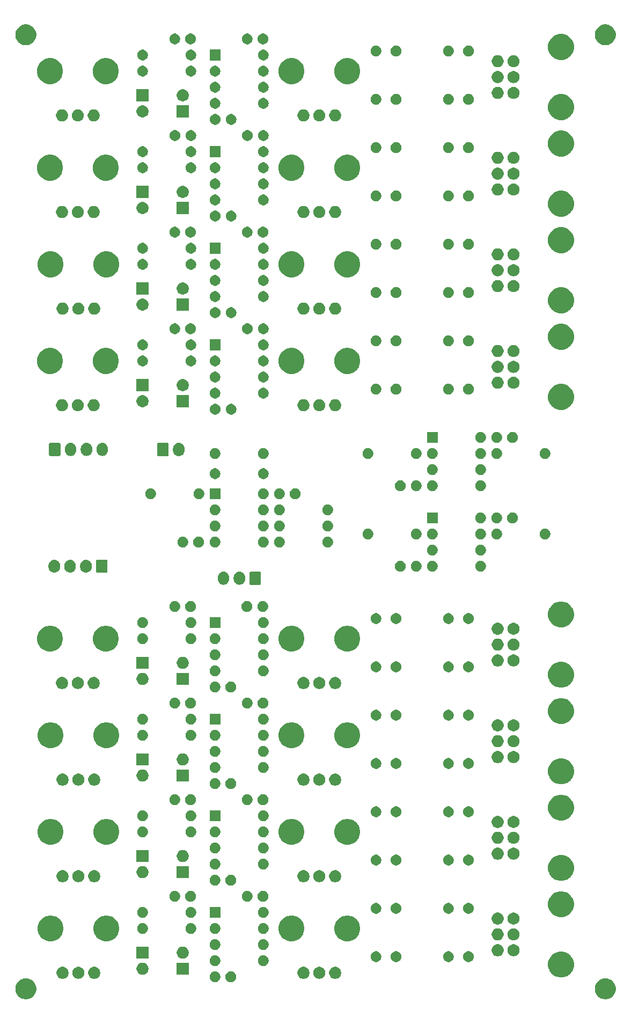
<source format=gbr>
G04 #@! TF.GenerationSoftware,KiCad,Pcbnew,(5.1.5)-3*
G04 #@! TF.CreationDate,2021-07-30T13:53:21+02:00*
G04 #@! TF.ProjectId,AnalogDrum_Mixer8,416e616c-6f67-4447-9275-6d5f4d697865,rev?*
G04 #@! TF.SameCoordinates,Original*
G04 #@! TF.FileFunction,Soldermask,Bot*
G04 #@! TF.FilePolarity,Negative*
%FSLAX46Y46*%
G04 Gerber Fmt 4.6, Leading zero omitted, Abs format (unit mm)*
G04 Created by KiCad (PCBNEW (5.1.5)-3) date 2021-07-30 13:53:21*
%MOMM*%
%LPD*%
G04 APERTURE LIST*
%ADD10C,0.100000*%
G04 APERTURE END LIST*
D10*
G36*
X139430980Y-180634453D02*
G01*
X139546579Y-180657447D01*
X139847042Y-180781903D01*
X140117451Y-180962585D01*
X140347415Y-181192549D01*
X140528097Y-181462958D01*
X140652553Y-181763421D01*
X140716000Y-182082391D01*
X140716000Y-182407609D01*
X140652553Y-182726579D01*
X140528097Y-183027042D01*
X140347415Y-183297451D01*
X140117451Y-183527415D01*
X139847042Y-183708097D01*
X139546579Y-183832553D01*
X139440256Y-183853702D01*
X139227611Y-183896000D01*
X138902389Y-183896000D01*
X138689744Y-183853702D01*
X138583421Y-183832553D01*
X138282958Y-183708097D01*
X138012549Y-183527415D01*
X137782585Y-183297451D01*
X137601903Y-183027042D01*
X137477447Y-182726579D01*
X137414000Y-182407609D01*
X137414000Y-182082391D01*
X137477447Y-181763421D01*
X137601903Y-181462958D01*
X137782585Y-181192549D01*
X138012549Y-180962585D01*
X138282958Y-180781903D01*
X138583421Y-180657447D01*
X138699020Y-180634453D01*
X138902389Y-180594000D01*
X139227611Y-180594000D01*
X139430980Y-180634453D01*
G37*
G36*
X47990980Y-180634453D02*
G01*
X48106579Y-180657447D01*
X48407042Y-180781903D01*
X48677451Y-180962585D01*
X48907415Y-181192549D01*
X49088097Y-181462958D01*
X49212553Y-181763421D01*
X49276000Y-182082391D01*
X49276000Y-182407609D01*
X49212553Y-182726579D01*
X49088097Y-183027042D01*
X48907415Y-183297451D01*
X48677451Y-183527415D01*
X48407042Y-183708097D01*
X48106579Y-183832553D01*
X48000256Y-183853702D01*
X47787611Y-183896000D01*
X47462389Y-183896000D01*
X47249744Y-183853702D01*
X47143421Y-183832553D01*
X46842958Y-183708097D01*
X46572549Y-183527415D01*
X46342585Y-183297451D01*
X46161903Y-183027042D01*
X46037447Y-182726579D01*
X45974000Y-182407609D01*
X45974000Y-182082391D01*
X46037447Y-181763421D01*
X46161903Y-181462958D01*
X46342585Y-181192549D01*
X46572549Y-180962585D01*
X46842958Y-180781903D01*
X47143421Y-180657447D01*
X47259020Y-180634453D01*
X47462389Y-180594000D01*
X47787611Y-180594000D01*
X47990980Y-180634453D01*
G37*
G36*
X80218228Y-179521703D02*
G01*
X80373100Y-179585853D01*
X80512481Y-179678985D01*
X80631015Y-179797519D01*
X80724147Y-179936900D01*
X80788297Y-180091772D01*
X80821000Y-180256184D01*
X80821000Y-180423816D01*
X80788297Y-180588228D01*
X80724147Y-180743100D01*
X80631015Y-180882481D01*
X80512481Y-181001015D01*
X80373100Y-181094147D01*
X80218228Y-181158297D01*
X80053816Y-181191000D01*
X79886184Y-181191000D01*
X79721772Y-181158297D01*
X79566900Y-181094147D01*
X79427519Y-181001015D01*
X79308985Y-180882481D01*
X79215853Y-180743100D01*
X79151703Y-180588228D01*
X79119000Y-180423816D01*
X79119000Y-180256184D01*
X79151703Y-180091772D01*
X79215853Y-179936900D01*
X79308985Y-179797519D01*
X79427519Y-179678985D01*
X79566900Y-179585853D01*
X79721772Y-179521703D01*
X79886184Y-179489000D01*
X80053816Y-179489000D01*
X80218228Y-179521703D01*
G37*
G36*
X77718228Y-179521703D02*
G01*
X77873100Y-179585853D01*
X78012481Y-179678985D01*
X78131015Y-179797519D01*
X78224147Y-179936900D01*
X78288297Y-180091772D01*
X78321000Y-180256184D01*
X78321000Y-180423816D01*
X78288297Y-180588228D01*
X78224147Y-180743100D01*
X78131015Y-180882481D01*
X78012481Y-181001015D01*
X77873100Y-181094147D01*
X77718228Y-181158297D01*
X77553816Y-181191000D01*
X77386184Y-181191000D01*
X77221772Y-181158297D01*
X77066900Y-181094147D01*
X76927519Y-181001015D01*
X76808985Y-180882481D01*
X76715853Y-180743100D01*
X76651703Y-180588228D01*
X76619000Y-180423816D01*
X76619000Y-180256184D01*
X76651703Y-180091772D01*
X76715853Y-179936900D01*
X76808985Y-179797519D01*
X76927519Y-179678985D01*
X77066900Y-179585853D01*
X77221772Y-179521703D01*
X77386184Y-179489000D01*
X77553816Y-179489000D01*
X77718228Y-179521703D01*
G37*
G36*
X53697395Y-178805546D02*
G01*
X53870466Y-178877234D01*
X53870467Y-178877235D01*
X54026227Y-178981310D01*
X54158690Y-179113773D01*
X54192028Y-179163667D01*
X54262766Y-179269534D01*
X54334454Y-179442605D01*
X54371000Y-179626333D01*
X54371000Y-179813667D01*
X54334454Y-179997395D01*
X54262766Y-180170466D01*
X54262765Y-180170467D01*
X54158690Y-180326227D01*
X54026227Y-180458690D01*
X53947818Y-180511081D01*
X53870466Y-180562766D01*
X53697395Y-180634454D01*
X53513667Y-180671000D01*
X53326333Y-180671000D01*
X53142605Y-180634454D01*
X52969534Y-180562766D01*
X52892182Y-180511081D01*
X52813773Y-180458690D01*
X52681310Y-180326227D01*
X52577235Y-180170467D01*
X52577234Y-180170466D01*
X52505546Y-179997395D01*
X52469000Y-179813667D01*
X52469000Y-179626333D01*
X52505546Y-179442605D01*
X52577234Y-179269534D01*
X52647972Y-179163667D01*
X52681310Y-179113773D01*
X52813773Y-178981310D01*
X52969533Y-178877235D01*
X52969534Y-178877234D01*
X53142605Y-178805546D01*
X53326333Y-178769000D01*
X53513667Y-178769000D01*
X53697395Y-178805546D01*
G37*
G36*
X96717395Y-178805546D02*
G01*
X96890466Y-178877234D01*
X96890467Y-178877235D01*
X97046227Y-178981310D01*
X97178690Y-179113773D01*
X97212028Y-179163667D01*
X97282766Y-179269534D01*
X97354454Y-179442605D01*
X97391000Y-179626333D01*
X97391000Y-179813667D01*
X97354454Y-179997395D01*
X97282766Y-180170466D01*
X97282765Y-180170467D01*
X97178690Y-180326227D01*
X97046227Y-180458690D01*
X96967818Y-180511081D01*
X96890466Y-180562766D01*
X96717395Y-180634454D01*
X96533667Y-180671000D01*
X96346333Y-180671000D01*
X96162605Y-180634454D01*
X95989534Y-180562766D01*
X95912182Y-180511081D01*
X95833773Y-180458690D01*
X95701310Y-180326227D01*
X95597235Y-180170467D01*
X95597234Y-180170466D01*
X95525546Y-179997395D01*
X95489000Y-179813667D01*
X95489000Y-179626333D01*
X95525546Y-179442605D01*
X95597234Y-179269534D01*
X95667972Y-179163667D01*
X95701310Y-179113773D01*
X95833773Y-178981310D01*
X95989533Y-178877235D01*
X95989534Y-178877234D01*
X96162605Y-178805546D01*
X96346333Y-178769000D01*
X96533667Y-178769000D01*
X96717395Y-178805546D01*
G37*
G36*
X94217395Y-178805546D02*
G01*
X94390466Y-178877234D01*
X94390467Y-178877235D01*
X94546227Y-178981310D01*
X94678690Y-179113773D01*
X94712028Y-179163667D01*
X94782766Y-179269534D01*
X94854454Y-179442605D01*
X94891000Y-179626333D01*
X94891000Y-179813667D01*
X94854454Y-179997395D01*
X94782766Y-180170466D01*
X94782765Y-180170467D01*
X94678690Y-180326227D01*
X94546227Y-180458690D01*
X94467818Y-180511081D01*
X94390466Y-180562766D01*
X94217395Y-180634454D01*
X94033667Y-180671000D01*
X93846333Y-180671000D01*
X93662605Y-180634454D01*
X93489534Y-180562766D01*
X93412182Y-180511081D01*
X93333773Y-180458690D01*
X93201310Y-180326227D01*
X93097235Y-180170467D01*
X93097234Y-180170466D01*
X93025546Y-179997395D01*
X92989000Y-179813667D01*
X92989000Y-179626333D01*
X93025546Y-179442605D01*
X93097234Y-179269534D01*
X93167972Y-179163667D01*
X93201310Y-179113773D01*
X93333773Y-178981310D01*
X93489533Y-178877235D01*
X93489534Y-178877234D01*
X93662605Y-178805546D01*
X93846333Y-178769000D01*
X94033667Y-178769000D01*
X94217395Y-178805546D01*
G37*
G36*
X91717395Y-178805546D02*
G01*
X91890466Y-178877234D01*
X91890467Y-178877235D01*
X92046227Y-178981310D01*
X92178690Y-179113773D01*
X92212028Y-179163667D01*
X92282766Y-179269534D01*
X92354454Y-179442605D01*
X92391000Y-179626333D01*
X92391000Y-179813667D01*
X92354454Y-179997395D01*
X92282766Y-180170466D01*
X92282765Y-180170467D01*
X92178690Y-180326227D01*
X92046227Y-180458690D01*
X91967818Y-180511081D01*
X91890466Y-180562766D01*
X91717395Y-180634454D01*
X91533667Y-180671000D01*
X91346333Y-180671000D01*
X91162605Y-180634454D01*
X90989534Y-180562766D01*
X90912182Y-180511081D01*
X90833773Y-180458690D01*
X90701310Y-180326227D01*
X90597235Y-180170467D01*
X90597234Y-180170466D01*
X90525546Y-179997395D01*
X90489000Y-179813667D01*
X90489000Y-179626333D01*
X90525546Y-179442605D01*
X90597234Y-179269534D01*
X90667972Y-179163667D01*
X90701310Y-179113773D01*
X90833773Y-178981310D01*
X90989533Y-178877235D01*
X90989534Y-178877234D01*
X91162605Y-178805546D01*
X91346333Y-178769000D01*
X91533667Y-178769000D01*
X91717395Y-178805546D01*
G37*
G36*
X56197395Y-178805546D02*
G01*
X56370466Y-178877234D01*
X56370467Y-178877235D01*
X56526227Y-178981310D01*
X56658690Y-179113773D01*
X56692028Y-179163667D01*
X56762766Y-179269534D01*
X56834454Y-179442605D01*
X56871000Y-179626333D01*
X56871000Y-179813667D01*
X56834454Y-179997395D01*
X56762766Y-180170466D01*
X56762765Y-180170467D01*
X56658690Y-180326227D01*
X56526227Y-180458690D01*
X56447818Y-180511081D01*
X56370466Y-180562766D01*
X56197395Y-180634454D01*
X56013667Y-180671000D01*
X55826333Y-180671000D01*
X55642605Y-180634454D01*
X55469534Y-180562766D01*
X55392182Y-180511081D01*
X55313773Y-180458690D01*
X55181310Y-180326227D01*
X55077235Y-180170467D01*
X55077234Y-180170466D01*
X55005546Y-179997395D01*
X54969000Y-179813667D01*
X54969000Y-179626333D01*
X55005546Y-179442605D01*
X55077234Y-179269534D01*
X55147972Y-179163667D01*
X55181310Y-179113773D01*
X55313773Y-178981310D01*
X55469533Y-178877235D01*
X55469534Y-178877234D01*
X55642605Y-178805546D01*
X55826333Y-178769000D01*
X56013667Y-178769000D01*
X56197395Y-178805546D01*
G37*
G36*
X58697395Y-178805546D02*
G01*
X58870466Y-178877234D01*
X58870467Y-178877235D01*
X59026227Y-178981310D01*
X59158690Y-179113773D01*
X59192028Y-179163667D01*
X59262766Y-179269534D01*
X59334454Y-179442605D01*
X59371000Y-179626333D01*
X59371000Y-179813667D01*
X59334454Y-179997395D01*
X59262766Y-180170466D01*
X59262765Y-180170467D01*
X59158690Y-180326227D01*
X59026227Y-180458690D01*
X58947818Y-180511081D01*
X58870466Y-180562766D01*
X58697395Y-180634454D01*
X58513667Y-180671000D01*
X58326333Y-180671000D01*
X58142605Y-180634454D01*
X57969534Y-180562766D01*
X57892182Y-180511081D01*
X57813773Y-180458690D01*
X57681310Y-180326227D01*
X57577235Y-180170467D01*
X57577234Y-180170466D01*
X57505546Y-179997395D01*
X57469000Y-179813667D01*
X57469000Y-179626333D01*
X57505546Y-179442605D01*
X57577234Y-179269534D01*
X57647972Y-179163667D01*
X57681310Y-179113773D01*
X57813773Y-178981310D01*
X57969533Y-178877235D01*
X57969534Y-178877234D01*
X58142605Y-178805546D01*
X58326333Y-178769000D01*
X58513667Y-178769000D01*
X58697395Y-178805546D01*
G37*
G36*
X132678254Y-176437818D02*
G01*
X133051511Y-176592426D01*
X133051513Y-176592427D01*
X133387436Y-176816884D01*
X133673116Y-177102564D01*
X133853660Y-177372766D01*
X133897574Y-177438489D01*
X134052182Y-177811746D01*
X134131000Y-178207993D01*
X134131000Y-178612007D01*
X134052182Y-179008254D01*
X133943956Y-179269534D01*
X133897573Y-179381513D01*
X133673116Y-179717436D01*
X133387436Y-180003116D01*
X133051513Y-180227573D01*
X133051512Y-180227574D01*
X133051511Y-180227574D01*
X132678254Y-180382182D01*
X132282007Y-180461000D01*
X131877993Y-180461000D01*
X131481746Y-180382182D01*
X131108489Y-180227574D01*
X131108488Y-180227574D01*
X131108487Y-180227573D01*
X130772564Y-180003116D01*
X130486884Y-179717436D01*
X130262427Y-179381513D01*
X130216044Y-179269534D01*
X130107818Y-179008254D01*
X130029000Y-178612007D01*
X130029000Y-178207993D01*
X130107818Y-177811746D01*
X130262426Y-177438489D01*
X130306341Y-177372766D01*
X130486884Y-177102564D01*
X130772564Y-176816884D01*
X131108487Y-176592427D01*
X131108489Y-176592426D01*
X131481746Y-176437818D01*
X131877993Y-176359000D01*
X132282007Y-176359000D01*
X132678254Y-176437818D01*
G37*
G36*
X66317395Y-178155546D02*
G01*
X66490466Y-178227234D01*
X66490467Y-178227235D01*
X66646227Y-178331310D01*
X66778690Y-178463773D01*
X66778691Y-178463775D01*
X66882766Y-178619534D01*
X66954454Y-178792605D01*
X66991000Y-178976333D01*
X66991000Y-179163667D01*
X66954454Y-179347395D01*
X66882766Y-179520466D01*
X66882765Y-179520467D01*
X66778690Y-179676227D01*
X66646227Y-179808690D01*
X66638781Y-179813665D01*
X66490466Y-179912766D01*
X66317395Y-179984454D01*
X66133667Y-180021000D01*
X65946333Y-180021000D01*
X65762605Y-179984454D01*
X65589534Y-179912766D01*
X65441219Y-179813665D01*
X65433773Y-179808690D01*
X65301310Y-179676227D01*
X65197235Y-179520467D01*
X65197234Y-179520466D01*
X65125546Y-179347395D01*
X65089000Y-179163667D01*
X65089000Y-178976333D01*
X65125546Y-178792605D01*
X65197234Y-178619534D01*
X65301309Y-178463775D01*
X65301310Y-178463773D01*
X65433773Y-178331310D01*
X65589533Y-178227235D01*
X65589534Y-178227234D01*
X65762605Y-178155546D01*
X65946333Y-178119000D01*
X66133667Y-178119000D01*
X66317395Y-178155546D01*
G37*
G36*
X73341000Y-180021000D02*
G01*
X71439000Y-180021000D01*
X71439000Y-178119000D01*
X73341000Y-178119000D01*
X73341000Y-180021000D01*
G37*
G36*
X85338228Y-176981703D02*
G01*
X85493100Y-177045853D01*
X85632481Y-177138985D01*
X85751015Y-177257519D01*
X85844147Y-177396900D01*
X85908297Y-177551772D01*
X85941000Y-177716184D01*
X85941000Y-177883816D01*
X85908297Y-178048228D01*
X85844147Y-178203100D01*
X85751015Y-178342481D01*
X85632481Y-178461015D01*
X85493100Y-178554147D01*
X85338228Y-178618297D01*
X85173816Y-178651000D01*
X85006184Y-178651000D01*
X84841772Y-178618297D01*
X84686900Y-178554147D01*
X84547519Y-178461015D01*
X84428985Y-178342481D01*
X84335853Y-178203100D01*
X84271703Y-178048228D01*
X84239000Y-177883816D01*
X84239000Y-177716184D01*
X84271703Y-177551772D01*
X84335853Y-177396900D01*
X84428985Y-177257519D01*
X84547519Y-177138985D01*
X84686900Y-177045853D01*
X84841772Y-176981703D01*
X85006184Y-176949000D01*
X85173816Y-176949000D01*
X85338228Y-176981703D01*
G37*
G36*
X77718228Y-176981703D02*
G01*
X77873100Y-177045853D01*
X78012481Y-177138985D01*
X78131015Y-177257519D01*
X78224147Y-177396900D01*
X78288297Y-177551772D01*
X78321000Y-177716184D01*
X78321000Y-177883816D01*
X78288297Y-178048228D01*
X78224147Y-178203100D01*
X78131015Y-178342481D01*
X78012481Y-178461015D01*
X77873100Y-178554147D01*
X77718228Y-178618297D01*
X77553816Y-178651000D01*
X77386184Y-178651000D01*
X77221772Y-178618297D01*
X77066900Y-178554147D01*
X76927519Y-178461015D01*
X76808985Y-178342481D01*
X76715853Y-178203100D01*
X76651703Y-178048228D01*
X76619000Y-177883816D01*
X76619000Y-177716184D01*
X76651703Y-177551772D01*
X76715853Y-177396900D01*
X76808985Y-177257519D01*
X76927519Y-177138985D01*
X77066900Y-177045853D01*
X77221772Y-176981703D01*
X77386184Y-176949000D01*
X77553816Y-176949000D01*
X77718228Y-176981703D01*
G37*
G36*
X106293228Y-176346703D02*
G01*
X106448100Y-176410853D01*
X106587481Y-176503985D01*
X106706015Y-176622519D01*
X106799147Y-176761900D01*
X106863297Y-176916772D01*
X106896000Y-177081184D01*
X106896000Y-177248816D01*
X106863297Y-177413228D01*
X106799147Y-177568100D01*
X106706015Y-177707481D01*
X106587481Y-177826015D01*
X106448100Y-177919147D01*
X106293228Y-177983297D01*
X106128816Y-178016000D01*
X105961184Y-178016000D01*
X105796772Y-177983297D01*
X105641900Y-177919147D01*
X105502519Y-177826015D01*
X105383985Y-177707481D01*
X105290853Y-177568100D01*
X105226703Y-177413228D01*
X105194000Y-177248816D01*
X105194000Y-177081184D01*
X105226703Y-176916772D01*
X105290853Y-176761900D01*
X105383985Y-176622519D01*
X105502519Y-176503985D01*
X105641900Y-176410853D01*
X105796772Y-176346703D01*
X105961184Y-176314000D01*
X106128816Y-176314000D01*
X106293228Y-176346703D01*
G37*
G36*
X117723228Y-176346703D02*
G01*
X117878100Y-176410853D01*
X118017481Y-176503985D01*
X118136015Y-176622519D01*
X118229147Y-176761900D01*
X118293297Y-176916772D01*
X118326000Y-177081184D01*
X118326000Y-177248816D01*
X118293297Y-177413228D01*
X118229147Y-177568100D01*
X118136015Y-177707481D01*
X118017481Y-177826015D01*
X117878100Y-177919147D01*
X117723228Y-177983297D01*
X117558816Y-178016000D01*
X117391184Y-178016000D01*
X117226772Y-177983297D01*
X117071900Y-177919147D01*
X116932519Y-177826015D01*
X116813985Y-177707481D01*
X116720853Y-177568100D01*
X116656703Y-177413228D01*
X116624000Y-177248816D01*
X116624000Y-177081184D01*
X116656703Y-176916772D01*
X116720853Y-176761900D01*
X116813985Y-176622519D01*
X116932519Y-176503985D01*
X117071900Y-176410853D01*
X117226772Y-176346703D01*
X117391184Y-176314000D01*
X117558816Y-176314000D01*
X117723228Y-176346703D01*
G37*
G36*
X103118228Y-176346703D02*
G01*
X103273100Y-176410853D01*
X103412481Y-176503985D01*
X103531015Y-176622519D01*
X103624147Y-176761900D01*
X103688297Y-176916772D01*
X103721000Y-177081184D01*
X103721000Y-177248816D01*
X103688297Y-177413228D01*
X103624147Y-177568100D01*
X103531015Y-177707481D01*
X103412481Y-177826015D01*
X103273100Y-177919147D01*
X103118228Y-177983297D01*
X102953816Y-178016000D01*
X102786184Y-178016000D01*
X102621772Y-177983297D01*
X102466900Y-177919147D01*
X102327519Y-177826015D01*
X102208985Y-177707481D01*
X102115853Y-177568100D01*
X102051703Y-177413228D01*
X102019000Y-177248816D01*
X102019000Y-177081184D01*
X102051703Y-176916772D01*
X102115853Y-176761900D01*
X102208985Y-176622519D01*
X102327519Y-176503985D01*
X102466900Y-176410853D01*
X102621772Y-176346703D01*
X102786184Y-176314000D01*
X102953816Y-176314000D01*
X103118228Y-176346703D01*
G37*
G36*
X114548228Y-176346703D02*
G01*
X114703100Y-176410853D01*
X114842481Y-176503985D01*
X114961015Y-176622519D01*
X115054147Y-176761900D01*
X115118297Y-176916772D01*
X115151000Y-177081184D01*
X115151000Y-177248816D01*
X115118297Y-177413228D01*
X115054147Y-177568100D01*
X114961015Y-177707481D01*
X114842481Y-177826015D01*
X114703100Y-177919147D01*
X114548228Y-177983297D01*
X114383816Y-178016000D01*
X114216184Y-178016000D01*
X114051772Y-177983297D01*
X113896900Y-177919147D01*
X113757519Y-177826015D01*
X113638985Y-177707481D01*
X113545853Y-177568100D01*
X113481703Y-177413228D01*
X113449000Y-177248816D01*
X113449000Y-177081184D01*
X113481703Y-176916772D01*
X113545853Y-176761900D01*
X113638985Y-176622519D01*
X113757519Y-176503985D01*
X113896900Y-176410853D01*
X114051772Y-176346703D01*
X114216184Y-176314000D01*
X114383816Y-176314000D01*
X114548228Y-176346703D01*
G37*
G36*
X72667395Y-175615546D02*
G01*
X72840466Y-175687234D01*
X72873840Y-175709534D01*
X72996227Y-175791310D01*
X73128690Y-175923773D01*
X73128691Y-175923775D01*
X73232766Y-176079534D01*
X73304454Y-176252605D01*
X73341000Y-176436333D01*
X73341000Y-176623667D01*
X73304454Y-176807395D01*
X73232766Y-176980466D01*
X73189076Y-177045852D01*
X73128690Y-177136227D01*
X72996227Y-177268690D01*
X72917818Y-177321081D01*
X72840466Y-177372766D01*
X72667395Y-177444454D01*
X72483667Y-177481000D01*
X72296333Y-177481000D01*
X72112605Y-177444454D01*
X71939534Y-177372766D01*
X71862182Y-177321081D01*
X71783773Y-177268690D01*
X71651310Y-177136227D01*
X71590924Y-177045852D01*
X71547234Y-176980466D01*
X71475546Y-176807395D01*
X71439000Y-176623667D01*
X71439000Y-176436333D01*
X71475546Y-176252605D01*
X71547234Y-176079534D01*
X71651309Y-175923775D01*
X71651310Y-175923773D01*
X71783773Y-175791310D01*
X71906160Y-175709534D01*
X71939534Y-175687234D01*
X72112605Y-175615546D01*
X72296333Y-175579000D01*
X72483667Y-175579000D01*
X72667395Y-175615546D01*
G37*
G36*
X66991000Y-177481000D02*
G01*
X65089000Y-177481000D01*
X65089000Y-175579000D01*
X66991000Y-175579000D01*
X66991000Y-177481000D01*
G37*
G36*
X124857395Y-175245546D02*
G01*
X125030466Y-175317234D01*
X125107818Y-175368919D01*
X125186227Y-175421310D01*
X125318690Y-175553773D01*
X125318691Y-175553775D01*
X125422766Y-175709534D01*
X125494454Y-175882605D01*
X125531000Y-176066333D01*
X125531000Y-176253667D01*
X125494454Y-176437395D01*
X125422766Y-176610466D01*
X125413945Y-176623667D01*
X125318690Y-176766227D01*
X125186227Y-176898690D01*
X125159165Y-176916772D01*
X125030466Y-177002766D01*
X124857395Y-177074454D01*
X124673667Y-177111000D01*
X124486333Y-177111000D01*
X124302605Y-177074454D01*
X124129534Y-177002766D01*
X124000835Y-176916772D01*
X123973773Y-176898690D01*
X123841310Y-176766227D01*
X123746055Y-176623667D01*
X123737234Y-176610466D01*
X123665546Y-176437395D01*
X123629000Y-176253667D01*
X123629000Y-176066333D01*
X123665546Y-175882605D01*
X123737234Y-175709534D01*
X123841309Y-175553775D01*
X123841310Y-175553773D01*
X123973773Y-175421310D01*
X124052182Y-175368919D01*
X124129534Y-175317234D01*
X124302605Y-175245546D01*
X124486333Y-175209000D01*
X124673667Y-175209000D01*
X124857395Y-175245546D01*
G37*
G36*
X122357395Y-175245546D02*
G01*
X122530466Y-175317234D01*
X122607818Y-175368919D01*
X122686227Y-175421310D01*
X122818690Y-175553773D01*
X122818691Y-175553775D01*
X122922766Y-175709534D01*
X122994454Y-175882605D01*
X123031000Y-176066333D01*
X123031000Y-176253667D01*
X122994454Y-176437395D01*
X122922766Y-176610466D01*
X122913945Y-176623667D01*
X122818690Y-176766227D01*
X122686227Y-176898690D01*
X122659165Y-176916772D01*
X122530466Y-177002766D01*
X122357395Y-177074454D01*
X122173667Y-177111000D01*
X121986333Y-177111000D01*
X121802605Y-177074454D01*
X121629534Y-177002766D01*
X121500835Y-176916772D01*
X121473773Y-176898690D01*
X121341310Y-176766227D01*
X121246055Y-176623667D01*
X121237234Y-176610466D01*
X121165546Y-176437395D01*
X121129000Y-176253667D01*
X121129000Y-176066333D01*
X121165546Y-175882605D01*
X121237234Y-175709534D01*
X121341309Y-175553775D01*
X121341310Y-175553773D01*
X121473773Y-175421310D01*
X121552182Y-175368919D01*
X121629534Y-175317234D01*
X121802605Y-175245546D01*
X121986333Y-175209000D01*
X122173667Y-175209000D01*
X122357395Y-175245546D01*
G37*
G36*
X77718228Y-174441703D02*
G01*
X77873100Y-174505853D01*
X78012481Y-174598985D01*
X78131015Y-174717519D01*
X78224147Y-174856900D01*
X78288297Y-175011772D01*
X78321000Y-175176184D01*
X78321000Y-175343816D01*
X78288297Y-175508228D01*
X78224147Y-175663100D01*
X78131015Y-175802481D01*
X78012481Y-175921015D01*
X77873100Y-176014147D01*
X77718228Y-176078297D01*
X77553816Y-176111000D01*
X77386184Y-176111000D01*
X77221772Y-176078297D01*
X77066900Y-176014147D01*
X76927519Y-175921015D01*
X76808985Y-175802481D01*
X76715853Y-175663100D01*
X76651703Y-175508228D01*
X76619000Y-175343816D01*
X76619000Y-175176184D01*
X76651703Y-175011772D01*
X76715853Y-174856900D01*
X76808985Y-174717519D01*
X76927519Y-174598985D01*
X77066900Y-174505853D01*
X77221772Y-174441703D01*
X77386184Y-174409000D01*
X77553816Y-174409000D01*
X77718228Y-174441703D01*
G37*
G36*
X85338228Y-174441703D02*
G01*
X85493100Y-174505853D01*
X85632481Y-174598985D01*
X85751015Y-174717519D01*
X85844147Y-174856900D01*
X85908297Y-175011772D01*
X85941000Y-175176184D01*
X85941000Y-175343816D01*
X85908297Y-175508228D01*
X85844147Y-175663100D01*
X85751015Y-175802481D01*
X85632481Y-175921015D01*
X85493100Y-176014147D01*
X85338228Y-176078297D01*
X85173816Y-176111000D01*
X85006184Y-176111000D01*
X84841772Y-176078297D01*
X84686900Y-176014147D01*
X84547519Y-175921015D01*
X84428985Y-175802481D01*
X84335853Y-175663100D01*
X84271703Y-175508228D01*
X84239000Y-175343816D01*
X84239000Y-175176184D01*
X84271703Y-175011772D01*
X84335853Y-174856900D01*
X84428985Y-174717519D01*
X84547519Y-174598985D01*
X84686900Y-174505853D01*
X84841772Y-174441703D01*
X85006184Y-174409000D01*
X85173816Y-174409000D01*
X85338228Y-174441703D01*
G37*
G36*
X52118254Y-170747818D02*
G01*
X52491511Y-170902426D01*
X52491513Y-170902427D01*
X52634989Y-170998295D01*
X52827436Y-171126884D01*
X53113116Y-171412564D01*
X53337574Y-171748489D01*
X53492182Y-172121746D01*
X53571000Y-172517993D01*
X53571000Y-172922007D01*
X53492182Y-173318254D01*
X53387491Y-173571000D01*
X53337573Y-173691513D01*
X53113116Y-174027436D01*
X52827436Y-174313116D01*
X52491513Y-174537573D01*
X52491512Y-174537574D01*
X52491511Y-174537574D01*
X52118254Y-174692182D01*
X51722007Y-174771000D01*
X51317993Y-174771000D01*
X50921746Y-174692182D01*
X50548489Y-174537574D01*
X50548488Y-174537574D01*
X50548487Y-174537573D01*
X50212564Y-174313116D01*
X49926884Y-174027436D01*
X49702427Y-173691513D01*
X49652509Y-173571000D01*
X49547818Y-173318254D01*
X49469000Y-172922007D01*
X49469000Y-172517993D01*
X49547818Y-172121746D01*
X49702426Y-171748489D01*
X49926884Y-171412564D01*
X50212564Y-171126884D01*
X50405011Y-170998295D01*
X50548487Y-170902427D01*
X50548489Y-170902426D01*
X50921746Y-170747818D01*
X51317993Y-170669000D01*
X51722007Y-170669000D01*
X52118254Y-170747818D01*
G37*
G36*
X98938254Y-170747818D02*
G01*
X99311511Y-170902426D01*
X99311513Y-170902427D01*
X99454989Y-170998295D01*
X99647436Y-171126884D01*
X99933116Y-171412564D01*
X100157574Y-171748489D01*
X100312182Y-172121746D01*
X100391000Y-172517993D01*
X100391000Y-172922007D01*
X100312182Y-173318254D01*
X100207491Y-173571000D01*
X100157573Y-173691513D01*
X99933116Y-174027436D01*
X99647436Y-174313116D01*
X99311513Y-174537573D01*
X99311512Y-174537574D01*
X99311511Y-174537574D01*
X98938254Y-174692182D01*
X98542007Y-174771000D01*
X98137993Y-174771000D01*
X97741746Y-174692182D01*
X97368489Y-174537574D01*
X97368488Y-174537574D01*
X97368487Y-174537573D01*
X97032564Y-174313116D01*
X96746884Y-174027436D01*
X96522427Y-173691513D01*
X96472509Y-173571000D01*
X96367818Y-173318254D01*
X96289000Y-172922007D01*
X96289000Y-172517993D01*
X96367818Y-172121746D01*
X96522426Y-171748489D01*
X96746884Y-171412564D01*
X97032564Y-171126884D01*
X97225011Y-170998295D01*
X97368487Y-170902427D01*
X97368489Y-170902426D01*
X97741746Y-170747818D01*
X98137993Y-170669000D01*
X98542007Y-170669000D01*
X98938254Y-170747818D01*
G37*
G36*
X90138254Y-170747818D02*
G01*
X90511511Y-170902426D01*
X90511513Y-170902427D01*
X90654989Y-170998295D01*
X90847436Y-171126884D01*
X91133116Y-171412564D01*
X91357574Y-171748489D01*
X91512182Y-172121746D01*
X91591000Y-172517993D01*
X91591000Y-172922007D01*
X91512182Y-173318254D01*
X91407491Y-173571000D01*
X91357573Y-173691513D01*
X91133116Y-174027436D01*
X90847436Y-174313116D01*
X90511513Y-174537573D01*
X90511512Y-174537574D01*
X90511511Y-174537574D01*
X90138254Y-174692182D01*
X89742007Y-174771000D01*
X89337993Y-174771000D01*
X88941746Y-174692182D01*
X88568489Y-174537574D01*
X88568488Y-174537574D01*
X88568487Y-174537573D01*
X88232564Y-174313116D01*
X87946884Y-174027436D01*
X87722427Y-173691513D01*
X87672509Y-173571000D01*
X87567818Y-173318254D01*
X87489000Y-172922007D01*
X87489000Y-172517993D01*
X87567818Y-172121746D01*
X87722426Y-171748489D01*
X87946884Y-171412564D01*
X88232564Y-171126884D01*
X88425011Y-170998295D01*
X88568487Y-170902427D01*
X88568489Y-170902426D01*
X88941746Y-170747818D01*
X89337993Y-170669000D01*
X89742007Y-170669000D01*
X90138254Y-170747818D01*
G37*
G36*
X60918254Y-170747818D02*
G01*
X61291511Y-170902426D01*
X61291513Y-170902427D01*
X61434989Y-170998295D01*
X61627436Y-171126884D01*
X61913116Y-171412564D01*
X62137574Y-171748489D01*
X62292182Y-172121746D01*
X62371000Y-172517993D01*
X62371000Y-172922007D01*
X62292182Y-173318254D01*
X62187491Y-173571000D01*
X62137573Y-173691513D01*
X61913116Y-174027436D01*
X61627436Y-174313116D01*
X61291513Y-174537573D01*
X61291512Y-174537574D01*
X61291511Y-174537574D01*
X60918254Y-174692182D01*
X60522007Y-174771000D01*
X60117993Y-174771000D01*
X59721746Y-174692182D01*
X59348489Y-174537574D01*
X59348488Y-174537574D01*
X59348487Y-174537573D01*
X59012564Y-174313116D01*
X58726884Y-174027436D01*
X58502427Y-173691513D01*
X58452509Y-173571000D01*
X58347818Y-173318254D01*
X58269000Y-172922007D01*
X58269000Y-172517993D01*
X58347818Y-172121746D01*
X58502426Y-171748489D01*
X58726884Y-171412564D01*
X59012564Y-171126884D01*
X59205011Y-170998295D01*
X59348487Y-170902427D01*
X59348489Y-170902426D01*
X59721746Y-170747818D01*
X60117993Y-170669000D01*
X60522007Y-170669000D01*
X60918254Y-170747818D01*
G37*
G36*
X122357395Y-172745546D02*
G01*
X122530466Y-172817234D01*
X122530467Y-172817235D01*
X122686227Y-172921310D01*
X122818690Y-173053773D01*
X122818691Y-173053775D01*
X122922766Y-173209534D01*
X122994454Y-173382605D01*
X123031000Y-173566333D01*
X123031000Y-173753667D01*
X122994454Y-173937395D01*
X122922766Y-174110466D01*
X122922765Y-174110467D01*
X122818690Y-174266227D01*
X122686227Y-174398690D01*
X122670797Y-174409000D01*
X122530466Y-174502766D01*
X122357395Y-174574454D01*
X122173667Y-174611000D01*
X121986333Y-174611000D01*
X121802605Y-174574454D01*
X121629534Y-174502766D01*
X121489203Y-174409000D01*
X121473773Y-174398690D01*
X121341310Y-174266227D01*
X121237235Y-174110467D01*
X121237234Y-174110466D01*
X121165546Y-173937395D01*
X121129000Y-173753667D01*
X121129000Y-173566333D01*
X121165546Y-173382605D01*
X121237234Y-173209534D01*
X121341309Y-173053775D01*
X121341310Y-173053773D01*
X121473773Y-172921310D01*
X121629533Y-172817235D01*
X121629534Y-172817234D01*
X121802605Y-172745546D01*
X121986333Y-172709000D01*
X122173667Y-172709000D01*
X122357395Y-172745546D01*
G37*
G36*
X124857395Y-172745546D02*
G01*
X125030466Y-172817234D01*
X125030467Y-172817235D01*
X125186227Y-172921310D01*
X125318690Y-173053773D01*
X125318691Y-173053775D01*
X125422766Y-173209534D01*
X125494454Y-173382605D01*
X125531000Y-173566333D01*
X125531000Y-173753667D01*
X125494454Y-173937395D01*
X125422766Y-174110466D01*
X125422765Y-174110467D01*
X125318690Y-174266227D01*
X125186227Y-174398690D01*
X125170797Y-174409000D01*
X125030466Y-174502766D01*
X124857395Y-174574454D01*
X124673667Y-174611000D01*
X124486333Y-174611000D01*
X124302605Y-174574454D01*
X124129534Y-174502766D01*
X123989203Y-174409000D01*
X123973773Y-174398690D01*
X123841310Y-174266227D01*
X123737235Y-174110467D01*
X123737234Y-174110466D01*
X123665546Y-173937395D01*
X123629000Y-173753667D01*
X123629000Y-173566333D01*
X123665546Y-173382605D01*
X123737234Y-173209534D01*
X123841309Y-173053775D01*
X123841310Y-173053773D01*
X123973773Y-172921310D01*
X124129533Y-172817235D01*
X124129534Y-172817234D01*
X124302605Y-172745546D01*
X124486333Y-172709000D01*
X124673667Y-172709000D01*
X124857395Y-172745546D01*
G37*
G36*
X77718228Y-171901703D02*
G01*
X77873100Y-171965853D01*
X78012481Y-172058985D01*
X78131015Y-172177519D01*
X78224147Y-172316900D01*
X78288297Y-172471772D01*
X78321000Y-172636184D01*
X78321000Y-172803816D01*
X78288297Y-172968228D01*
X78224147Y-173123100D01*
X78131015Y-173262481D01*
X78012481Y-173381015D01*
X77873100Y-173474147D01*
X77718228Y-173538297D01*
X77553816Y-173571000D01*
X77386184Y-173571000D01*
X77221772Y-173538297D01*
X77066900Y-173474147D01*
X76927519Y-173381015D01*
X76808985Y-173262481D01*
X76715853Y-173123100D01*
X76651703Y-172968228D01*
X76619000Y-172803816D01*
X76619000Y-172636184D01*
X76651703Y-172471772D01*
X76715853Y-172316900D01*
X76808985Y-172177519D01*
X76927519Y-172058985D01*
X77066900Y-171965853D01*
X77221772Y-171901703D01*
X77386184Y-171869000D01*
X77553816Y-171869000D01*
X77718228Y-171901703D01*
G37*
G36*
X85338228Y-171901703D02*
G01*
X85493100Y-171965853D01*
X85632481Y-172058985D01*
X85751015Y-172177519D01*
X85844147Y-172316900D01*
X85908297Y-172471772D01*
X85941000Y-172636184D01*
X85941000Y-172803816D01*
X85908297Y-172968228D01*
X85844147Y-173123100D01*
X85751015Y-173262481D01*
X85632481Y-173381015D01*
X85493100Y-173474147D01*
X85338228Y-173538297D01*
X85173816Y-173571000D01*
X85006184Y-173571000D01*
X84841772Y-173538297D01*
X84686900Y-173474147D01*
X84547519Y-173381015D01*
X84428985Y-173262481D01*
X84335853Y-173123100D01*
X84271703Y-172968228D01*
X84239000Y-172803816D01*
X84239000Y-172636184D01*
X84271703Y-172471772D01*
X84335853Y-172316900D01*
X84428985Y-172177519D01*
X84547519Y-172058985D01*
X84686900Y-171965853D01*
X84841772Y-171901703D01*
X85006184Y-171869000D01*
X85173816Y-171869000D01*
X85338228Y-171901703D01*
G37*
G36*
X73908228Y-171901703D02*
G01*
X74063100Y-171965853D01*
X74202481Y-172058985D01*
X74321015Y-172177519D01*
X74414147Y-172316900D01*
X74478297Y-172471772D01*
X74511000Y-172636184D01*
X74511000Y-172803816D01*
X74478297Y-172968228D01*
X74414147Y-173123100D01*
X74321015Y-173262481D01*
X74202481Y-173381015D01*
X74063100Y-173474147D01*
X73908228Y-173538297D01*
X73743816Y-173571000D01*
X73576184Y-173571000D01*
X73411772Y-173538297D01*
X73256900Y-173474147D01*
X73117519Y-173381015D01*
X72998985Y-173262481D01*
X72905853Y-173123100D01*
X72841703Y-172968228D01*
X72809000Y-172803816D01*
X72809000Y-172636184D01*
X72841703Y-172471772D01*
X72905853Y-172316900D01*
X72998985Y-172177519D01*
X73117519Y-172058985D01*
X73256900Y-171965853D01*
X73411772Y-171901703D01*
X73576184Y-171869000D01*
X73743816Y-171869000D01*
X73908228Y-171901703D01*
G37*
G36*
X66288228Y-171901703D02*
G01*
X66443100Y-171965853D01*
X66582481Y-172058985D01*
X66701015Y-172177519D01*
X66794147Y-172316900D01*
X66858297Y-172471772D01*
X66891000Y-172636184D01*
X66891000Y-172803816D01*
X66858297Y-172968228D01*
X66794147Y-173123100D01*
X66701015Y-173262481D01*
X66582481Y-173381015D01*
X66443100Y-173474147D01*
X66288228Y-173538297D01*
X66123816Y-173571000D01*
X65956184Y-173571000D01*
X65791772Y-173538297D01*
X65636900Y-173474147D01*
X65497519Y-173381015D01*
X65378985Y-173262481D01*
X65285853Y-173123100D01*
X65221703Y-172968228D01*
X65189000Y-172803816D01*
X65189000Y-172636184D01*
X65221703Y-172471772D01*
X65285853Y-172316900D01*
X65378985Y-172177519D01*
X65497519Y-172058985D01*
X65636900Y-171965853D01*
X65791772Y-171901703D01*
X65956184Y-171869000D01*
X66123816Y-171869000D01*
X66288228Y-171901703D01*
G37*
G36*
X124857395Y-170245546D02*
G01*
X125030466Y-170317234D01*
X125030467Y-170317235D01*
X125186227Y-170421310D01*
X125318690Y-170553773D01*
X125371081Y-170632182D01*
X125422766Y-170709534D01*
X125494454Y-170882605D01*
X125531000Y-171066333D01*
X125531000Y-171253667D01*
X125494454Y-171437395D01*
X125422766Y-171610466D01*
X125422765Y-171610467D01*
X125318690Y-171766227D01*
X125186227Y-171898690D01*
X125107818Y-171951081D01*
X125030466Y-172002766D01*
X124857395Y-172074454D01*
X124673667Y-172111000D01*
X124486333Y-172111000D01*
X124302605Y-172074454D01*
X124129534Y-172002766D01*
X124052182Y-171951081D01*
X123973773Y-171898690D01*
X123841310Y-171766227D01*
X123737235Y-171610467D01*
X123737234Y-171610466D01*
X123665546Y-171437395D01*
X123629000Y-171253667D01*
X123629000Y-171066333D01*
X123665546Y-170882605D01*
X123737234Y-170709534D01*
X123788919Y-170632182D01*
X123841310Y-170553773D01*
X123973773Y-170421310D01*
X124129533Y-170317235D01*
X124129534Y-170317234D01*
X124302605Y-170245546D01*
X124486333Y-170209000D01*
X124673667Y-170209000D01*
X124857395Y-170245546D01*
G37*
G36*
X122357395Y-170245546D02*
G01*
X122530466Y-170317234D01*
X122530467Y-170317235D01*
X122686227Y-170421310D01*
X122818690Y-170553773D01*
X122871081Y-170632182D01*
X122922766Y-170709534D01*
X122994454Y-170882605D01*
X123031000Y-171066333D01*
X123031000Y-171253667D01*
X122994454Y-171437395D01*
X122922766Y-171610466D01*
X122922765Y-171610467D01*
X122818690Y-171766227D01*
X122686227Y-171898690D01*
X122607818Y-171951081D01*
X122530466Y-172002766D01*
X122357395Y-172074454D01*
X122173667Y-172111000D01*
X121986333Y-172111000D01*
X121802605Y-172074454D01*
X121629534Y-172002766D01*
X121552182Y-171951081D01*
X121473773Y-171898690D01*
X121341310Y-171766227D01*
X121237235Y-171610467D01*
X121237234Y-171610466D01*
X121165546Y-171437395D01*
X121129000Y-171253667D01*
X121129000Y-171066333D01*
X121165546Y-170882605D01*
X121237234Y-170709534D01*
X121288919Y-170632182D01*
X121341310Y-170553773D01*
X121473773Y-170421310D01*
X121629533Y-170317235D01*
X121629534Y-170317234D01*
X121802605Y-170245546D01*
X121986333Y-170209000D01*
X122173667Y-170209000D01*
X122357395Y-170245546D01*
G37*
G36*
X73908228Y-169361703D02*
G01*
X74063100Y-169425853D01*
X74202481Y-169518985D01*
X74321015Y-169637519D01*
X74414147Y-169776900D01*
X74478297Y-169931772D01*
X74511000Y-170096184D01*
X74511000Y-170263816D01*
X74478297Y-170428228D01*
X74414147Y-170583100D01*
X74321015Y-170722481D01*
X74202481Y-170841015D01*
X74063100Y-170934147D01*
X73908228Y-170998297D01*
X73743816Y-171031000D01*
X73576184Y-171031000D01*
X73411772Y-170998297D01*
X73256900Y-170934147D01*
X73117519Y-170841015D01*
X72998985Y-170722481D01*
X72905853Y-170583100D01*
X72841703Y-170428228D01*
X72809000Y-170263816D01*
X72809000Y-170096184D01*
X72841703Y-169931772D01*
X72905853Y-169776900D01*
X72998985Y-169637519D01*
X73117519Y-169518985D01*
X73256900Y-169425853D01*
X73411772Y-169361703D01*
X73576184Y-169329000D01*
X73743816Y-169329000D01*
X73908228Y-169361703D01*
G37*
G36*
X66288228Y-169361703D02*
G01*
X66443100Y-169425853D01*
X66582481Y-169518985D01*
X66701015Y-169637519D01*
X66794147Y-169776900D01*
X66858297Y-169931772D01*
X66891000Y-170096184D01*
X66891000Y-170263816D01*
X66858297Y-170428228D01*
X66794147Y-170583100D01*
X66701015Y-170722481D01*
X66582481Y-170841015D01*
X66443100Y-170934147D01*
X66288228Y-170998297D01*
X66123816Y-171031000D01*
X65956184Y-171031000D01*
X65791772Y-170998297D01*
X65636900Y-170934147D01*
X65497519Y-170841015D01*
X65378985Y-170722481D01*
X65285853Y-170583100D01*
X65221703Y-170428228D01*
X65189000Y-170263816D01*
X65189000Y-170096184D01*
X65221703Y-169931772D01*
X65285853Y-169776900D01*
X65378985Y-169637519D01*
X65497519Y-169518985D01*
X65636900Y-169425853D01*
X65791772Y-169361703D01*
X65956184Y-169329000D01*
X66123816Y-169329000D01*
X66288228Y-169361703D01*
G37*
G36*
X78321000Y-171031000D02*
G01*
X76619000Y-171031000D01*
X76619000Y-169329000D01*
X78321000Y-169329000D01*
X78321000Y-171031000D01*
G37*
G36*
X85338228Y-169361703D02*
G01*
X85493100Y-169425853D01*
X85632481Y-169518985D01*
X85751015Y-169637519D01*
X85844147Y-169776900D01*
X85908297Y-169931772D01*
X85941000Y-170096184D01*
X85941000Y-170263816D01*
X85908297Y-170428228D01*
X85844147Y-170583100D01*
X85751015Y-170722481D01*
X85632481Y-170841015D01*
X85493100Y-170934147D01*
X85338228Y-170998297D01*
X85173816Y-171031000D01*
X85006184Y-171031000D01*
X84841772Y-170998297D01*
X84686900Y-170934147D01*
X84547519Y-170841015D01*
X84428985Y-170722481D01*
X84335853Y-170583100D01*
X84271703Y-170428228D01*
X84239000Y-170263816D01*
X84239000Y-170096184D01*
X84271703Y-169931772D01*
X84335853Y-169776900D01*
X84428985Y-169637519D01*
X84547519Y-169518985D01*
X84686900Y-169425853D01*
X84841772Y-169361703D01*
X85006184Y-169329000D01*
X85173816Y-169329000D01*
X85338228Y-169361703D01*
G37*
G36*
X132678254Y-166937818D02*
G01*
X133051511Y-167092426D01*
X133051513Y-167092427D01*
X133387436Y-167316884D01*
X133673116Y-167602564D01*
X133863992Y-167888229D01*
X133897574Y-167938489D01*
X134052182Y-168311746D01*
X134131000Y-168707993D01*
X134131000Y-169112007D01*
X134052182Y-169508254D01*
X133897574Y-169881511D01*
X133897573Y-169881513D01*
X133673116Y-170217436D01*
X133387436Y-170503116D01*
X133051513Y-170727573D01*
X133051512Y-170727574D01*
X133051511Y-170727574D01*
X132678254Y-170882182D01*
X132282007Y-170961000D01*
X131877993Y-170961000D01*
X131481746Y-170882182D01*
X131108489Y-170727574D01*
X131108488Y-170727574D01*
X131108487Y-170727573D01*
X130772564Y-170503116D01*
X130486884Y-170217436D01*
X130262427Y-169881513D01*
X130262426Y-169881511D01*
X130107818Y-169508254D01*
X130029000Y-169112007D01*
X130029000Y-168707993D01*
X130107818Y-168311746D01*
X130262426Y-167938489D01*
X130296009Y-167888229D01*
X130486884Y-167602564D01*
X130772564Y-167316884D01*
X131108487Y-167092427D01*
X131108489Y-167092426D01*
X131481746Y-166937818D01*
X131877993Y-166859000D01*
X132282007Y-166859000D01*
X132678254Y-166937818D01*
G37*
G36*
X106293228Y-168726703D02*
G01*
X106448100Y-168790853D01*
X106587481Y-168883985D01*
X106706015Y-169002519D01*
X106799147Y-169141900D01*
X106863297Y-169296772D01*
X106896000Y-169461184D01*
X106896000Y-169628816D01*
X106863297Y-169793228D01*
X106799147Y-169948100D01*
X106706015Y-170087481D01*
X106587481Y-170206015D01*
X106448100Y-170299147D01*
X106293228Y-170363297D01*
X106128816Y-170396000D01*
X105961184Y-170396000D01*
X105796772Y-170363297D01*
X105641900Y-170299147D01*
X105502519Y-170206015D01*
X105383985Y-170087481D01*
X105290853Y-169948100D01*
X105226703Y-169793228D01*
X105194000Y-169628816D01*
X105194000Y-169461184D01*
X105226703Y-169296772D01*
X105290853Y-169141900D01*
X105383985Y-169002519D01*
X105502519Y-168883985D01*
X105641900Y-168790853D01*
X105796772Y-168726703D01*
X105961184Y-168694000D01*
X106128816Y-168694000D01*
X106293228Y-168726703D01*
G37*
G36*
X117723228Y-168726703D02*
G01*
X117878100Y-168790853D01*
X118017481Y-168883985D01*
X118136015Y-169002519D01*
X118229147Y-169141900D01*
X118293297Y-169296772D01*
X118326000Y-169461184D01*
X118326000Y-169628816D01*
X118293297Y-169793228D01*
X118229147Y-169948100D01*
X118136015Y-170087481D01*
X118017481Y-170206015D01*
X117878100Y-170299147D01*
X117723228Y-170363297D01*
X117558816Y-170396000D01*
X117391184Y-170396000D01*
X117226772Y-170363297D01*
X117071900Y-170299147D01*
X116932519Y-170206015D01*
X116813985Y-170087481D01*
X116720853Y-169948100D01*
X116656703Y-169793228D01*
X116624000Y-169628816D01*
X116624000Y-169461184D01*
X116656703Y-169296772D01*
X116720853Y-169141900D01*
X116813985Y-169002519D01*
X116932519Y-168883985D01*
X117071900Y-168790853D01*
X117226772Y-168726703D01*
X117391184Y-168694000D01*
X117558816Y-168694000D01*
X117723228Y-168726703D01*
G37*
G36*
X114548228Y-168726703D02*
G01*
X114703100Y-168790853D01*
X114842481Y-168883985D01*
X114961015Y-169002519D01*
X115054147Y-169141900D01*
X115118297Y-169296772D01*
X115151000Y-169461184D01*
X115151000Y-169628816D01*
X115118297Y-169793228D01*
X115054147Y-169948100D01*
X114961015Y-170087481D01*
X114842481Y-170206015D01*
X114703100Y-170299147D01*
X114548228Y-170363297D01*
X114383816Y-170396000D01*
X114216184Y-170396000D01*
X114051772Y-170363297D01*
X113896900Y-170299147D01*
X113757519Y-170206015D01*
X113638985Y-170087481D01*
X113545853Y-169948100D01*
X113481703Y-169793228D01*
X113449000Y-169628816D01*
X113449000Y-169461184D01*
X113481703Y-169296772D01*
X113545853Y-169141900D01*
X113638985Y-169002519D01*
X113757519Y-168883985D01*
X113896900Y-168790853D01*
X114051772Y-168726703D01*
X114216184Y-168694000D01*
X114383816Y-168694000D01*
X114548228Y-168726703D01*
G37*
G36*
X103118228Y-168726703D02*
G01*
X103273100Y-168790853D01*
X103412481Y-168883985D01*
X103531015Y-169002519D01*
X103624147Y-169141900D01*
X103688297Y-169296772D01*
X103721000Y-169461184D01*
X103721000Y-169628816D01*
X103688297Y-169793228D01*
X103624147Y-169948100D01*
X103531015Y-170087481D01*
X103412481Y-170206015D01*
X103273100Y-170299147D01*
X103118228Y-170363297D01*
X102953816Y-170396000D01*
X102786184Y-170396000D01*
X102621772Y-170363297D01*
X102466900Y-170299147D01*
X102327519Y-170206015D01*
X102208985Y-170087481D01*
X102115853Y-169948100D01*
X102051703Y-169793228D01*
X102019000Y-169628816D01*
X102019000Y-169461184D01*
X102051703Y-169296772D01*
X102115853Y-169141900D01*
X102208985Y-169002519D01*
X102327519Y-168883985D01*
X102466900Y-168790853D01*
X102621772Y-168726703D01*
X102786184Y-168694000D01*
X102953816Y-168694000D01*
X103118228Y-168726703D01*
G37*
G36*
X85298228Y-166821703D02*
G01*
X85453100Y-166885853D01*
X85592481Y-166978985D01*
X85711015Y-167097519D01*
X85804147Y-167236900D01*
X85868297Y-167391772D01*
X85901000Y-167556184D01*
X85901000Y-167723816D01*
X85868297Y-167888228D01*
X85804147Y-168043100D01*
X85711015Y-168182481D01*
X85592481Y-168301015D01*
X85453100Y-168394147D01*
X85298228Y-168458297D01*
X85133816Y-168491000D01*
X84966184Y-168491000D01*
X84801772Y-168458297D01*
X84646900Y-168394147D01*
X84507519Y-168301015D01*
X84388985Y-168182481D01*
X84295853Y-168043100D01*
X84231703Y-167888228D01*
X84199000Y-167723816D01*
X84199000Y-167556184D01*
X84231703Y-167391772D01*
X84295853Y-167236900D01*
X84388985Y-167097519D01*
X84507519Y-166978985D01*
X84646900Y-166885853D01*
X84801772Y-166821703D01*
X84966184Y-166789000D01*
X85133816Y-166789000D01*
X85298228Y-166821703D01*
G37*
G36*
X71368228Y-166821703D02*
G01*
X71523100Y-166885853D01*
X71662481Y-166978985D01*
X71781015Y-167097519D01*
X71874147Y-167236900D01*
X71938297Y-167391772D01*
X71971000Y-167556184D01*
X71971000Y-167723816D01*
X71938297Y-167888228D01*
X71874147Y-168043100D01*
X71781015Y-168182481D01*
X71662481Y-168301015D01*
X71523100Y-168394147D01*
X71368228Y-168458297D01*
X71203816Y-168491000D01*
X71036184Y-168491000D01*
X70871772Y-168458297D01*
X70716900Y-168394147D01*
X70577519Y-168301015D01*
X70458985Y-168182481D01*
X70365853Y-168043100D01*
X70301703Y-167888228D01*
X70269000Y-167723816D01*
X70269000Y-167556184D01*
X70301703Y-167391772D01*
X70365853Y-167236900D01*
X70458985Y-167097519D01*
X70577519Y-166978985D01*
X70716900Y-166885853D01*
X70871772Y-166821703D01*
X71036184Y-166789000D01*
X71203816Y-166789000D01*
X71368228Y-166821703D01*
G37*
G36*
X73868228Y-166821703D02*
G01*
X74023100Y-166885853D01*
X74162481Y-166978985D01*
X74281015Y-167097519D01*
X74374147Y-167236900D01*
X74438297Y-167391772D01*
X74471000Y-167556184D01*
X74471000Y-167723816D01*
X74438297Y-167888228D01*
X74374147Y-168043100D01*
X74281015Y-168182481D01*
X74162481Y-168301015D01*
X74023100Y-168394147D01*
X73868228Y-168458297D01*
X73703816Y-168491000D01*
X73536184Y-168491000D01*
X73371772Y-168458297D01*
X73216900Y-168394147D01*
X73077519Y-168301015D01*
X72958985Y-168182481D01*
X72865853Y-168043100D01*
X72801703Y-167888228D01*
X72769000Y-167723816D01*
X72769000Y-167556184D01*
X72801703Y-167391772D01*
X72865853Y-167236900D01*
X72958985Y-167097519D01*
X73077519Y-166978985D01*
X73216900Y-166885853D01*
X73371772Y-166821703D01*
X73536184Y-166789000D01*
X73703816Y-166789000D01*
X73868228Y-166821703D01*
G37*
G36*
X82798228Y-166821703D02*
G01*
X82953100Y-166885853D01*
X83092481Y-166978985D01*
X83211015Y-167097519D01*
X83304147Y-167236900D01*
X83368297Y-167391772D01*
X83401000Y-167556184D01*
X83401000Y-167723816D01*
X83368297Y-167888228D01*
X83304147Y-168043100D01*
X83211015Y-168182481D01*
X83092481Y-168301015D01*
X82953100Y-168394147D01*
X82798228Y-168458297D01*
X82633816Y-168491000D01*
X82466184Y-168491000D01*
X82301772Y-168458297D01*
X82146900Y-168394147D01*
X82007519Y-168301015D01*
X81888985Y-168182481D01*
X81795853Y-168043100D01*
X81731703Y-167888228D01*
X81699000Y-167723816D01*
X81699000Y-167556184D01*
X81731703Y-167391772D01*
X81795853Y-167236900D01*
X81888985Y-167097519D01*
X82007519Y-166978985D01*
X82146900Y-166885853D01*
X82301772Y-166821703D01*
X82466184Y-166789000D01*
X82633816Y-166789000D01*
X82798228Y-166821703D01*
G37*
G36*
X80218228Y-164281703D02*
G01*
X80373100Y-164345853D01*
X80512481Y-164438985D01*
X80631015Y-164557519D01*
X80724147Y-164696900D01*
X80788297Y-164851772D01*
X80821000Y-165016184D01*
X80821000Y-165183816D01*
X80788297Y-165348228D01*
X80724147Y-165503100D01*
X80631015Y-165642481D01*
X80512481Y-165761015D01*
X80373100Y-165854147D01*
X80218228Y-165918297D01*
X80053816Y-165951000D01*
X79886184Y-165951000D01*
X79721772Y-165918297D01*
X79566900Y-165854147D01*
X79427519Y-165761015D01*
X79308985Y-165642481D01*
X79215853Y-165503100D01*
X79151703Y-165348228D01*
X79119000Y-165183816D01*
X79119000Y-165016184D01*
X79151703Y-164851772D01*
X79215853Y-164696900D01*
X79308985Y-164557519D01*
X79427519Y-164438985D01*
X79566900Y-164345853D01*
X79721772Y-164281703D01*
X79886184Y-164249000D01*
X80053816Y-164249000D01*
X80218228Y-164281703D01*
G37*
G36*
X77718228Y-164281703D02*
G01*
X77873100Y-164345853D01*
X78012481Y-164438985D01*
X78131015Y-164557519D01*
X78224147Y-164696900D01*
X78288297Y-164851772D01*
X78321000Y-165016184D01*
X78321000Y-165183816D01*
X78288297Y-165348228D01*
X78224147Y-165503100D01*
X78131015Y-165642481D01*
X78012481Y-165761015D01*
X77873100Y-165854147D01*
X77718228Y-165918297D01*
X77553816Y-165951000D01*
X77386184Y-165951000D01*
X77221772Y-165918297D01*
X77066900Y-165854147D01*
X76927519Y-165761015D01*
X76808985Y-165642481D01*
X76715853Y-165503100D01*
X76651703Y-165348228D01*
X76619000Y-165183816D01*
X76619000Y-165016184D01*
X76651703Y-164851772D01*
X76715853Y-164696900D01*
X76808985Y-164557519D01*
X76927519Y-164438985D01*
X77066900Y-164345853D01*
X77221772Y-164281703D01*
X77386184Y-164249000D01*
X77553816Y-164249000D01*
X77718228Y-164281703D01*
G37*
G36*
X53697395Y-163565546D02*
G01*
X53870466Y-163637234D01*
X53870467Y-163637235D01*
X54026227Y-163741310D01*
X54158690Y-163873773D01*
X54192028Y-163923667D01*
X54262766Y-164029534D01*
X54334454Y-164202605D01*
X54371000Y-164386333D01*
X54371000Y-164573667D01*
X54334454Y-164757395D01*
X54262766Y-164930466D01*
X54262765Y-164930467D01*
X54158690Y-165086227D01*
X54026227Y-165218690D01*
X53947818Y-165271081D01*
X53870466Y-165322766D01*
X53697395Y-165394454D01*
X53513667Y-165431000D01*
X53326333Y-165431000D01*
X53142605Y-165394454D01*
X52969534Y-165322766D01*
X52892182Y-165271081D01*
X52813773Y-165218690D01*
X52681310Y-165086227D01*
X52577235Y-164930467D01*
X52577234Y-164930466D01*
X52505546Y-164757395D01*
X52469000Y-164573667D01*
X52469000Y-164386333D01*
X52505546Y-164202605D01*
X52577234Y-164029534D01*
X52647972Y-163923667D01*
X52681310Y-163873773D01*
X52813773Y-163741310D01*
X52969533Y-163637235D01*
X52969534Y-163637234D01*
X53142605Y-163565546D01*
X53326333Y-163529000D01*
X53513667Y-163529000D01*
X53697395Y-163565546D01*
G37*
G36*
X56197395Y-163565546D02*
G01*
X56370466Y-163637234D01*
X56370467Y-163637235D01*
X56526227Y-163741310D01*
X56658690Y-163873773D01*
X56692028Y-163923667D01*
X56762766Y-164029534D01*
X56834454Y-164202605D01*
X56871000Y-164386333D01*
X56871000Y-164573667D01*
X56834454Y-164757395D01*
X56762766Y-164930466D01*
X56762765Y-164930467D01*
X56658690Y-165086227D01*
X56526227Y-165218690D01*
X56447818Y-165271081D01*
X56370466Y-165322766D01*
X56197395Y-165394454D01*
X56013667Y-165431000D01*
X55826333Y-165431000D01*
X55642605Y-165394454D01*
X55469534Y-165322766D01*
X55392182Y-165271081D01*
X55313773Y-165218690D01*
X55181310Y-165086227D01*
X55077235Y-164930467D01*
X55077234Y-164930466D01*
X55005546Y-164757395D01*
X54969000Y-164573667D01*
X54969000Y-164386333D01*
X55005546Y-164202605D01*
X55077234Y-164029534D01*
X55147972Y-163923667D01*
X55181310Y-163873773D01*
X55313773Y-163741310D01*
X55469533Y-163637235D01*
X55469534Y-163637234D01*
X55642605Y-163565546D01*
X55826333Y-163529000D01*
X56013667Y-163529000D01*
X56197395Y-163565546D01*
G37*
G36*
X58697395Y-163565546D02*
G01*
X58870466Y-163637234D01*
X58870467Y-163637235D01*
X59026227Y-163741310D01*
X59158690Y-163873773D01*
X59192028Y-163923667D01*
X59262766Y-164029534D01*
X59334454Y-164202605D01*
X59371000Y-164386333D01*
X59371000Y-164573667D01*
X59334454Y-164757395D01*
X59262766Y-164930466D01*
X59262765Y-164930467D01*
X59158690Y-165086227D01*
X59026227Y-165218690D01*
X58947818Y-165271081D01*
X58870466Y-165322766D01*
X58697395Y-165394454D01*
X58513667Y-165431000D01*
X58326333Y-165431000D01*
X58142605Y-165394454D01*
X57969534Y-165322766D01*
X57892182Y-165271081D01*
X57813773Y-165218690D01*
X57681310Y-165086227D01*
X57577235Y-164930467D01*
X57577234Y-164930466D01*
X57505546Y-164757395D01*
X57469000Y-164573667D01*
X57469000Y-164386333D01*
X57505546Y-164202605D01*
X57577234Y-164029534D01*
X57647972Y-163923667D01*
X57681310Y-163873773D01*
X57813773Y-163741310D01*
X57969533Y-163637235D01*
X57969534Y-163637234D01*
X58142605Y-163565546D01*
X58326333Y-163529000D01*
X58513667Y-163529000D01*
X58697395Y-163565546D01*
G37*
G36*
X96717395Y-163565546D02*
G01*
X96890466Y-163637234D01*
X96890467Y-163637235D01*
X97046227Y-163741310D01*
X97178690Y-163873773D01*
X97212028Y-163923667D01*
X97282766Y-164029534D01*
X97354454Y-164202605D01*
X97391000Y-164386333D01*
X97391000Y-164573667D01*
X97354454Y-164757395D01*
X97282766Y-164930466D01*
X97282765Y-164930467D01*
X97178690Y-165086227D01*
X97046227Y-165218690D01*
X96967818Y-165271081D01*
X96890466Y-165322766D01*
X96717395Y-165394454D01*
X96533667Y-165431000D01*
X96346333Y-165431000D01*
X96162605Y-165394454D01*
X95989534Y-165322766D01*
X95912182Y-165271081D01*
X95833773Y-165218690D01*
X95701310Y-165086227D01*
X95597235Y-164930467D01*
X95597234Y-164930466D01*
X95525546Y-164757395D01*
X95489000Y-164573667D01*
X95489000Y-164386333D01*
X95525546Y-164202605D01*
X95597234Y-164029534D01*
X95667972Y-163923667D01*
X95701310Y-163873773D01*
X95833773Y-163741310D01*
X95989533Y-163637235D01*
X95989534Y-163637234D01*
X96162605Y-163565546D01*
X96346333Y-163529000D01*
X96533667Y-163529000D01*
X96717395Y-163565546D01*
G37*
G36*
X94217395Y-163565546D02*
G01*
X94390466Y-163637234D01*
X94390467Y-163637235D01*
X94546227Y-163741310D01*
X94678690Y-163873773D01*
X94712028Y-163923667D01*
X94782766Y-164029534D01*
X94854454Y-164202605D01*
X94891000Y-164386333D01*
X94891000Y-164573667D01*
X94854454Y-164757395D01*
X94782766Y-164930466D01*
X94782765Y-164930467D01*
X94678690Y-165086227D01*
X94546227Y-165218690D01*
X94467818Y-165271081D01*
X94390466Y-165322766D01*
X94217395Y-165394454D01*
X94033667Y-165431000D01*
X93846333Y-165431000D01*
X93662605Y-165394454D01*
X93489534Y-165322766D01*
X93412182Y-165271081D01*
X93333773Y-165218690D01*
X93201310Y-165086227D01*
X93097235Y-164930467D01*
X93097234Y-164930466D01*
X93025546Y-164757395D01*
X92989000Y-164573667D01*
X92989000Y-164386333D01*
X93025546Y-164202605D01*
X93097234Y-164029534D01*
X93167972Y-163923667D01*
X93201310Y-163873773D01*
X93333773Y-163741310D01*
X93489533Y-163637235D01*
X93489534Y-163637234D01*
X93662605Y-163565546D01*
X93846333Y-163529000D01*
X94033667Y-163529000D01*
X94217395Y-163565546D01*
G37*
G36*
X91717395Y-163565546D02*
G01*
X91890466Y-163637234D01*
X91890467Y-163637235D01*
X92046227Y-163741310D01*
X92178690Y-163873773D01*
X92212028Y-163923667D01*
X92282766Y-164029534D01*
X92354454Y-164202605D01*
X92391000Y-164386333D01*
X92391000Y-164573667D01*
X92354454Y-164757395D01*
X92282766Y-164930466D01*
X92282765Y-164930467D01*
X92178690Y-165086227D01*
X92046227Y-165218690D01*
X91967818Y-165271081D01*
X91890466Y-165322766D01*
X91717395Y-165394454D01*
X91533667Y-165431000D01*
X91346333Y-165431000D01*
X91162605Y-165394454D01*
X90989534Y-165322766D01*
X90912182Y-165271081D01*
X90833773Y-165218690D01*
X90701310Y-165086227D01*
X90597235Y-164930467D01*
X90597234Y-164930466D01*
X90525546Y-164757395D01*
X90489000Y-164573667D01*
X90489000Y-164386333D01*
X90525546Y-164202605D01*
X90597234Y-164029534D01*
X90667972Y-163923667D01*
X90701310Y-163873773D01*
X90833773Y-163741310D01*
X90989533Y-163637235D01*
X90989534Y-163637234D01*
X91162605Y-163565546D01*
X91346333Y-163529000D01*
X91533667Y-163529000D01*
X91717395Y-163565546D01*
G37*
G36*
X132678254Y-161197818D02*
G01*
X133051511Y-161352426D01*
X133051513Y-161352427D01*
X133387436Y-161576884D01*
X133673116Y-161862564D01*
X133853660Y-162132766D01*
X133897574Y-162198489D01*
X134052182Y-162571746D01*
X134131000Y-162967993D01*
X134131000Y-163372007D01*
X134052182Y-163768254D01*
X133943956Y-164029534D01*
X133897573Y-164141513D01*
X133673116Y-164477436D01*
X133387436Y-164763116D01*
X133051513Y-164987573D01*
X133051512Y-164987574D01*
X133051511Y-164987574D01*
X132678254Y-165142182D01*
X132282007Y-165221000D01*
X131877993Y-165221000D01*
X131481746Y-165142182D01*
X131108489Y-164987574D01*
X131108488Y-164987574D01*
X131108487Y-164987573D01*
X130772564Y-164763116D01*
X130486884Y-164477436D01*
X130262427Y-164141513D01*
X130216044Y-164029534D01*
X130107818Y-163768254D01*
X130029000Y-163372007D01*
X130029000Y-162967993D01*
X130107818Y-162571746D01*
X130262426Y-162198489D01*
X130306341Y-162132766D01*
X130486884Y-161862564D01*
X130772564Y-161576884D01*
X131108487Y-161352427D01*
X131108489Y-161352426D01*
X131481746Y-161197818D01*
X131877993Y-161119000D01*
X132282007Y-161119000D01*
X132678254Y-161197818D01*
G37*
G36*
X66317395Y-162915546D02*
G01*
X66490466Y-162987234D01*
X66490467Y-162987235D01*
X66646227Y-163091310D01*
X66778690Y-163223773D01*
X66778691Y-163223775D01*
X66882766Y-163379534D01*
X66954454Y-163552605D01*
X66991000Y-163736333D01*
X66991000Y-163923667D01*
X66954454Y-164107395D01*
X66882766Y-164280466D01*
X66882765Y-164280467D01*
X66778690Y-164436227D01*
X66646227Y-164568690D01*
X66638781Y-164573665D01*
X66490466Y-164672766D01*
X66317395Y-164744454D01*
X66133667Y-164781000D01*
X65946333Y-164781000D01*
X65762605Y-164744454D01*
X65589534Y-164672766D01*
X65441219Y-164573665D01*
X65433773Y-164568690D01*
X65301310Y-164436227D01*
X65197235Y-164280467D01*
X65197234Y-164280466D01*
X65125546Y-164107395D01*
X65089000Y-163923667D01*
X65089000Y-163736333D01*
X65125546Y-163552605D01*
X65197234Y-163379534D01*
X65301309Y-163223775D01*
X65301310Y-163223773D01*
X65433773Y-163091310D01*
X65589533Y-162987235D01*
X65589534Y-162987234D01*
X65762605Y-162915546D01*
X65946333Y-162879000D01*
X66133667Y-162879000D01*
X66317395Y-162915546D01*
G37*
G36*
X73341000Y-164781000D02*
G01*
X71439000Y-164781000D01*
X71439000Y-162879000D01*
X73341000Y-162879000D01*
X73341000Y-164781000D01*
G37*
G36*
X77718228Y-161741703D02*
G01*
X77873100Y-161805853D01*
X78012481Y-161898985D01*
X78131015Y-162017519D01*
X78224147Y-162156900D01*
X78288297Y-162311772D01*
X78321000Y-162476184D01*
X78321000Y-162643816D01*
X78288297Y-162808228D01*
X78224147Y-162963100D01*
X78131015Y-163102481D01*
X78012481Y-163221015D01*
X77873100Y-163314147D01*
X77718228Y-163378297D01*
X77553816Y-163411000D01*
X77386184Y-163411000D01*
X77221772Y-163378297D01*
X77066900Y-163314147D01*
X76927519Y-163221015D01*
X76808985Y-163102481D01*
X76715853Y-162963100D01*
X76651703Y-162808228D01*
X76619000Y-162643816D01*
X76619000Y-162476184D01*
X76651703Y-162311772D01*
X76715853Y-162156900D01*
X76808985Y-162017519D01*
X76927519Y-161898985D01*
X77066900Y-161805853D01*
X77221772Y-161741703D01*
X77386184Y-161709000D01*
X77553816Y-161709000D01*
X77718228Y-161741703D01*
G37*
G36*
X85338228Y-161741703D02*
G01*
X85493100Y-161805853D01*
X85632481Y-161898985D01*
X85751015Y-162017519D01*
X85844147Y-162156900D01*
X85908297Y-162311772D01*
X85941000Y-162476184D01*
X85941000Y-162643816D01*
X85908297Y-162808228D01*
X85844147Y-162963100D01*
X85751015Y-163102481D01*
X85632481Y-163221015D01*
X85493100Y-163314147D01*
X85338228Y-163378297D01*
X85173816Y-163411000D01*
X85006184Y-163411000D01*
X84841772Y-163378297D01*
X84686900Y-163314147D01*
X84547519Y-163221015D01*
X84428985Y-163102481D01*
X84335853Y-162963100D01*
X84271703Y-162808228D01*
X84239000Y-162643816D01*
X84239000Y-162476184D01*
X84271703Y-162311772D01*
X84335853Y-162156900D01*
X84428985Y-162017519D01*
X84547519Y-161898985D01*
X84686900Y-161805853D01*
X84841772Y-161741703D01*
X85006184Y-161709000D01*
X85173816Y-161709000D01*
X85338228Y-161741703D01*
G37*
G36*
X103118228Y-161106703D02*
G01*
X103273100Y-161170853D01*
X103412481Y-161263985D01*
X103531015Y-161382519D01*
X103624147Y-161521900D01*
X103688297Y-161676772D01*
X103721000Y-161841184D01*
X103721000Y-162008816D01*
X103688297Y-162173228D01*
X103624147Y-162328100D01*
X103531015Y-162467481D01*
X103412481Y-162586015D01*
X103273100Y-162679147D01*
X103118228Y-162743297D01*
X102953816Y-162776000D01*
X102786184Y-162776000D01*
X102621772Y-162743297D01*
X102466900Y-162679147D01*
X102327519Y-162586015D01*
X102208985Y-162467481D01*
X102115853Y-162328100D01*
X102051703Y-162173228D01*
X102019000Y-162008816D01*
X102019000Y-161841184D01*
X102051703Y-161676772D01*
X102115853Y-161521900D01*
X102208985Y-161382519D01*
X102327519Y-161263985D01*
X102466900Y-161170853D01*
X102621772Y-161106703D01*
X102786184Y-161074000D01*
X102953816Y-161074000D01*
X103118228Y-161106703D01*
G37*
G36*
X117723228Y-161106703D02*
G01*
X117878100Y-161170853D01*
X118017481Y-161263985D01*
X118136015Y-161382519D01*
X118229147Y-161521900D01*
X118293297Y-161676772D01*
X118326000Y-161841184D01*
X118326000Y-162008816D01*
X118293297Y-162173228D01*
X118229147Y-162328100D01*
X118136015Y-162467481D01*
X118017481Y-162586015D01*
X117878100Y-162679147D01*
X117723228Y-162743297D01*
X117558816Y-162776000D01*
X117391184Y-162776000D01*
X117226772Y-162743297D01*
X117071900Y-162679147D01*
X116932519Y-162586015D01*
X116813985Y-162467481D01*
X116720853Y-162328100D01*
X116656703Y-162173228D01*
X116624000Y-162008816D01*
X116624000Y-161841184D01*
X116656703Y-161676772D01*
X116720853Y-161521900D01*
X116813985Y-161382519D01*
X116932519Y-161263985D01*
X117071900Y-161170853D01*
X117226772Y-161106703D01*
X117391184Y-161074000D01*
X117558816Y-161074000D01*
X117723228Y-161106703D01*
G37*
G36*
X114548228Y-161106703D02*
G01*
X114703100Y-161170853D01*
X114842481Y-161263985D01*
X114961015Y-161382519D01*
X115054147Y-161521900D01*
X115118297Y-161676772D01*
X115151000Y-161841184D01*
X115151000Y-162008816D01*
X115118297Y-162173228D01*
X115054147Y-162328100D01*
X114961015Y-162467481D01*
X114842481Y-162586015D01*
X114703100Y-162679147D01*
X114548228Y-162743297D01*
X114383816Y-162776000D01*
X114216184Y-162776000D01*
X114051772Y-162743297D01*
X113896900Y-162679147D01*
X113757519Y-162586015D01*
X113638985Y-162467481D01*
X113545853Y-162328100D01*
X113481703Y-162173228D01*
X113449000Y-162008816D01*
X113449000Y-161841184D01*
X113481703Y-161676772D01*
X113545853Y-161521900D01*
X113638985Y-161382519D01*
X113757519Y-161263985D01*
X113896900Y-161170853D01*
X114051772Y-161106703D01*
X114216184Y-161074000D01*
X114383816Y-161074000D01*
X114548228Y-161106703D01*
G37*
G36*
X106293228Y-161106703D02*
G01*
X106448100Y-161170853D01*
X106587481Y-161263985D01*
X106706015Y-161382519D01*
X106799147Y-161521900D01*
X106863297Y-161676772D01*
X106896000Y-161841184D01*
X106896000Y-162008816D01*
X106863297Y-162173228D01*
X106799147Y-162328100D01*
X106706015Y-162467481D01*
X106587481Y-162586015D01*
X106448100Y-162679147D01*
X106293228Y-162743297D01*
X106128816Y-162776000D01*
X105961184Y-162776000D01*
X105796772Y-162743297D01*
X105641900Y-162679147D01*
X105502519Y-162586015D01*
X105383985Y-162467481D01*
X105290853Y-162328100D01*
X105226703Y-162173228D01*
X105194000Y-162008816D01*
X105194000Y-161841184D01*
X105226703Y-161676772D01*
X105290853Y-161521900D01*
X105383985Y-161382519D01*
X105502519Y-161263985D01*
X105641900Y-161170853D01*
X105796772Y-161106703D01*
X105961184Y-161074000D01*
X106128816Y-161074000D01*
X106293228Y-161106703D01*
G37*
G36*
X72667395Y-160375546D02*
G01*
X72840466Y-160447234D01*
X72873840Y-160469534D01*
X72996227Y-160551310D01*
X73128690Y-160683773D01*
X73128691Y-160683775D01*
X73232766Y-160839534D01*
X73304454Y-161012605D01*
X73341000Y-161196333D01*
X73341000Y-161383667D01*
X73304454Y-161567395D01*
X73232766Y-161740466D01*
X73189076Y-161805852D01*
X73128690Y-161896227D01*
X72996227Y-162028690D01*
X72917818Y-162081081D01*
X72840466Y-162132766D01*
X72667395Y-162204454D01*
X72483667Y-162241000D01*
X72296333Y-162241000D01*
X72112605Y-162204454D01*
X71939534Y-162132766D01*
X71862182Y-162081081D01*
X71783773Y-162028690D01*
X71651310Y-161896227D01*
X71590924Y-161805852D01*
X71547234Y-161740466D01*
X71475546Y-161567395D01*
X71439000Y-161383667D01*
X71439000Y-161196333D01*
X71475546Y-161012605D01*
X71547234Y-160839534D01*
X71651309Y-160683775D01*
X71651310Y-160683773D01*
X71783773Y-160551310D01*
X71906160Y-160469534D01*
X71939534Y-160447234D01*
X72112605Y-160375546D01*
X72296333Y-160339000D01*
X72483667Y-160339000D01*
X72667395Y-160375546D01*
G37*
G36*
X66991000Y-162241000D02*
G01*
X65089000Y-162241000D01*
X65089000Y-160339000D01*
X66991000Y-160339000D01*
X66991000Y-162241000D01*
G37*
G36*
X124857395Y-160005546D02*
G01*
X125030466Y-160077234D01*
X125107818Y-160128919D01*
X125186227Y-160181310D01*
X125318690Y-160313773D01*
X125318691Y-160313775D01*
X125422766Y-160469534D01*
X125494454Y-160642605D01*
X125531000Y-160826333D01*
X125531000Y-161013667D01*
X125494454Y-161197395D01*
X125422766Y-161370466D01*
X125413945Y-161383667D01*
X125318690Y-161526227D01*
X125186227Y-161658690D01*
X125159165Y-161676772D01*
X125030466Y-161762766D01*
X124857395Y-161834454D01*
X124673667Y-161871000D01*
X124486333Y-161871000D01*
X124302605Y-161834454D01*
X124129534Y-161762766D01*
X124000835Y-161676772D01*
X123973773Y-161658690D01*
X123841310Y-161526227D01*
X123746055Y-161383667D01*
X123737234Y-161370466D01*
X123665546Y-161197395D01*
X123629000Y-161013667D01*
X123629000Y-160826333D01*
X123665546Y-160642605D01*
X123737234Y-160469534D01*
X123841309Y-160313775D01*
X123841310Y-160313773D01*
X123973773Y-160181310D01*
X124052182Y-160128919D01*
X124129534Y-160077234D01*
X124302605Y-160005546D01*
X124486333Y-159969000D01*
X124673667Y-159969000D01*
X124857395Y-160005546D01*
G37*
G36*
X122357395Y-160005546D02*
G01*
X122530466Y-160077234D01*
X122607818Y-160128919D01*
X122686227Y-160181310D01*
X122818690Y-160313773D01*
X122818691Y-160313775D01*
X122922766Y-160469534D01*
X122994454Y-160642605D01*
X123031000Y-160826333D01*
X123031000Y-161013667D01*
X122994454Y-161197395D01*
X122922766Y-161370466D01*
X122913945Y-161383667D01*
X122818690Y-161526227D01*
X122686227Y-161658690D01*
X122659165Y-161676772D01*
X122530466Y-161762766D01*
X122357395Y-161834454D01*
X122173667Y-161871000D01*
X121986333Y-161871000D01*
X121802605Y-161834454D01*
X121629534Y-161762766D01*
X121500835Y-161676772D01*
X121473773Y-161658690D01*
X121341310Y-161526227D01*
X121246055Y-161383667D01*
X121237234Y-161370466D01*
X121165546Y-161197395D01*
X121129000Y-161013667D01*
X121129000Y-160826333D01*
X121165546Y-160642605D01*
X121237234Y-160469534D01*
X121341309Y-160313775D01*
X121341310Y-160313773D01*
X121473773Y-160181310D01*
X121552182Y-160128919D01*
X121629534Y-160077234D01*
X121802605Y-160005546D01*
X121986333Y-159969000D01*
X122173667Y-159969000D01*
X122357395Y-160005546D01*
G37*
G36*
X77718228Y-159201703D02*
G01*
X77873100Y-159265853D01*
X78012481Y-159358985D01*
X78131015Y-159477519D01*
X78224147Y-159616900D01*
X78288297Y-159771772D01*
X78321000Y-159936184D01*
X78321000Y-160103816D01*
X78288297Y-160268228D01*
X78224147Y-160423100D01*
X78131015Y-160562481D01*
X78012481Y-160681015D01*
X77873100Y-160774147D01*
X77718228Y-160838297D01*
X77553816Y-160871000D01*
X77386184Y-160871000D01*
X77221772Y-160838297D01*
X77066900Y-160774147D01*
X76927519Y-160681015D01*
X76808985Y-160562481D01*
X76715853Y-160423100D01*
X76651703Y-160268228D01*
X76619000Y-160103816D01*
X76619000Y-159936184D01*
X76651703Y-159771772D01*
X76715853Y-159616900D01*
X76808985Y-159477519D01*
X76927519Y-159358985D01*
X77066900Y-159265853D01*
X77221772Y-159201703D01*
X77386184Y-159169000D01*
X77553816Y-159169000D01*
X77718228Y-159201703D01*
G37*
G36*
X85338228Y-159201703D02*
G01*
X85493100Y-159265853D01*
X85632481Y-159358985D01*
X85751015Y-159477519D01*
X85844147Y-159616900D01*
X85908297Y-159771772D01*
X85941000Y-159936184D01*
X85941000Y-160103816D01*
X85908297Y-160268228D01*
X85844147Y-160423100D01*
X85751015Y-160562481D01*
X85632481Y-160681015D01*
X85493100Y-160774147D01*
X85338228Y-160838297D01*
X85173816Y-160871000D01*
X85006184Y-160871000D01*
X84841772Y-160838297D01*
X84686900Y-160774147D01*
X84547519Y-160681015D01*
X84428985Y-160562481D01*
X84335853Y-160423100D01*
X84271703Y-160268228D01*
X84239000Y-160103816D01*
X84239000Y-159936184D01*
X84271703Y-159771772D01*
X84335853Y-159616900D01*
X84428985Y-159477519D01*
X84547519Y-159358985D01*
X84686900Y-159265853D01*
X84841772Y-159201703D01*
X85006184Y-159169000D01*
X85173816Y-159169000D01*
X85338228Y-159201703D01*
G37*
G36*
X98938254Y-155507818D02*
G01*
X99311511Y-155662426D01*
X99311513Y-155662427D01*
X99454989Y-155758295D01*
X99647436Y-155886884D01*
X99933116Y-156172564D01*
X100157574Y-156508489D01*
X100312182Y-156881746D01*
X100391000Y-157277993D01*
X100391000Y-157682007D01*
X100312182Y-158078254D01*
X100207491Y-158331000D01*
X100157573Y-158451513D01*
X99933116Y-158787436D01*
X99647436Y-159073116D01*
X99311513Y-159297573D01*
X99311512Y-159297574D01*
X99311511Y-159297574D01*
X98938254Y-159452182D01*
X98542007Y-159531000D01*
X98137993Y-159531000D01*
X97741746Y-159452182D01*
X97368489Y-159297574D01*
X97368488Y-159297574D01*
X97368487Y-159297573D01*
X97032564Y-159073116D01*
X96746884Y-158787436D01*
X96522427Y-158451513D01*
X96472509Y-158331000D01*
X96367818Y-158078254D01*
X96289000Y-157682007D01*
X96289000Y-157277993D01*
X96367818Y-156881746D01*
X96522426Y-156508489D01*
X96746884Y-156172564D01*
X97032564Y-155886884D01*
X97225011Y-155758295D01*
X97368487Y-155662427D01*
X97368489Y-155662426D01*
X97741746Y-155507818D01*
X98137993Y-155429000D01*
X98542007Y-155429000D01*
X98938254Y-155507818D01*
G37*
G36*
X52118254Y-155507818D02*
G01*
X52491511Y-155662426D01*
X52491513Y-155662427D01*
X52634989Y-155758295D01*
X52827436Y-155886884D01*
X53113116Y-156172564D01*
X53337574Y-156508489D01*
X53492182Y-156881746D01*
X53571000Y-157277993D01*
X53571000Y-157682007D01*
X53492182Y-158078254D01*
X53387491Y-158331000D01*
X53337573Y-158451513D01*
X53113116Y-158787436D01*
X52827436Y-159073116D01*
X52491513Y-159297573D01*
X52491512Y-159297574D01*
X52491511Y-159297574D01*
X52118254Y-159452182D01*
X51722007Y-159531000D01*
X51317993Y-159531000D01*
X50921746Y-159452182D01*
X50548489Y-159297574D01*
X50548488Y-159297574D01*
X50548487Y-159297573D01*
X50212564Y-159073116D01*
X49926884Y-158787436D01*
X49702427Y-158451513D01*
X49652509Y-158331000D01*
X49547818Y-158078254D01*
X49469000Y-157682007D01*
X49469000Y-157277993D01*
X49547818Y-156881746D01*
X49702426Y-156508489D01*
X49926884Y-156172564D01*
X50212564Y-155886884D01*
X50405011Y-155758295D01*
X50548487Y-155662427D01*
X50548489Y-155662426D01*
X50921746Y-155507818D01*
X51317993Y-155429000D01*
X51722007Y-155429000D01*
X52118254Y-155507818D01*
G37*
G36*
X60918254Y-155507818D02*
G01*
X61291511Y-155662426D01*
X61291513Y-155662427D01*
X61434989Y-155758295D01*
X61627436Y-155886884D01*
X61913116Y-156172564D01*
X62137574Y-156508489D01*
X62292182Y-156881746D01*
X62371000Y-157277993D01*
X62371000Y-157682007D01*
X62292182Y-158078254D01*
X62187491Y-158331000D01*
X62137573Y-158451513D01*
X61913116Y-158787436D01*
X61627436Y-159073116D01*
X61291513Y-159297573D01*
X61291512Y-159297574D01*
X61291511Y-159297574D01*
X60918254Y-159452182D01*
X60522007Y-159531000D01*
X60117993Y-159531000D01*
X59721746Y-159452182D01*
X59348489Y-159297574D01*
X59348488Y-159297574D01*
X59348487Y-159297573D01*
X59012564Y-159073116D01*
X58726884Y-158787436D01*
X58502427Y-158451513D01*
X58452509Y-158331000D01*
X58347818Y-158078254D01*
X58269000Y-157682007D01*
X58269000Y-157277993D01*
X58347818Y-156881746D01*
X58502426Y-156508489D01*
X58726884Y-156172564D01*
X59012564Y-155886884D01*
X59205011Y-155758295D01*
X59348487Y-155662427D01*
X59348489Y-155662426D01*
X59721746Y-155507818D01*
X60117993Y-155429000D01*
X60522007Y-155429000D01*
X60918254Y-155507818D01*
G37*
G36*
X90138254Y-155507818D02*
G01*
X90511511Y-155662426D01*
X90511513Y-155662427D01*
X90654989Y-155758295D01*
X90847436Y-155886884D01*
X91133116Y-156172564D01*
X91357574Y-156508489D01*
X91512182Y-156881746D01*
X91591000Y-157277993D01*
X91591000Y-157682007D01*
X91512182Y-158078254D01*
X91407491Y-158331000D01*
X91357573Y-158451513D01*
X91133116Y-158787436D01*
X90847436Y-159073116D01*
X90511513Y-159297573D01*
X90511512Y-159297574D01*
X90511511Y-159297574D01*
X90138254Y-159452182D01*
X89742007Y-159531000D01*
X89337993Y-159531000D01*
X88941746Y-159452182D01*
X88568489Y-159297574D01*
X88568488Y-159297574D01*
X88568487Y-159297573D01*
X88232564Y-159073116D01*
X87946884Y-158787436D01*
X87722427Y-158451513D01*
X87672509Y-158331000D01*
X87567818Y-158078254D01*
X87489000Y-157682007D01*
X87489000Y-157277993D01*
X87567818Y-156881746D01*
X87722426Y-156508489D01*
X87946884Y-156172564D01*
X88232564Y-155886884D01*
X88425011Y-155758295D01*
X88568487Y-155662427D01*
X88568489Y-155662426D01*
X88941746Y-155507818D01*
X89337993Y-155429000D01*
X89742007Y-155429000D01*
X90138254Y-155507818D01*
G37*
G36*
X124857395Y-157505546D02*
G01*
X125030466Y-157577234D01*
X125030467Y-157577235D01*
X125186227Y-157681310D01*
X125318690Y-157813773D01*
X125318691Y-157813775D01*
X125422766Y-157969534D01*
X125494454Y-158142605D01*
X125531000Y-158326333D01*
X125531000Y-158513667D01*
X125494454Y-158697395D01*
X125422766Y-158870466D01*
X125422765Y-158870467D01*
X125318690Y-159026227D01*
X125186227Y-159158690D01*
X125170797Y-159169000D01*
X125030466Y-159262766D01*
X124857395Y-159334454D01*
X124673667Y-159371000D01*
X124486333Y-159371000D01*
X124302605Y-159334454D01*
X124129534Y-159262766D01*
X123989203Y-159169000D01*
X123973773Y-159158690D01*
X123841310Y-159026227D01*
X123737235Y-158870467D01*
X123737234Y-158870466D01*
X123665546Y-158697395D01*
X123629000Y-158513667D01*
X123629000Y-158326333D01*
X123665546Y-158142605D01*
X123737234Y-157969534D01*
X123841309Y-157813775D01*
X123841310Y-157813773D01*
X123973773Y-157681310D01*
X124129533Y-157577235D01*
X124129534Y-157577234D01*
X124302605Y-157505546D01*
X124486333Y-157469000D01*
X124673667Y-157469000D01*
X124857395Y-157505546D01*
G37*
G36*
X122357395Y-157505546D02*
G01*
X122530466Y-157577234D01*
X122530467Y-157577235D01*
X122686227Y-157681310D01*
X122818690Y-157813773D01*
X122818691Y-157813775D01*
X122922766Y-157969534D01*
X122994454Y-158142605D01*
X123031000Y-158326333D01*
X123031000Y-158513667D01*
X122994454Y-158697395D01*
X122922766Y-158870466D01*
X122922765Y-158870467D01*
X122818690Y-159026227D01*
X122686227Y-159158690D01*
X122670797Y-159169000D01*
X122530466Y-159262766D01*
X122357395Y-159334454D01*
X122173667Y-159371000D01*
X121986333Y-159371000D01*
X121802605Y-159334454D01*
X121629534Y-159262766D01*
X121489203Y-159169000D01*
X121473773Y-159158690D01*
X121341310Y-159026227D01*
X121237235Y-158870467D01*
X121237234Y-158870466D01*
X121165546Y-158697395D01*
X121129000Y-158513667D01*
X121129000Y-158326333D01*
X121165546Y-158142605D01*
X121237234Y-157969534D01*
X121341309Y-157813775D01*
X121341310Y-157813773D01*
X121473773Y-157681310D01*
X121629533Y-157577235D01*
X121629534Y-157577234D01*
X121802605Y-157505546D01*
X121986333Y-157469000D01*
X122173667Y-157469000D01*
X122357395Y-157505546D01*
G37*
G36*
X73908228Y-156661703D02*
G01*
X74063100Y-156725853D01*
X74202481Y-156818985D01*
X74321015Y-156937519D01*
X74414147Y-157076900D01*
X74478297Y-157231772D01*
X74511000Y-157396184D01*
X74511000Y-157563816D01*
X74478297Y-157728228D01*
X74414147Y-157883100D01*
X74321015Y-158022481D01*
X74202481Y-158141015D01*
X74063100Y-158234147D01*
X73908228Y-158298297D01*
X73743816Y-158331000D01*
X73576184Y-158331000D01*
X73411772Y-158298297D01*
X73256900Y-158234147D01*
X73117519Y-158141015D01*
X72998985Y-158022481D01*
X72905853Y-157883100D01*
X72841703Y-157728228D01*
X72809000Y-157563816D01*
X72809000Y-157396184D01*
X72841703Y-157231772D01*
X72905853Y-157076900D01*
X72998985Y-156937519D01*
X73117519Y-156818985D01*
X73256900Y-156725853D01*
X73411772Y-156661703D01*
X73576184Y-156629000D01*
X73743816Y-156629000D01*
X73908228Y-156661703D01*
G37*
G36*
X85338228Y-156661703D02*
G01*
X85493100Y-156725853D01*
X85632481Y-156818985D01*
X85751015Y-156937519D01*
X85844147Y-157076900D01*
X85908297Y-157231772D01*
X85941000Y-157396184D01*
X85941000Y-157563816D01*
X85908297Y-157728228D01*
X85844147Y-157883100D01*
X85751015Y-158022481D01*
X85632481Y-158141015D01*
X85493100Y-158234147D01*
X85338228Y-158298297D01*
X85173816Y-158331000D01*
X85006184Y-158331000D01*
X84841772Y-158298297D01*
X84686900Y-158234147D01*
X84547519Y-158141015D01*
X84428985Y-158022481D01*
X84335853Y-157883100D01*
X84271703Y-157728228D01*
X84239000Y-157563816D01*
X84239000Y-157396184D01*
X84271703Y-157231772D01*
X84335853Y-157076900D01*
X84428985Y-156937519D01*
X84547519Y-156818985D01*
X84686900Y-156725853D01*
X84841772Y-156661703D01*
X85006184Y-156629000D01*
X85173816Y-156629000D01*
X85338228Y-156661703D01*
G37*
G36*
X77718228Y-156661703D02*
G01*
X77873100Y-156725853D01*
X78012481Y-156818985D01*
X78131015Y-156937519D01*
X78224147Y-157076900D01*
X78288297Y-157231772D01*
X78321000Y-157396184D01*
X78321000Y-157563816D01*
X78288297Y-157728228D01*
X78224147Y-157883100D01*
X78131015Y-158022481D01*
X78012481Y-158141015D01*
X77873100Y-158234147D01*
X77718228Y-158298297D01*
X77553816Y-158331000D01*
X77386184Y-158331000D01*
X77221772Y-158298297D01*
X77066900Y-158234147D01*
X76927519Y-158141015D01*
X76808985Y-158022481D01*
X76715853Y-157883100D01*
X76651703Y-157728228D01*
X76619000Y-157563816D01*
X76619000Y-157396184D01*
X76651703Y-157231772D01*
X76715853Y-157076900D01*
X76808985Y-156937519D01*
X76927519Y-156818985D01*
X77066900Y-156725853D01*
X77221772Y-156661703D01*
X77386184Y-156629000D01*
X77553816Y-156629000D01*
X77718228Y-156661703D01*
G37*
G36*
X66288228Y-156661703D02*
G01*
X66443100Y-156725853D01*
X66582481Y-156818985D01*
X66701015Y-156937519D01*
X66794147Y-157076900D01*
X66858297Y-157231772D01*
X66891000Y-157396184D01*
X66891000Y-157563816D01*
X66858297Y-157728228D01*
X66794147Y-157883100D01*
X66701015Y-158022481D01*
X66582481Y-158141015D01*
X66443100Y-158234147D01*
X66288228Y-158298297D01*
X66123816Y-158331000D01*
X65956184Y-158331000D01*
X65791772Y-158298297D01*
X65636900Y-158234147D01*
X65497519Y-158141015D01*
X65378985Y-158022481D01*
X65285853Y-157883100D01*
X65221703Y-157728228D01*
X65189000Y-157563816D01*
X65189000Y-157396184D01*
X65221703Y-157231772D01*
X65285853Y-157076900D01*
X65378985Y-156937519D01*
X65497519Y-156818985D01*
X65636900Y-156725853D01*
X65791772Y-156661703D01*
X65956184Y-156629000D01*
X66123816Y-156629000D01*
X66288228Y-156661703D01*
G37*
G36*
X122357395Y-155005546D02*
G01*
X122530466Y-155077234D01*
X122530467Y-155077235D01*
X122686227Y-155181310D01*
X122818690Y-155313773D01*
X122871081Y-155392182D01*
X122922766Y-155469534D01*
X122994454Y-155642605D01*
X123031000Y-155826333D01*
X123031000Y-156013667D01*
X122994454Y-156197395D01*
X122922766Y-156370466D01*
X122922765Y-156370467D01*
X122818690Y-156526227D01*
X122686227Y-156658690D01*
X122607818Y-156711081D01*
X122530466Y-156762766D01*
X122357395Y-156834454D01*
X122173667Y-156871000D01*
X121986333Y-156871000D01*
X121802605Y-156834454D01*
X121629534Y-156762766D01*
X121552182Y-156711081D01*
X121473773Y-156658690D01*
X121341310Y-156526227D01*
X121237235Y-156370467D01*
X121237234Y-156370466D01*
X121165546Y-156197395D01*
X121129000Y-156013667D01*
X121129000Y-155826333D01*
X121165546Y-155642605D01*
X121237234Y-155469534D01*
X121288919Y-155392182D01*
X121341310Y-155313773D01*
X121473773Y-155181310D01*
X121629533Y-155077235D01*
X121629534Y-155077234D01*
X121802605Y-155005546D01*
X121986333Y-154969000D01*
X122173667Y-154969000D01*
X122357395Y-155005546D01*
G37*
G36*
X124857395Y-155005546D02*
G01*
X125030466Y-155077234D01*
X125030467Y-155077235D01*
X125186227Y-155181310D01*
X125318690Y-155313773D01*
X125371081Y-155392182D01*
X125422766Y-155469534D01*
X125494454Y-155642605D01*
X125531000Y-155826333D01*
X125531000Y-156013667D01*
X125494454Y-156197395D01*
X125422766Y-156370466D01*
X125422765Y-156370467D01*
X125318690Y-156526227D01*
X125186227Y-156658690D01*
X125107818Y-156711081D01*
X125030466Y-156762766D01*
X124857395Y-156834454D01*
X124673667Y-156871000D01*
X124486333Y-156871000D01*
X124302605Y-156834454D01*
X124129534Y-156762766D01*
X124052182Y-156711081D01*
X123973773Y-156658690D01*
X123841310Y-156526227D01*
X123737235Y-156370467D01*
X123737234Y-156370466D01*
X123665546Y-156197395D01*
X123629000Y-156013667D01*
X123629000Y-155826333D01*
X123665546Y-155642605D01*
X123737234Y-155469534D01*
X123788919Y-155392182D01*
X123841310Y-155313773D01*
X123973773Y-155181310D01*
X124129533Y-155077235D01*
X124129534Y-155077234D01*
X124302605Y-155005546D01*
X124486333Y-154969000D01*
X124673667Y-154969000D01*
X124857395Y-155005546D01*
G37*
G36*
X73908228Y-154121703D02*
G01*
X74063100Y-154185853D01*
X74202481Y-154278985D01*
X74321015Y-154397519D01*
X74414147Y-154536900D01*
X74478297Y-154691772D01*
X74511000Y-154856184D01*
X74511000Y-155023816D01*
X74478297Y-155188228D01*
X74414147Y-155343100D01*
X74321015Y-155482481D01*
X74202481Y-155601015D01*
X74063100Y-155694147D01*
X73908228Y-155758297D01*
X73743816Y-155791000D01*
X73576184Y-155791000D01*
X73411772Y-155758297D01*
X73256900Y-155694147D01*
X73117519Y-155601015D01*
X72998985Y-155482481D01*
X72905853Y-155343100D01*
X72841703Y-155188228D01*
X72809000Y-155023816D01*
X72809000Y-154856184D01*
X72841703Y-154691772D01*
X72905853Y-154536900D01*
X72998985Y-154397519D01*
X73117519Y-154278985D01*
X73256900Y-154185853D01*
X73411772Y-154121703D01*
X73576184Y-154089000D01*
X73743816Y-154089000D01*
X73908228Y-154121703D01*
G37*
G36*
X85338228Y-154121703D02*
G01*
X85493100Y-154185853D01*
X85632481Y-154278985D01*
X85751015Y-154397519D01*
X85844147Y-154536900D01*
X85908297Y-154691772D01*
X85941000Y-154856184D01*
X85941000Y-155023816D01*
X85908297Y-155188228D01*
X85844147Y-155343100D01*
X85751015Y-155482481D01*
X85632481Y-155601015D01*
X85493100Y-155694147D01*
X85338228Y-155758297D01*
X85173816Y-155791000D01*
X85006184Y-155791000D01*
X84841772Y-155758297D01*
X84686900Y-155694147D01*
X84547519Y-155601015D01*
X84428985Y-155482481D01*
X84335853Y-155343100D01*
X84271703Y-155188228D01*
X84239000Y-155023816D01*
X84239000Y-154856184D01*
X84271703Y-154691772D01*
X84335853Y-154536900D01*
X84428985Y-154397519D01*
X84547519Y-154278985D01*
X84686900Y-154185853D01*
X84841772Y-154121703D01*
X85006184Y-154089000D01*
X85173816Y-154089000D01*
X85338228Y-154121703D01*
G37*
G36*
X66288228Y-154121703D02*
G01*
X66443100Y-154185853D01*
X66582481Y-154278985D01*
X66701015Y-154397519D01*
X66794147Y-154536900D01*
X66858297Y-154691772D01*
X66891000Y-154856184D01*
X66891000Y-155023816D01*
X66858297Y-155188228D01*
X66794147Y-155343100D01*
X66701015Y-155482481D01*
X66582481Y-155601015D01*
X66443100Y-155694147D01*
X66288228Y-155758297D01*
X66123816Y-155791000D01*
X65956184Y-155791000D01*
X65791772Y-155758297D01*
X65636900Y-155694147D01*
X65497519Y-155601015D01*
X65378985Y-155482481D01*
X65285853Y-155343100D01*
X65221703Y-155188228D01*
X65189000Y-155023816D01*
X65189000Y-154856184D01*
X65221703Y-154691772D01*
X65285853Y-154536900D01*
X65378985Y-154397519D01*
X65497519Y-154278985D01*
X65636900Y-154185853D01*
X65791772Y-154121703D01*
X65956184Y-154089000D01*
X66123816Y-154089000D01*
X66288228Y-154121703D01*
G37*
G36*
X78321000Y-155791000D02*
G01*
X76619000Y-155791000D01*
X76619000Y-154089000D01*
X78321000Y-154089000D01*
X78321000Y-155791000D01*
G37*
G36*
X132678254Y-151697818D02*
G01*
X133051511Y-151852426D01*
X133051513Y-151852427D01*
X133387436Y-152076884D01*
X133673116Y-152362564D01*
X133863992Y-152648229D01*
X133897574Y-152698489D01*
X134052182Y-153071746D01*
X134131000Y-153467993D01*
X134131000Y-153872007D01*
X134052182Y-154268254D01*
X133897574Y-154641511D01*
X133897573Y-154641513D01*
X133673116Y-154977436D01*
X133387436Y-155263116D01*
X133051513Y-155487573D01*
X133051512Y-155487574D01*
X133051511Y-155487574D01*
X132678254Y-155642182D01*
X132282007Y-155721000D01*
X131877993Y-155721000D01*
X131481746Y-155642182D01*
X131108489Y-155487574D01*
X131108488Y-155487574D01*
X131108487Y-155487573D01*
X130772564Y-155263116D01*
X130486884Y-154977436D01*
X130262427Y-154641513D01*
X130262426Y-154641511D01*
X130107818Y-154268254D01*
X130029000Y-153872007D01*
X130029000Y-153467993D01*
X130107818Y-153071746D01*
X130262426Y-152698489D01*
X130296009Y-152648229D01*
X130486884Y-152362564D01*
X130772564Y-152076884D01*
X131108487Y-151852427D01*
X131108489Y-151852426D01*
X131481746Y-151697818D01*
X131877993Y-151619000D01*
X132282007Y-151619000D01*
X132678254Y-151697818D01*
G37*
G36*
X114548228Y-153486703D02*
G01*
X114703100Y-153550853D01*
X114842481Y-153643985D01*
X114961015Y-153762519D01*
X115054147Y-153901900D01*
X115118297Y-154056772D01*
X115151000Y-154221184D01*
X115151000Y-154388816D01*
X115118297Y-154553228D01*
X115054147Y-154708100D01*
X114961015Y-154847481D01*
X114842481Y-154966015D01*
X114703100Y-155059147D01*
X114548228Y-155123297D01*
X114383816Y-155156000D01*
X114216184Y-155156000D01*
X114051772Y-155123297D01*
X113896900Y-155059147D01*
X113757519Y-154966015D01*
X113638985Y-154847481D01*
X113545853Y-154708100D01*
X113481703Y-154553228D01*
X113449000Y-154388816D01*
X113449000Y-154221184D01*
X113481703Y-154056772D01*
X113545853Y-153901900D01*
X113638985Y-153762519D01*
X113757519Y-153643985D01*
X113896900Y-153550853D01*
X114051772Y-153486703D01*
X114216184Y-153454000D01*
X114383816Y-153454000D01*
X114548228Y-153486703D01*
G37*
G36*
X117723228Y-153486703D02*
G01*
X117878100Y-153550853D01*
X118017481Y-153643985D01*
X118136015Y-153762519D01*
X118229147Y-153901900D01*
X118293297Y-154056772D01*
X118326000Y-154221184D01*
X118326000Y-154388816D01*
X118293297Y-154553228D01*
X118229147Y-154708100D01*
X118136015Y-154847481D01*
X118017481Y-154966015D01*
X117878100Y-155059147D01*
X117723228Y-155123297D01*
X117558816Y-155156000D01*
X117391184Y-155156000D01*
X117226772Y-155123297D01*
X117071900Y-155059147D01*
X116932519Y-154966015D01*
X116813985Y-154847481D01*
X116720853Y-154708100D01*
X116656703Y-154553228D01*
X116624000Y-154388816D01*
X116624000Y-154221184D01*
X116656703Y-154056772D01*
X116720853Y-153901900D01*
X116813985Y-153762519D01*
X116932519Y-153643985D01*
X117071900Y-153550853D01*
X117226772Y-153486703D01*
X117391184Y-153454000D01*
X117558816Y-153454000D01*
X117723228Y-153486703D01*
G37*
G36*
X106293228Y-153486703D02*
G01*
X106448100Y-153550853D01*
X106587481Y-153643985D01*
X106706015Y-153762519D01*
X106799147Y-153901900D01*
X106863297Y-154056772D01*
X106896000Y-154221184D01*
X106896000Y-154388816D01*
X106863297Y-154553228D01*
X106799147Y-154708100D01*
X106706015Y-154847481D01*
X106587481Y-154966015D01*
X106448100Y-155059147D01*
X106293228Y-155123297D01*
X106128816Y-155156000D01*
X105961184Y-155156000D01*
X105796772Y-155123297D01*
X105641900Y-155059147D01*
X105502519Y-154966015D01*
X105383985Y-154847481D01*
X105290853Y-154708100D01*
X105226703Y-154553228D01*
X105194000Y-154388816D01*
X105194000Y-154221184D01*
X105226703Y-154056772D01*
X105290853Y-153901900D01*
X105383985Y-153762519D01*
X105502519Y-153643985D01*
X105641900Y-153550853D01*
X105796772Y-153486703D01*
X105961184Y-153454000D01*
X106128816Y-153454000D01*
X106293228Y-153486703D01*
G37*
G36*
X103118228Y-153486703D02*
G01*
X103273100Y-153550853D01*
X103412481Y-153643985D01*
X103531015Y-153762519D01*
X103624147Y-153901900D01*
X103688297Y-154056772D01*
X103721000Y-154221184D01*
X103721000Y-154388816D01*
X103688297Y-154553228D01*
X103624147Y-154708100D01*
X103531015Y-154847481D01*
X103412481Y-154966015D01*
X103273100Y-155059147D01*
X103118228Y-155123297D01*
X102953816Y-155156000D01*
X102786184Y-155156000D01*
X102621772Y-155123297D01*
X102466900Y-155059147D01*
X102327519Y-154966015D01*
X102208985Y-154847481D01*
X102115853Y-154708100D01*
X102051703Y-154553228D01*
X102019000Y-154388816D01*
X102019000Y-154221184D01*
X102051703Y-154056772D01*
X102115853Y-153901900D01*
X102208985Y-153762519D01*
X102327519Y-153643985D01*
X102466900Y-153550853D01*
X102621772Y-153486703D01*
X102786184Y-153454000D01*
X102953816Y-153454000D01*
X103118228Y-153486703D01*
G37*
G36*
X85298228Y-151581703D02*
G01*
X85453100Y-151645853D01*
X85592481Y-151738985D01*
X85711015Y-151857519D01*
X85804147Y-151996900D01*
X85868297Y-152151772D01*
X85901000Y-152316184D01*
X85901000Y-152483816D01*
X85868297Y-152648228D01*
X85804147Y-152803100D01*
X85711015Y-152942481D01*
X85592481Y-153061015D01*
X85453100Y-153154147D01*
X85298228Y-153218297D01*
X85133816Y-153251000D01*
X84966184Y-153251000D01*
X84801772Y-153218297D01*
X84646900Y-153154147D01*
X84507519Y-153061015D01*
X84388985Y-152942481D01*
X84295853Y-152803100D01*
X84231703Y-152648228D01*
X84199000Y-152483816D01*
X84199000Y-152316184D01*
X84231703Y-152151772D01*
X84295853Y-151996900D01*
X84388985Y-151857519D01*
X84507519Y-151738985D01*
X84646900Y-151645853D01*
X84801772Y-151581703D01*
X84966184Y-151549000D01*
X85133816Y-151549000D01*
X85298228Y-151581703D01*
G37*
G36*
X73868228Y-151581703D02*
G01*
X74023100Y-151645853D01*
X74162481Y-151738985D01*
X74281015Y-151857519D01*
X74374147Y-151996900D01*
X74438297Y-152151772D01*
X74471000Y-152316184D01*
X74471000Y-152483816D01*
X74438297Y-152648228D01*
X74374147Y-152803100D01*
X74281015Y-152942481D01*
X74162481Y-153061015D01*
X74023100Y-153154147D01*
X73868228Y-153218297D01*
X73703816Y-153251000D01*
X73536184Y-153251000D01*
X73371772Y-153218297D01*
X73216900Y-153154147D01*
X73077519Y-153061015D01*
X72958985Y-152942481D01*
X72865853Y-152803100D01*
X72801703Y-152648228D01*
X72769000Y-152483816D01*
X72769000Y-152316184D01*
X72801703Y-152151772D01*
X72865853Y-151996900D01*
X72958985Y-151857519D01*
X73077519Y-151738985D01*
X73216900Y-151645853D01*
X73371772Y-151581703D01*
X73536184Y-151549000D01*
X73703816Y-151549000D01*
X73868228Y-151581703D01*
G37*
G36*
X71368228Y-151581703D02*
G01*
X71523100Y-151645853D01*
X71662481Y-151738985D01*
X71781015Y-151857519D01*
X71874147Y-151996900D01*
X71938297Y-152151772D01*
X71971000Y-152316184D01*
X71971000Y-152483816D01*
X71938297Y-152648228D01*
X71874147Y-152803100D01*
X71781015Y-152942481D01*
X71662481Y-153061015D01*
X71523100Y-153154147D01*
X71368228Y-153218297D01*
X71203816Y-153251000D01*
X71036184Y-153251000D01*
X70871772Y-153218297D01*
X70716900Y-153154147D01*
X70577519Y-153061015D01*
X70458985Y-152942481D01*
X70365853Y-152803100D01*
X70301703Y-152648228D01*
X70269000Y-152483816D01*
X70269000Y-152316184D01*
X70301703Y-152151772D01*
X70365853Y-151996900D01*
X70458985Y-151857519D01*
X70577519Y-151738985D01*
X70716900Y-151645853D01*
X70871772Y-151581703D01*
X71036184Y-151549000D01*
X71203816Y-151549000D01*
X71368228Y-151581703D01*
G37*
G36*
X82798228Y-151581703D02*
G01*
X82953100Y-151645853D01*
X83092481Y-151738985D01*
X83211015Y-151857519D01*
X83304147Y-151996900D01*
X83368297Y-152151772D01*
X83401000Y-152316184D01*
X83401000Y-152483816D01*
X83368297Y-152648228D01*
X83304147Y-152803100D01*
X83211015Y-152942481D01*
X83092481Y-153061015D01*
X82953100Y-153154147D01*
X82798228Y-153218297D01*
X82633816Y-153251000D01*
X82466184Y-153251000D01*
X82301772Y-153218297D01*
X82146900Y-153154147D01*
X82007519Y-153061015D01*
X81888985Y-152942481D01*
X81795853Y-152803100D01*
X81731703Y-152648228D01*
X81699000Y-152483816D01*
X81699000Y-152316184D01*
X81731703Y-152151772D01*
X81795853Y-151996900D01*
X81888985Y-151857519D01*
X82007519Y-151738985D01*
X82146900Y-151645853D01*
X82301772Y-151581703D01*
X82466184Y-151549000D01*
X82633816Y-151549000D01*
X82798228Y-151581703D01*
G37*
G36*
X77718228Y-149041703D02*
G01*
X77873100Y-149105853D01*
X78012481Y-149198985D01*
X78131015Y-149317519D01*
X78224147Y-149456900D01*
X78288297Y-149611772D01*
X78321000Y-149776184D01*
X78321000Y-149943816D01*
X78288297Y-150108228D01*
X78224147Y-150263100D01*
X78131015Y-150402481D01*
X78012481Y-150521015D01*
X77873100Y-150614147D01*
X77718228Y-150678297D01*
X77553816Y-150711000D01*
X77386184Y-150711000D01*
X77221772Y-150678297D01*
X77066900Y-150614147D01*
X76927519Y-150521015D01*
X76808985Y-150402481D01*
X76715853Y-150263100D01*
X76651703Y-150108228D01*
X76619000Y-149943816D01*
X76619000Y-149776184D01*
X76651703Y-149611772D01*
X76715853Y-149456900D01*
X76808985Y-149317519D01*
X76927519Y-149198985D01*
X77066900Y-149105853D01*
X77221772Y-149041703D01*
X77386184Y-149009000D01*
X77553816Y-149009000D01*
X77718228Y-149041703D01*
G37*
G36*
X80218228Y-149041703D02*
G01*
X80373100Y-149105853D01*
X80512481Y-149198985D01*
X80631015Y-149317519D01*
X80724147Y-149456900D01*
X80788297Y-149611772D01*
X80821000Y-149776184D01*
X80821000Y-149943816D01*
X80788297Y-150108228D01*
X80724147Y-150263100D01*
X80631015Y-150402481D01*
X80512481Y-150521015D01*
X80373100Y-150614147D01*
X80218228Y-150678297D01*
X80053816Y-150711000D01*
X79886184Y-150711000D01*
X79721772Y-150678297D01*
X79566900Y-150614147D01*
X79427519Y-150521015D01*
X79308985Y-150402481D01*
X79215853Y-150263100D01*
X79151703Y-150108228D01*
X79119000Y-149943816D01*
X79119000Y-149776184D01*
X79151703Y-149611772D01*
X79215853Y-149456900D01*
X79308985Y-149317519D01*
X79427519Y-149198985D01*
X79566900Y-149105853D01*
X79721772Y-149041703D01*
X79886184Y-149009000D01*
X80053816Y-149009000D01*
X80218228Y-149041703D01*
G37*
G36*
X58697395Y-148325546D02*
G01*
X58870466Y-148397234D01*
X58870467Y-148397235D01*
X59026227Y-148501310D01*
X59158690Y-148633773D01*
X59192028Y-148683667D01*
X59262766Y-148789534D01*
X59334454Y-148962605D01*
X59371000Y-149146333D01*
X59371000Y-149333667D01*
X59334454Y-149517395D01*
X59262766Y-149690466D01*
X59262765Y-149690467D01*
X59158690Y-149846227D01*
X59026227Y-149978690D01*
X58947818Y-150031081D01*
X58870466Y-150082766D01*
X58697395Y-150154454D01*
X58513667Y-150191000D01*
X58326333Y-150191000D01*
X58142605Y-150154454D01*
X57969534Y-150082766D01*
X57892182Y-150031081D01*
X57813773Y-149978690D01*
X57681310Y-149846227D01*
X57577235Y-149690467D01*
X57577234Y-149690466D01*
X57505546Y-149517395D01*
X57469000Y-149333667D01*
X57469000Y-149146333D01*
X57505546Y-148962605D01*
X57577234Y-148789534D01*
X57647972Y-148683667D01*
X57681310Y-148633773D01*
X57813773Y-148501310D01*
X57969533Y-148397235D01*
X57969534Y-148397234D01*
X58142605Y-148325546D01*
X58326333Y-148289000D01*
X58513667Y-148289000D01*
X58697395Y-148325546D01*
G37*
G36*
X56197395Y-148325546D02*
G01*
X56370466Y-148397234D01*
X56370467Y-148397235D01*
X56526227Y-148501310D01*
X56658690Y-148633773D01*
X56692028Y-148683667D01*
X56762766Y-148789534D01*
X56834454Y-148962605D01*
X56871000Y-149146333D01*
X56871000Y-149333667D01*
X56834454Y-149517395D01*
X56762766Y-149690466D01*
X56762765Y-149690467D01*
X56658690Y-149846227D01*
X56526227Y-149978690D01*
X56447818Y-150031081D01*
X56370466Y-150082766D01*
X56197395Y-150154454D01*
X56013667Y-150191000D01*
X55826333Y-150191000D01*
X55642605Y-150154454D01*
X55469534Y-150082766D01*
X55392182Y-150031081D01*
X55313773Y-149978690D01*
X55181310Y-149846227D01*
X55077235Y-149690467D01*
X55077234Y-149690466D01*
X55005546Y-149517395D01*
X54969000Y-149333667D01*
X54969000Y-149146333D01*
X55005546Y-148962605D01*
X55077234Y-148789534D01*
X55147972Y-148683667D01*
X55181310Y-148633773D01*
X55313773Y-148501310D01*
X55469533Y-148397235D01*
X55469534Y-148397234D01*
X55642605Y-148325546D01*
X55826333Y-148289000D01*
X56013667Y-148289000D01*
X56197395Y-148325546D01*
G37*
G36*
X96717395Y-148325546D02*
G01*
X96890466Y-148397234D01*
X96890467Y-148397235D01*
X97046227Y-148501310D01*
X97178690Y-148633773D01*
X97212028Y-148683667D01*
X97282766Y-148789534D01*
X97354454Y-148962605D01*
X97391000Y-149146333D01*
X97391000Y-149333667D01*
X97354454Y-149517395D01*
X97282766Y-149690466D01*
X97282765Y-149690467D01*
X97178690Y-149846227D01*
X97046227Y-149978690D01*
X96967818Y-150031081D01*
X96890466Y-150082766D01*
X96717395Y-150154454D01*
X96533667Y-150191000D01*
X96346333Y-150191000D01*
X96162605Y-150154454D01*
X95989534Y-150082766D01*
X95912182Y-150031081D01*
X95833773Y-149978690D01*
X95701310Y-149846227D01*
X95597235Y-149690467D01*
X95597234Y-149690466D01*
X95525546Y-149517395D01*
X95489000Y-149333667D01*
X95489000Y-149146333D01*
X95525546Y-148962605D01*
X95597234Y-148789534D01*
X95667972Y-148683667D01*
X95701310Y-148633773D01*
X95833773Y-148501310D01*
X95989533Y-148397235D01*
X95989534Y-148397234D01*
X96162605Y-148325546D01*
X96346333Y-148289000D01*
X96533667Y-148289000D01*
X96717395Y-148325546D01*
G37*
G36*
X53697395Y-148325546D02*
G01*
X53870466Y-148397234D01*
X53870467Y-148397235D01*
X54026227Y-148501310D01*
X54158690Y-148633773D01*
X54192028Y-148683667D01*
X54262766Y-148789534D01*
X54334454Y-148962605D01*
X54371000Y-149146333D01*
X54371000Y-149333667D01*
X54334454Y-149517395D01*
X54262766Y-149690466D01*
X54262765Y-149690467D01*
X54158690Y-149846227D01*
X54026227Y-149978690D01*
X53947818Y-150031081D01*
X53870466Y-150082766D01*
X53697395Y-150154454D01*
X53513667Y-150191000D01*
X53326333Y-150191000D01*
X53142605Y-150154454D01*
X52969534Y-150082766D01*
X52892182Y-150031081D01*
X52813773Y-149978690D01*
X52681310Y-149846227D01*
X52577235Y-149690467D01*
X52577234Y-149690466D01*
X52505546Y-149517395D01*
X52469000Y-149333667D01*
X52469000Y-149146333D01*
X52505546Y-148962605D01*
X52577234Y-148789534D01*
X52647972Y-148683667D01*
X52681310Y-148633773D01*
X52813773Y-148501310D01*
X52969533Y-148397235D01*
X52969534Y-148397234D01*
X53142605Y-148325546D01*
X53326333Y-148289000D01*
X53513667Y-148289000D01*
X53697395Y-148325546D01*
G37*
G36*
X94217395Y-148325546D02*
G01*
X94390466Y-148397234D01*
X94390467Y-148397235D01*
X94546227Y-148501310D01*
X94678690Y-148633773D01*
X94712028Y-148683667D01*
X94782766Y-148789534D01*
X94854454Y-148962605D01*
X94891000Y-149146333D01*
X94891000Y-149333667D01*
X94854454Y-149517395D01*
X94782766Y-149690466D01*
X94782765Y-149690467D01*
X94678690Y-149846227D01*
X94546227Y-149978690D01*
X94467818Y-150031081D01*
X94390466Y-150082766D01*
X94217395Y-150154454D01*
X94033667Y-150191000D01*
X93846333Y-150191000D01*
X93662605Y-150154454D01*
X93489534Y-150082766D01*
X93412182Y-150031081D01*
X93333773Y-149978690D01*
X93201310Y-149846227D01*
X93097235Y-149690467D01*
X93097234Y-149690466D01*
X93025546Y-149517395D01*
X92989000Y-149333667D01*
X92989000Y-149146333D01*
X93025546Y-148962605D01*
X93097234Y-148789534D01*
X93167972Y-148683667D01*
X93201310Y-148633773D01*
X93333773Y-148501310D01*
X93489533Y-148397235D01*
X93489534Y-148397234D01*
X93662605Y-148325546D01*
X93846333Y-148289000D01*
X94033667Y-148289000D01*
X94217395Y-148325546D01*
G37*
G36*
X91717395Y-148325546D02*
G01*
X91890466Y-148397234D01*
X91890467Y-148397235D01*
X92046227Y-148501310D01*
X92178690Y-148633773D01*
X92212028Y-148683667D01*
X92282766Y-148789534D01*
X92354454Y-148962605D01*
X92391000Y-149146333D01*
X92391000Y-149333667D01*
X92354454Y-149517395D01*
X92282766Y-149690466D01*
X92282765Y-149690467D01*
X92178690Y-149846227D01*
X92046227Y-149978690D01*
X91967818Y-150031081D01*
X91890466Y-150082766D01*
X91717395Y-150154454D01*
X91533667Y-150191000D01*
X91346333Y-150191000D01*
X91162605Y-150154454D01*
X90989534Y-150082766D01*
X90912182Y-150031081D01*
X90833773Y-149978690D01*
X90701310Y-149846227D01*
X90597235Y-149690467D01*
X90597234Y-149690466D01*
X90525546Y-149517395D01*
X90489000Y-149333667D01*
X90489000Y-149146333D01*
X90525546Y-148962605D01*
X90597234Y-148789534D01*
X90667972Y-148683667D01*
X90701310Y-148633773D01*
X90833773Y-148501310D01*
X90989533Y-148397235D01*
X90989534Y-148397234D01*
X91162605Y-148325546D01*
X91346333Y-148289000D01*
X91533667Y-148289000D01*
X91717395Y-148325546D01*
G37*
G36*
X132678254Y-145957818D02*
G01*
X133051511Y-146112426D01*
X133051513Y-146112427D01*
X133387436Y-146336884D01*
X133673116Y-146622564D01*
X133853660Y-146892766D01*
X133897574Y-146958489D01*
X134052182Y-147331746D01*
X134131000Y-147727993D01*
X134131000Y-148132007D01*
X134052182Y-148528254D01*
X133943956Y-148789534D01*
X133897573Y-148901513D01*
X133673116Y-149237436D01*
X133387436Y-149523116D01*
X133051513Y-149747573D01*
X133051512Y-149747574D01*
X133051511Y-149747574D01*
X132678254Y-149902182D01*
X132282007Y-149981000D01*
X131877993Y-149981000D01*
X131481746Y-149902182D01*
X131108489Y-149747574D01*
X131108488Y-149747574D01*
X131108487Y-149747573D01*
X130772564Y-149523116D01*
X130486884Y-149237436D01*
X130262427Y-148901513D01*
X130216044Y-148789534D01*
X130107818Y-148528254D01*
X130029000Y-148132007D01*
X130029000Y-147727993D01*
X130107818Y-147331746D01*
X130262426Y-146958489D01*
X130306341Y-146892766D01*
X130486884Y-146622564D01*
X130772564Y-146336884D01*
X131108487Y-146112427D01*
X131108489Y-146112426D01*
X131481746Y-145957818D01*
X131877993Y-145879000D01*
X132282007Y-145879000D01*
X132678254Y-145957818D01*
G37*
G36*
X66317395Y-147675546D02*
G01*
X66490466Y-147747234D01*
X66490467Y-147747235D01*
X66646227Y-147851310D01*
X66778690Y-147983773D01*
X66778691Y-147983775D01*
X66882766Y-148139534D01*
X66954454Y-148312605D01*
X66991000Y-148496333D01*
X66991000Y-148683667D01*
X66954454Y-148867395D01*
X66882766Y-149040466D01*
X66882765Y-149040467D01*
X66778690Y-149196227D01*
X66646227Y-149328690D01*
X66638781Y-149333665D01*
X66490466Y-149432766D01*
X66317395Y-149504454D01*
X66133667Y-149541000D01*
X65946333Y-149541000D01*
X65762605Y-149504454D01*
X65589534Y-149432766D01*
X65441219Y-149333665D01*
X65433773Y-149328690D01*
X65301310Y-149196227D01*
X65197235Y-149040467D01*
X65197234Y-149040466D01*
X65125546Y-148867395D01*
X65089000Y-148683667D01*
X65089000Y-148496333D01*
X65125546Y-148312605D01*
X65197234Y-148139534D01*
X65301309Y-147983775D01*
X65301310Y-147983773D01*
X65433773Y-147851310D01*
X65589533Y-147747235D01*
X65589534Y-147747234D01*
X65762605Y-147675546D01*
X65946333Y-147639000D01*
X66133667Y-147639000D01*
X66317395Y-147675546D01*
G37*
G36*
X73341000Y-149541000D02*
G01*
X71439000Y-149541000D01*
X71439000Y-147639000D01*
X73341000Y-147639000D01*
X73341000Y-149541000D01*
G37*
G36*
X77718228Y-146501703D02*
G01*
X77873100Y-146565853D01*
X78012481Y-146658985D01*
X78131015Y-146777519D01*
X78224147Y-146916900D01*
X78288297Y-147071772D01*
X78321000Y-147236184D01*
X78321000Y-147403816D01*
X78288297Y-147568228D01*
X78224147Y-147723100D01*
X78131015Y-147862481D01*
X78012481Y-147981015D01*
X77873100Y-148074147D01*
X77718228Y-148138297D01*
X77553816Y-148171000D01*
X77386184Y-148171000D01*
X77221772Y-148138297D01*
X77066900Y-148074147D01*
X76927519Y-147981015D01*
X76808985Y-147862481D01*
X76715853Y-147723100D01*
X76651703Y-147568228D01*
X76619000Y-147403816D01*
X76619000Y-147236184D01*
X76651703Y-147071772D01*
X76715853Y-146916900D01*
X76808985Y-146777519D01*
X76927519Y-146658985D01*
X77066900Y-146565853D01*
X77221772Y-146501703D01*
X77386184Y-146469000D01*
X77553816Y-146469000D01*
X77718228Y-146501703D01*
G37*
G36*
X85338228Y-146501703D02*
G01*
X85493100Y-146565853D01*
X85632481Y-146658985D01*
X85751015Y-146777519D01*
X85844147Y-146916900D01*
X85908297Y-147071772D01*
X85941000Y-147236184D01*
X85941000Y-147403816D01*
X85908297Y-147568228D01*
X85844147Y-147723100D01*
X85751015Y-147862481D01*
X85632481Y-147981015D01*
X85493100Y-148074147D01*
X85338228Y-148138297D01*
X85173816Y-148171000D01*
X85006184Y-148171000D01*
X84841772Y-148138297D01*
X84686900Y-148074147D01*
X84547519Y-147981015D01*
X84428985Y-147862481D01*
X84335853Y-147723100D01*
X84271703Y-147568228D01*
X84239000Y-147403816D01*
X84239000Y-147236184D01*
X84271703Y-147071772D01*
X84335853Y-146916900D01*
X84428985Y-146777519D01*
X84547519Y-146658985D01*
X84686900Y-146565853D01*
X84841772Y-146501703D01*
X85006184Y-146469000D01*
X85173816Y-146469000D01*
X85338228Y-146501703D01*
G37*
G36*
X117723228Y-145866703D02*
G01*
X117878100Y-145930853D01*
X118017481Y-146023985D01*
X118136015Y-146142519D01*
X118229147Y-146281900D01*
X118293297Y-146436772D01*
X118326000Y-146601184D01*
X118326000Y-146768816D01*
X118293297Y-146933228D01*
X118229147Y-147088100D01*
X118136015Y-147227481D01*
X118017481Y-147346015D01*
X117878100Y-147439147D01*
X117723228Y-147503297D01*
X117558816Y-147536000D01*
X117391184Y-147536000D01*
X117226772Y-147503297D01*
X117071900Y-147439147D01*
X116932519Y-147346015D01*
X116813985Y-147227481D01*
X116720853Y-147088100D01*
X116656703Y-146933228D01*
X116624000Y-146768816D01*
X116624000Y-146601184D01*
X116656703Y-146436772D01*
X116720853Y-146281900D01*
X116813985Y-146142519D01*
X116932519Y-146023985D01*
X117071900Y-145930853D01*
X117226772Y-145866703D01*
X117391184Y-145834000D01*
X117558816Y-145834000D01*
X117723228Y-145866703D01*
G37*
G36*
X114548228Y-145866703D02*
G01*
X114703100Y-145930853D01*
X114842481Y-146023985D01*
X114961015Y-146142519D01*
X115054147Y-146281900D01*
X115118297Y-146436772D01*
X115151000Y-146601184D01*
X115151000Y-146768816D01*
X115118297Y-146933228D01*
X115054147Y-147088100D01*
X114961015Y-147227481D01*
X114842481Y-147346015D01*
X114703100Y-147439147D01*
X114548228Y-147503297D01*
X114383816Y-147536000D01*
X114216184Y-147536000D01*
X114051772Y-147503297D01*
X113896900Y-147439147D01*
X113757519Y-147346015D01*
X113638985Y-147227481D01*
X113545853Y-147088100D01*
X113481703Y-146933228D01*
X113449000Y-146768816D01*
X113449000Y-146601184D01*
X113481703Y-146436772D01*
X113545853Y-146281900D01*
X113638985Y-146142519D01*
X113757519Y-146023985D01*
X113896900Y-145930853D01*
X114051772Y-145866703D01*
X114216184Y-145834000D01*
X114383816Y-145834000D01*
X114548228Y-145866703D01*
G37*
G36*
X106293228Y-145866703D02*
G01*
X106448100Y-145930853D01*
X106587481Y-146023985D01*
X106706015Y-146142519D01*
X106799147Y-146281900D01*
X106863297Y-146436772D01*
X106896000Y-146601184D01*
X106896000Y-146768816D01*
X106863297Y-146933228D01*
X106799147Y-147088100D01*
X106706015Y-147227481D01*
X106587481Y-147346015D01*
X106448100Y-147439147D01*
X106293228Y-147503297D01*
X106128816Y-147536000D01*
X105961184Y-147536000D01*
X105796772Y-147503297D01*
X105641900Y-147439147D01*
X105502519Y-147346015D01*
X105383985Y-147227481D01*
X105290853Y-147088100D01*
X105226703Y-146933228D01*
X105194000Y-146768816D01*
X105194000Y-146601184D01*
X105226703Y-146436772D01*
X105290853Y-146281900D01*
X105383985Y-146142519D01*
X105502519Y-146023985D01*
X105641900Y-145930853D01*
X105796772Y-145866703D01*
X105961184Y-145834000D01*
X106128816Y-145834000D01*
X106293228Y-145866703D01*
G37*
G36*
X103118228Y-145866703D02*
G01*
X103273100Y-145930853D01*
X103412481Y-146023985D01*
X103531015Y-146142519D01*
X103624147Y-146281900D01*
X103688297Y-146436772D01*
X103721000Y-146601184D01*
X103721000Y-146768816D01*
X103688297Y-146933228D01*
X103624147Y-147088100D01*
X103531015Y-147227481D01*
X103412481Y-147346015D01*
X103273100Y-147439147D01*
X103118228Y-147503297D01*
X102953816Y-147536000D01*
X102786184Y-147536000D01*
X102621772Y-147503297D01*
X102466900Y-147439147D01*
X102327519Y-147346015D01*
X102208985Y-147227481D01*
X102115853Y-147088100D01*
X102051703Y-146933228D01*
X102019000Y-146768816D01*
X102019000Y-146601184D01*
X102051703Y-146436772D01*
X102115853Y-146281900D01*
X102208985Y-146142519D01*
X102327519Y-146023985D01*
X102466900Y-145930853D01*
X102621772Y-145866703D01*
X102786184Y-145834000D01*
X102953816Y-145834000D01*
X103118228Y-145866703D01*
G37*
G36*
X72667395Y-145135546D02*
G01*
X72840466Y-145207234D01*
X72873840Y-145229534D01*
X72996227Y-145311310D01*
X73128690Y-145443773D01*
X73128691Y-145443775D01*
X73232766Y-145599534D01*
X73304454Y-145772605D01*
X73341000Y-145956333D01*
X73341000Y-146143667D01*
X73304454Y-146327395D01*
X73232766Y-146500466D01*
X73189076Y-146565852D01*
X73128690Y-146656227D01*
X72996227Y-146788690D01*
X72917818Y-146841081D01*
X72840466Y-146892766D01*
X72667395Y-146964454D01*
X72483667Y-147001000D01*
X72296333Y-147001000D01*
X72112605Y-146964454D01*
X71939534Y-146892766D01*
X71862182Y-146841081D01*
X71783773Y-146788690D01*
X71651310Y-146656227D01*
X71590924Y-146565852D01*
X71547234Y-146500466D01*
X71475546Y-146327395D01*
X71439000Y-146143667D01*
X71439000Y-145956333D01*
X71475546Y-145772605D01*
X71547234Y-145599534D01*
X71651309Y-145443775D01*
X71651310Y-145443773D01*
X71783773Y-145311310D01*
X71906160Y-145229534D01*
X71939534Y-145207234D01*
X72112605Y-145135546D01*
X72296333Y-145099000D01*
X72483667Y-145099000D01*
X72667395Y-145135546D01*
G37*
G36*
X66991000Y-147001000D02*
G01*
X65089000Y-147001000D01*
X65089000Y-145099000D01*
X66991000Y-145099000D01*
X66991000Y-147001000D01*
G37*
G36*
X124857395Y-144765546D02*
G01*
X125030466Y-144837234D01*
X125107818Y-144888919D01*
X125186227Y-144941310D01*
X125318690Y-145073773D01*
X125318691Y-145073775D01*
X125422766Y-145229534D01*
X125494454Y-145402605D01*
X125531000Y-145586333D01*
X125531000Y-145773667D01*
X125494454Y-145957395D01*
X125422766Y-146130466D01*
X125413945Y-146143667D01*
X125318690Y-146286227D01*
X125186227Y-146418690D01*
X125159165Y-146436772D01*
X125030466Y-146522766D01*
X124857395Y-146594454D01*
X124673667Y-146631000D01*
X124486333Y-146631000D01*
X124302605Y-146594454D01*
X124129534Y-146522766D01*
X124000835Y-146436772D01*
X123973773Y-146418690D01*
X123841310Y-146286227D01*
X123746055Y-146143667D01*
X123737234Y-146130466D01*
X123665546Y-145957395D01*
X123629000Y-145773667D01*
X123629000Y-145586333D01*
X123665546Y-145402605D01*
X123737234Y-145229534D01*
X123841309Y-145073775D01*
X123841310Y-145073773D01*
X123973773Y-144941310D01*
X124052182Y-144888919D01*
X124129534Y-144837234D01*
X124302605Y-144765546D01*
X124486333Y-144729000D01*
X124673667Y-144729000D01*
X124857395Y-144765546D01*
G37*
G36*
X122357395Y-144765546D02*
G01*
X122530466Y-144837234D01*
X122607818Y-144888919D01*
X122686227Y-144941310D01*
X122818690Y-145073773D01*
X122818691Y-145073775D01*
X122922766Y-145229534D01*
X122994454Y-145402605D01*
X123031000Y-145586333D01*
X123031000Y-145773667D01*
X122994454Y-145957395D01*
X122922766Y-146130466D01*
X122913945Y-146143667D01*
X122818690Y-146286227D01*
X122686227Y-146418690D01*
X122659165Y-146436772D01*
X122530466Y-146522766D01*
X122357395Y-146594454D01*
X122173667Y-146631000D01*
X121986333Y-146631000D01*
X121802605Y-146594454D01*
X121629534Y-146522766D01*
X121500835Y-146436772D01*
X121473773Y-146418690D01*
X121341310Y-146286227D01*
X121246055Y-146143667D01*
X121237234Y-146130466D01*
X121165546Y-145957395D01*
X121129000Y-145773667D01*
X121129000Y-145586333D01*
X121165546Y-145402605D01*
X121237234Y-145229534D01*
X121341309Y-145073775D01*
X121341310Y-145073773D01*
X121473773Y-144941310D01*
X121552182Y-144888919D01*
X121629534Y-144837234D01*
X121802605Y-144765546D01*
X121986333Y-144729000D01*
X122173667Y-144729000D01*
X122357395Y-144765546D01*
G37*
G36*
X85338228Y-143961703D02*
G01*
X85493100Y-144025853D01*
X85632481Y-144118985D01*
X85751015Y-144237519D01*
X85844147Y-144376900D01*
X85908297Y-144531772D01*
X85941000Y-144696184D01*
X85941000Y-144863816D01*
X85908297Y-145028228D01*
X85844147Y-145183100D01*
X85751015Y-145322481D01*
X85632481Y-145441015D01*
X85493100Y-145534147D01*
X85338228Y-145598297D01*
X85173816Y-145631000D01*
X85006184Y-145631000D01*
X84841772Y-145598297D01*
X84686900Y-145534147D01*
X84547519Y-145441015D01*
X84428985Y-145322481D01*
X84335853Y-145183100D01*
X84271703Y-145028228D01*
X84239000Y-144863816D01*
X84239000Y-144696184D01*
X84271703Y-144531772D01*
X84335853Y-144376900D01*
X84428985Y-144237519D01*
X84547519Y-144118985D01*
X84686900Y-144025853D01*
X84841772Y-143961703D01*
X85006184Y-143929000D01*
X85173816Y-143929000D01*
X85338228Y-143961703D01*
G37*
G36*
X77718228Y-143961703D02*
G01*
X77873100Y-144025853D01*
X78012481Y-144118985D01*
X78131015Y-144237519D01*
X78224147Y-144376900D01*
X78288297Y-144531772D01*
X78321000Y-144696184D01*
X78321000Y-144863816D01*
X78288297Y-145028228D01*
X78224147Y-145183100D01*
X78131015Y-145322481D01*
X78012481Y-145441015D01*
X77873100Y-145534147D01*
X77718228Y-145598297D01*
X77553816Y-145631000D01*
X77386184Y-145631000D01*
X77221772Y-145598297D01*
X77066900Y-145534147D01*
X76927519Y-145441015D01*
X76808985Y-145322481D01*
X76715853Y-145183100D01*
X76651703Y-145028228D01*
X76619000Y-144863816D01*
X76619000Y-144696184D01*
X76651703Y-144531772D01*
X76715853Y-144376900D01*
X76808985Y-144237519D01*
X76927519Y-144118985D01*
X77066900Y-144025853D01*
X77221772Y-143961703D01*
X77386184Y-143929000D01*
X77553816Y-143929000D01*
X77718228Y-143961703D01*
G37*
G36*
X52118254Y-140267818D02*
G01*
X52491511Y-140422426D01*
X52491513Y-140422427D01*
X52634989Y-140518295D01*
X52827436Y-140646884D01*
X53113116Y-140932564D01*
X53337574Y-141268489D01*
X53492182Y-141641746D01*
X53571000Y-142037993D01*
X53571000Y-142442007D01*
X53492182Y-142838254D01*
X53387491Y-143091000D01*
X53337573Y-143211513D01*
X53113116Y-143547436D01*
X52827436Y-143833116D01*
X52491513Y-144057573D01*
X52491512Y-144057574D01*
X52491511Y-144057574D01*
X52118254Y-144212182D01*
X51722007Y-144291000D01*
X51317993Y-144291000D01*
X50921746Y-144212182D01*
X50548489Y-144057574D01*
X50548488Y-144057574D01*
X50548487Y-144057573D01*
X50212564Y-143833116D01*
X49926884Y-143547436D01*
X49702427Y-143211513D01*
X49652509Y-143091000D01*
X49547818Y-142838254D01*
X49469000Y-142442007D01*
X49469000Y-142037993D01*
X49547818Y-141641746D01*
X49702426Y-141268489D01*
X49926884Y-140932564D01*
X50212564Y-140646884D01*
X50405011Y-140518295D01*
X50548487Y-140422427D01*
X50548489Y-140422426D01*
X50921746Y-140267818D01*
X51317993Y-140189000D01*
X51722007Y-140189000D01*
X52118254Y-140267818D01*
G37*
G36*
X60918254Y-140267818D02*
G01*
X61291511Y-140422426D01*
X61291513Y-140422427D01*
X61434989Y-140518295D01*
X61627436Y-140646884D01*
X61913116Y-140932564D01*
X62137574Y-141268489D01*
X62292182Y-141641746D01*
X62371000Y-142037993D01*
X62371000Y-142442007D01*
X62292182Y-142838254D01*
X62187491Y-143091000D01*
X62137573Y-143211513D01*
X61913116Y-143547436D01*
X61627436Y-143833116D01*
X61291513Y-144057573D01*
X61291512Y-144057574D01*
X61291511Y-144057574D01*
X60918254Y-144212182D01*
X60522007Y-144291000D01*
X60117993Y-144291000D01*
X59721746Y-144212182D01*
X59348489Y-144057574D01*
X59348488Y-144057574D01*
X59348487Y-144057573D01*
X59012564Y-143833116D01*
X58726884Y-143547436D01*
X58502427Y-143211513D01*
X58452509Y-143091000D01*
X58347818Y-142838254D01*
X58269000Y-142442007D01*
X58269000Y-142037993D01*
X58347818Y-141641746D01*
X58502426Y-141268489D01*
X58726884Y-140932564D01*
X59012564Y-140646884D01*
X59205011Y-140518295D01*
X59348487Y-140422427D01*
X59348489Y-140422426D01*
X59721746Y-140267818D01*
X60117993Y-140189000D01*
X60522007Y-140189000D01*
X60918254Y-140267818D01*
G37*
G36*
X90138254Y-140267818D02*
G01*
X90511511Y-140422426D01*
X90511513Y-140422427D01*
X90654989Y-140518295D01*
X90847436Y-140646884D01*
X91133116Y-140932564D01*
X91357574Y-141268489D01*
X91512182Y-141641746D01*
X91591000Y-142037993D01*
X91591000Y-142442007D01*
X91512182Y-142838254D01*
X91407491Y-143091000D01*
X91357573Y-143211513D01*
X91133116Y-143547436D01*
X90847436Y-143833116D01*
X90511513Y-144057573D01*
X90511512Y-144057574D01*
X90511511Y-144057574D01*
X90138254Y-144212182D01*
X89742007Y-144291000D01*
X89337993Y-144291000D01*
X88941746Y-144212182D01*
X88568489Y-144057574D01*
X88568488Y-144057574D01*
X88568487Y-144057573D01*
X88232564Y-143833116D01*
X87946884Y-143547436D01*
X87722427Y-143211513D01*
X87672509Y-143091000D01*
X87567818Y-142838254D01*
X87489000Y-142442007D01*
X87489000Y-142037993D01*
X87567818Y-141641746D01*
X87722426Y-141268489D01*
X87946884Y-140932564D01*
X88232564Y-140646884D01*
X88425011Y-140518295D01*
X88568487Y-140422427D01*
X88568489Y-140422426D01*
X88941746Y-140267818D01*
X89337993Y-140189000D01*
X89742007Y-140189000D01*
X90138254Y-140267818D01*
G37*
G36*
X98938254Y-140267818D02*
G01*
X99311511Y-140422426D01*
X99311513Y-140422427D01*
X99454989Y-140518295D01*
X99647436Y-140646884D01*
X99933116Y-140932564D01*
X100157574Y-141268489D01*
X100312182Y-141641746D01*
X100391000Y-142037993D01*
X100391000Y-142442007D01*
X100312182Y-142838254D01*
X100207491Y-143091000D01*
X100157573Y-143211513D01*
X99933116Y-143547436D01*
X99647436Y-143833116D01*
X99311513Y-144057573D01*
X99311512Y-144057574D01*
X99311511Y-144057574D01*
X98938254Y-144212182D01*
X98542007Y-144291000D01*
X98137993Y-144291000D01*
X97741746Y-144212182D01*
X97368489Y-144057574D01*
X97368488Y-144057574D01*
X97368487Y-144057573D01*
X97032564Y-143833116D01*
X96746884Y-143547436D01*
X96522427Y-143211513D01*
X96472509Y-143091000D01*
X96367818Y-142838254D01*
X96289000Y-142442007D01*
X96289000Y-142037993D01*
X96367818Y-141641746D01*
X96522426Y-141268489D01*
X96746884Y-140932564D01*
X97032564Y-140646884D01*
X97225011Y-140518295D01*
X97368487Y-140422427D01*
X97368489Y-140422426D01*
X97741746Y-140267818D01*
X98137993Y-140189000D01*
X98542007Y-140189000D01*
X98938254Y-140267818D01*
G37*
G36*
X122357395Y-142265546D02*
G01*
X122530466Y-142337234D01*
X122530467Y-142337235D01*
X122686227Y-142441310D01*
X122818690Y-142573773D01*
X122818691Y-142573775D01*
X122922766Y-142729534D01*
X122994454Y-142902605D01*
X123031000Y-143086333D01*
X123031000Y-143273667D01*
X122994454Y-143457395D01*
X122922766Y-143630466D01*
X122922765Y-143630467D01*
X122818690Y-143786227D01*
X122686227Y-143918690D01*
X122670797Y-143929000D01*
X122530466Y-144022766D01*
X122357395Y-144094454D01*
X122173667Y-144131000D01*
X121986333Y-144131000D01*
X121802605Y-144094454D01*
X121629534Y-144022766D01*
X121489203Y-143929000D01*
X121473773Y-143918690D01*
X121341310Y-143786227D01*
X121237235Y-143630467D01*
X121237234Y-143630466D01*
X121165546Y-143457395D01*
X121129000Y-143273667D01*
X121129000Y-143086333D01*
X121165546Y-142902605D01*
X121237234Y-142729534D01*
X121341309Y-142573775D01*
X121341310Y-142573773D01*
X121473773Y-142441310D01*
X121629533Y-142337235D01*
X121629534Y-142337234D01*
X121802605Y-142265546D01*
X121986333Y-142229000D01*
X122173667Y-142229000D01*
X122357395Y-142265546D01*
G37*
G36*
X124857395Y-142265546D02*
G01*
X125030466Y-142337234D01*
X125030467Y-142337235D01*
X125186227Y-142441310D01*
X125318690Y-142573773D01*
X125318691Y-142573775D01*
X125422766Y-142729534D01*
X125494454Y-142902605D01*
X125531000Y-143086333D01*
X125531000Y-143273667D01*
X125494454Y-143457395D01*
X125422766Y-143630466D01*
X125422765Y-143630467D01*
X125318690Y-143786227D01*
X125186227Y-143918690D01*
X125170797Y-143929000D01*
X125030466Y-144022766D01*
X124857395Y-144094454D01*
X124673667Y-144131000D01*
X124486333Y-144131000D01*
X124302605Y-144094454D01*
X124129534Y-144022766D01*
X123989203Y-143929000D01*
X123973773Y-143918690D01*
X123841310Y-143786227D01*
X123737235Y-143630467D01*
X123737234Y-143630466D01*
X123665546Y-143457395D01*
X123629000Y-143273667D01*
X123629000Y-143086333D01*
X123665546Y-142902605D01*
X123737234Y-142729534D01*
X123841309Y-142573775D01*
X123841310Y-142573773D01*
X123973773Y-142441310D01*
X124129533Y-142337235D01*
X124129534Y-142337234D01*
X124302605Y-142265546D01*
X124486333Y-142229000D01*
X124673667Y-142229000D01*
X124857395Y-142265546D01*
G37*
G36*
X66288228Y-141421703D02*
G01*
X66443100Y-141485853D01*
X66582481Y-141578985D01*
X66701015Y-141697519D01*
X66794147Y-141836900D01*
X66858297Y-141991772D01*
X66891000Y-142156184D01*
X66891000Y-142323816D01*
X66858297Y-142488228D01*
X66794147Y-142643100D01*
X66701015Y-142782481D01*
X66582481Y-142901015D01*
X66443100Y-142994147D01*
X66288228Y-143058297D01*
X66123816Y-143091000D01*
X65956184Y-143091000D01*
X65791772Y-143058297D01*
X65636900Y-142994147D01*
X65497519Y-142901015D01*
X65378985Y-142782481D01*
X65285853Y-142643100D01*
X65221703Y-142488228D01*
X65189000Y-142323816D01*
X65189000Y-142156184D01*
X65221703Y-141991772D01*
X65285853Y-141836900D01*
X65378985Y-141697519D01*
X65497519Y-141578985D01*
X65636900Y-141485853D01*
X65791772Y-141421703D01*
X65956184Y-141389000D01*
X66123816Y-141389000D01*
X66288228Y-141421703D01*
G37*
G36*
X73908228Y-141421703D02*
G01*
X74063100Y-141485853D01*
X74202481Y-141578985D01*
X74321015Y-141697519D01*
X74414147Y-141836900D01*
X74478297Y-141991772D01*
X74511000Y-142156184D01*
X74511000Y-142323816D01*
X74478297Y-142488228D01*
X74414147Y-142643100D01*
X74321015Y-142782481D01*
X74202481Y-142901015D01*
X74063100Y-142994147D01*
X73908228Y-143058297D01*
X73743816Y-143091000D01*
X73576184Y-143091000D01*
X73411772Y-143058297D01*
X73256900Y-142994147D01*
X73117519Y-142901015D01*
X72998985Y-142782481D01*
X72905853Y-142643100D01*
X72841703Y-142488228D01*
X72809000Y-142323816D01*
X72809000Y-142156184D01*
X72841703Y-141991772D01*
X72905853Y-141836900D01*
X72998985Y-141697519D01*
X73117519Y-141578985D01*
X73256900Y-141485853D01*
X73411772Y-141421703D01*
X73576184Y-141389000D01*
X73743816Y-141389000D01*
X73908228Y-141421703D01*
G37*
G36*
X77718228Y-141421703D02*
G01*
X77873100Y-141485853D01*
X78012481Y-141578985D01*
X78131015Y-141697519D01*
X78224147Y-141836900D01*
X78288297Y-141991772D01*
X78321000Y-142156184D01*
X78321000Y-142323816D01*
X78288297Y-142488228D01*
X78224147Y-142643100D01*
X78131015Y-142782481D01*
X78012481Y-142901015D01*
X77873100Y-142994147D01*
X77718228Y-143058297D01*
X77553816Y-143091000D01*
X77386184Y-143091000D01*
X77221772Y-143058297D01*
X77066900Y-142994147D01*
X76927519Y-142901015D01*
X76808985Y-142782481D01*
X76715853Y-142643100D01*
X76651703Y-142488228D01*
X76619000Y-142323816D01*
X76619000Y-142156184D01*
X76651703Y-141991772D01*
X76715853Y-141836900D01*
X76808985Y-141697519D01*
X76927519Y-141578985D01*
X77066900Y-141485853D01*
X77221772Y-141421703D01*
X77386184Y-141389000D01*
X77553816Y-141389000D01*
X77718228Y-141421703D01*
G37*
G36*
X85338228Y-141421703D02*
G01*
X85493100Y-141485853D01*
X85632481Y-141578985D01*
X85751015Y-141697519D01*
X85844147Y-141836900D01*
X85908297Y-141991772D01*
X85941000Y-142156184D01*
X85941000Y-142323816D01*
X85908297Y-142488228D01*
X85844147Y-142643100D01*
X85751015Y-142782481D01*
X85632481Y-142901015D01*
X85493100Y-142994147D01*
X85338228Y-143058297D01*
X85173816Y-143091000D01*
X85006184Y-143091000D01*
X84841772Y-143058297D01*
X84686900Y-142994147D01*
X84547519Y-142901015D01*
X84428985Y-142782481D01*
X84335853Y-142643100D01*
X84271703Y-142488228D01*
X84239000Y-142323816D01*
X84239000Y-142156184D01*
X84271703Y-141991772D01*
X84335853Y-141836900D01*
X84428985Y-141697519D01*
X84547519Y-141578985D01*
X84686900Y-141485853D01*
X84841772Y-141421703D01*
X85006184Y-141389000D01*
X85173816Y-141389000D01*
X85338228Y-141421703D01*
G37*
G36*
X124857395Y-139765546D02*
G01*
X125030466Y-139837234D01*
X125030467Y-139837235D01*
X125186227Y-139941310D01*
X125318690Y-140073773D01*
X125371081Y-140152182D01*
X125422766Y-140229534D01*
X125494454Y-140402605D01*
X125531000Y-140586333D01*
X125531000Y-140773667D01*
X125494454Y-140957395D01*
X125422766Y-141130466D01*
X125422765Y-141130467D01*
X125318690Y-141286227D01*
X125186227Y-141418690D01*
X125107818Y-141471081D01*
X125030466Y-141522766D01*
X124857395Y-141594454D01*
X124673667Y-141631000D01*
X124486333Y-141631000D01*
X124302605Y-141594454D01*
X124129534Y-141522766D01*
X124052182Y-141471081D01*
X123973773Y-141418690D01*
X123841310Y-141286227D01*
X123737235Y-141130467D01*
X123737234Y-141130466D01*
X123665546Y-140957395D01*
X123629000Y-140773667D01*
X123629000Y-140586333D01*
X123665546Y-140402605D01*
X123737234Y-140229534D01*
X123788919Y-140152182D01*
X123841310Y-140073773D01*
X123973773Y-139941310D01*
X124129533Y-139837235D01*
X124129534Y-139837234D01*
X124302605Y-139765546D01*
X124486333Y-139729000D01*
X124673667Y-139729000D01*
X124857395Y-139765546D01*
G37*
G36*
X122357395Y-139765546D02*
G01*
X122530466Y-139837234D01*
X122530467Y-139837235D01*
X122686227Y-139941310D01*
X122818690Y-140073773D01*
X122871081Y-140152182D01*
X122922766Y-140229534D01*
X122994454Y-140402605D01*
X123031000Y-140586333D01*
X123031000Y-140773667D01*
X122994454Y-140957395D01*
X122922766Y-141130466D01*
X122922765Y-141130467D01*
X122818690Y-141286227D01*
X122686227Y-141418690D01*
X122607818Y-141471081D01*
X122530466Y-141522766D01*
X122357395Y-141594454D01*
X122173667Y-141631000D01*
X121986333Y-141631000D01*
X121802605Y-141594454D01*
X121629534Y-141522766D01*
X121552182Y-141471081D01*
X121473773Y-141418690D01*
X121341310Y-141286227D01*
X121237235Y-141130467D01*
X121237234Y-141130466D01*
X121165546Y-140957395D01*
X121129000Y-140773667D01*
X121129000Y-140586333D01*
X121165546Y-140402605D01*
X121237234Y-140229534D01*
X121288919Y-140152182D01*
X121341310Y-140073773D01*
X121473773Y-139941310D01*
X121629533Y-139837235D01*
X121629534Y-139837234D01*
X121802605Y-139765546D01*
X121986333Y-139729000D01*
X122173667Y-139729000D01*
X122357395Y-139765546D01*
G37*
G36*
X78321000Y-140551000D02*
G01*
X76619000Y-140551000D01*
X76619000Y-138849000D01*
X78321000Y-138849000D01*
X78321000Y-140551000D01*
G37*
G36*
X73908228Y-138881703D02*
G01*
X74063100Y-138945853D01*
X74202481Y-139038985D01*
X74321015Y-139157519D01*
X74414147Y-139296900D01*
X74478297Y-139451772D01*
X74511000Y-139616184D01*
X74511000Y-139783816D01*
X74478297Y-139948228D01*
X74414147Y-140103100D01*
X74321015Y-140242481D01*
X74202481Y-140361015D01*
X74063100Y-140454147D01*
X73908228Y-140518297D01*
X73743816Y-140551000D01*
X73576184Y-140551000D01*
X73411772Y-140518297D01*
X73256900Y-140454147D01*
X73117519Y-140361015D01*
X72998985Y-140242481D01*
X72905853Y-140103100D01*
X72841703Y-139948228D01*
X72809000Y-139783816D01*
X72809000Y-139616184D01*
X72841703Y-139451772D01*
X72905853Y-139296900D01*
X72998985Y-139157519D01*
X73117519Y-139038985D01*
X73256900Y-138945853D01*
X73411772Y-138881703D01*
X73576184Y-138849000D01*
X73743816Y-138849000D01*
X73908228Y-138881703D01*
G37*
G36*
X66288228Y-138881703D02*
G01*
X66443100Y-138945853D01*
X66582481Y-139038985D01*
X66701015Y-139157519D01*
X66794147Y-139296900D01*
X66858297Y-139451772D01*
X66891000Y-139616184D01*
X66891000Y-139783816D01*
X66858297Y-139948228D01*
X66794147Y-140103100D01*
X66701015Y-140242481D01*
X66582481Y-140361015D01*
X66443100Y-140454147D01*
X66288228Y-140518297D01*
X66123816Y-140551000D01*
X65956184Y-140551000D01*
X65791772Y-140518297D01*
X65636900Y-140454147D01*
X65497519Y-140361015D01*
X65378985Y-140242481D01*
X65285853Y-140103100D01*
X65221703Y-139948228D01*
X65189000Y-139783816D01*
X65189000Y-139616184D01*
X65221703Y-139451772D01*
X65285853Y-139296900D01*
X65378985Y-139157519D01*
X65497519Y-139038985D01*
X65636900Y-138945853D01*
X65791772Y-138881703D01*
X65956184Y-138849000D01*
X66123816Y-138849000D01*
X66288228Y-138881703D01*
G37*
G36*
X85338228Y-138881703D02*
G01*
X85493100Y-138945853D01*
X85632481Y-139038985D01*
X85751015Y-139157519D01*
X85844147Y-139296900D01*
X85908297Y-139451772D01*
X85941000Y-139616184D01*
X85941000Y-139783816D01*
X85908297Y-139948228D01*
X85844147Y-140103100D01*
X85751015Y-140242481D01*
X85632481Y-140361015D01*
X85493100Y-140454147D01*
X85338228Y-140518297D01*
X85173816Y-140551000D01*
X85006184Y-140551000D01*
X84841772Y-140518297D01*
X84686900Y-140454147D01*
X84547519Y-140361015D01*
X84428985Y-140242481D01*
X84335853Y-140103100D01*
X84271703Y-139948228D01*
X84239000Y-139783816D01*
X84239000Y-139616184D01*
X84271703Y-139451772D01*
X84335853Y-139296900D01*
X84428985Y-139157519D01*
X84547519Y-139038985D01*
X84686900Y-138945853D01*
X84841772Y-138881703D01*
X85006184Y-138849000D01*
X85173816Y-138849000D01*
X85338228Y-138881703D01*
G37*
G36*
X132678254Y-136457818D02*
G01*
X133051511Y-136612426D01*
X133051513Y-136612427D01*
X133387436Y-136836884D01*
X133673116Y-137122564D01*
X133863992Y-137408229D01*
X133897574Y-137458489D01*
X134052182Y-137831746D01*
X134131000Y-138227993D01*
X134131000Y-138632007D01*
X134052182Y-139028254D01*
X133897574Y-139401511D01*
X133897573Y-139401513D01*
X133673116Y-139737436D01*
X133387436Y-140023116D01*
X133051513Y-140247573D01*
X133051512Y-140247574D01*
X133051511Y-140247574D01*
X132678254Y-140402182D01*
X132282007Y-140481000D01*
X131877993Y-140481000D01*
X131481746Y-140402182D01*
X131108489Y-140247574D01*
X131108488Y-140247574D01*
X131108487Y-140247573D01*
X130772564Y-140023116D01*
X130486884Y-139737436D01*
X130262427Y-139401513D01*
X130262426Y-139401511D01*
X130107818Y-139028254D01*
X130029000Y-138632007D01*
X130029000Y-138227993D01*
X130107818Y-137831746D01*
X130262426Y-137458489D01*
X130296009Y-137408229D01*
X130486884Y-137122564D01*
X130772564Y-136836884D01*
X131108487Y-136612427D01*
X131108489Y-136612426D01*
X131481746Y-136457818D01*
X131877993Y-136379000D01*
X132282007Y-136379000D01*
X132678254Y-136457818D01*
G37*
G36*
X114548228Y-138246703D02*
G01*
X114703100Y-138310853D01*
X114842481Y-138403985D01*
X114961015Y-138522519D01*
X115054147Y-138661900D01*
X115118297Y-138816772D01*
X115151000Y-138981184D01*
X115151000Y-139148816D01*
X115118297Y-139313228D01*
X115054147Y-139468100D01*
X114961015Y-139607481D01*
X114842481Y-139726015D01*
X114703100Y-139819147D01*
X114548228Y-139883297D01*
X114383816Y-139916000D01*
X114216184Y-139916000D01*
X114051772Y-139883297D01*
X113896900Y-139819147D01*
X113757519Y-139726015D01*
X113638985Y-139607481D01*
X113545853Y-139468100D01*
X113481703Y-139313228D01*
X113449000Y-139148816D01*
X113449000Y-138981184D01*
X113481703Y-138816772D01*
X113545853Y-138661900D01*
X113638985Y-138522519D01*
X113757519Y-138403985D01*
X113896900Y-138310853D01*
X114051772Y-138246703D01*
X114216184Y-138214000D01*
X114383816Y-138214000D01*
X114548228Y-138246703D01*
G37*
G36*
X103118228Y-138246703D02*
G01*
X103273100Y-138310853D01*
X103412481Y-138403985D01*
X103531015Y-138522519D01*
X103624147Y-138661900D01*
X103688297Y-138816772D01*
X103721000Y-138981184D01*
X103721000Y-139148816D01*
X103688297Y-139313228D01*
X103624147Y-139468100D01*
X103531015Y-139607481D01*
X103412481Y-139726015D01*
X103273100Y-139819147D01*
X103118228Y-139883297D01*
X102953816Y-139916000D01*
X102786184Y-139916000D01*
X102621772Y-139883297D01*
X102466900Y-139819147D01*
X102327519Y-139726015D01*
X102208985Y-139607481D01*
X102115853Y-139468100D01*
X102051703Y-139313228D01*
X102019000Y-139148816D01*
X102019000Y-138981184D01*
X102051703Y-138816772D01*
X102115853Y-138661900D01*
X102208985Y-138522519D01*
X102327519Y-138403985D01*
X102466900Y-138310853D01*
X102621772Y-138246703D01*
X102786184Y-138214000D01*
X102953816Y-138214000D01*
X103118228Y-138246703D01*
G37*
G36*
X117723228Y-138246703D02*
G01*
X117878100Y-138310853D01*
X118017481Y-138403985D01*
X118136015Y-138522519D01*
X118229147Y-138661900D01*
X118293297Y-138816772D01*
X118326000Y-138981184D01*
X118326000Y-139148816D01*
X118293297Y-139313228D01*
X118229147Y-139468100D01*
X118136015Y-139607481D01*
X118017481Y-139726015D01*
X117878100Y-139819147D01*
X117723228Y-139883297D01*
X117558816Y-139916000D01*
X117391184Y-139916000D01*
X117226772Y-139883297D01*
X117071900Y-139819147D01*
X116932519Y-139726015D01*
X116813985Y-139607481D01*
X116720853Y-139468100D01*
X116656703Y-139313228D01*
X116624000Y-139148816D01*
X116624000Y-138981184D01*
X116656703Y-138816772D01*
X116720853Y-138661900D01*
X116813985Y-138522519D01*
X116932519Y-138403985D01*
X117071900Y-138310853D01*
X117226772Y-138246703D01*
X117391184Y-138214000D01*
X117558816Y-138214000D01*
X117723228Y-138246703D01*
G37*
G36*
X106293228Y-138246703D02*
G01*
X106448100Y-138310853D01*
X106587481Y-138403985D01*
X106706015Y-138522519D01*
X106799147Y-138661900D01*
X106863297Y-138816772D01*
X106896000Y-138981184D01*
X106896000Y-139148816D01*
X106863297Y-139313228D01*
X106799147Y-139468100D01*
X106706015Y-139607481D01*
X106587481Y-139726015D01*
X106448100Y-139819147D01*
X106293228Y-139883297D01*
X106128816Y-139916000D01*
X105961184Y-139916000D01*
X105796772Y-139883297D01*
X105641900Y-139819147D01*
X105502519Y-139726015D01*
X105383985Y-139607481D01*
X105290853Y-139468100D01*
X105226703Y-139313228D01*
X105194000Y-139148816D01*
X105194000Y-138981184D01*
X105226703Y-138816772D01*
X105290853Y-138661900D01*
X105383985Y-138522519D01*
X105502519Y-138403985D01*
X105641900Y-138310853D01*
X105796772Y-138246703D01*
X105961184Y-138214000D01*
X106128816Y-138214000D01*
X106293228Y-138246703D01*
G37*
G36*
X85298228Y-136341703D02*
G01*
X85453100Y-136405853D01*
X85592481Y-136498985D01*
X85711015Y-136617519D01*
X85804147Y-136756900D01*
X85868297Y-136911772D01*
X85901000Y-137076184D01*
X85901000Y-137243816D01*
X85868297Y-137408228D01*
X85804147Y-137563100D01*
X85711015Y-137702481D01*
X85592481Y-137821015D01*
X85453100Y-137914147D01*
X85298228Y-137978297D01*
X85133816Y-138011000D01*
X84966184Y-138011000D01*
X84801772Y-137978297D01*
X84646900Y-137914147D01*
X84507519Y-137821015D01*
X84388985Y-137702481D01*
X84295853Y-137563100D01*
X84231703Y-137408228D01*
X84199000Y-137243816D01*
X84199000Y-137076184D01*
X84231703Y-136911772D01*
X84295853Y-136756900D01*
X84388985Y-136617519D01*
X84507519Y-136498985D01*
X84646900Y-136405853D01*
X84801772Y-136341703D01*
X84966184Y-136309000D01*
X85133816Y-136309000D01*
X85298228Y-136341703D01*
G37*
G36*
X71368228Y-136341703D02*
G01*
X71523100Y-136405853D01*
X71662481Y-136498985D01*
X71781015Y-136617519D01*
X71874147Y-136756900D01*
X71938297Y-136911772D01*
X71971000Y-137076184D01*
X71971000Y-137243816D01*
X71938297Y-137408228D01*
X71874147Y-137563100D01*
X71781015Y-137702481D01*
X71662481Y-137821015D01*
X71523100Y-137914147D01*
X71368228Y-137978297D01*
X71203816Y-138011000D01*
X71036184Y-138011000D01*
X70871772Y-137978297D01*
X70716900Y-137914147D01*
X70577519Y-137821015D01*
X70458985Y-137702481D01*
X70365853Y-137563100D01*
X70301703Y-137408228D01*
X70269000Y-137243816D01*
X70269000Y-137076184D01*
X70301703Y-136911772D01*
X70365853Y-136756900D01*
X70458985Y-136617519D01*
X70577519Y-136498985D01*
X70716900Y-136405853D01*
X70871772Y-136341703D01*
X71036184Y-136309000D01*
X71203816Y-136309000D01*
X71368228Y-136341703D01*
G37*
G36*
X73868228Y-136341703D02*
G01*
X74023100Y-136405853D01*
X74162481Y-136498985D01*
X74281015Y-136617519D01*
X74374147Y-136756900D01*
X74438297Y-136911772D01*
X74471000Y-137076184D01*
X74471000Y-137243816D01*
X74438297Y-137408228D01*
X74374147Y-137563100D01*
X74281015Y-137702481D01*
X74162481Y-137821015D01*
X74023100Y-137914147D01*
X73868228Y-137978297D01*
X73703816Y-138011000D01*
X73536184Y-138011000D01*
X73371772Y-137978297D01*
X73216900Y-137914147D01*
X73077519Y-137821015D01*
X72958985Y-137702481D01*
X72865853Y-137563100D01*
X72801703Y-137408228D01*
X72769000Y-137243816D01*
X72769000Y-137076184D01*
X72801703Y-136911772D01*
X72865853Y-136756900D01*
X72958985Y-136617519D01*
X73077519Y-136498985D01*
X73216900Y-136405853D01*
X73371772Y-136341703D01*
X73536184Y-136309000D01*
X73703816Y-136309000D01*
X73868228Y-136341703D01*
G37*
G36*
X82798228Y-136341703D02*
G01*
X82953100Y-136405853D01*
X83092481Y-136498985D01*
X83211015Y-136617519D01*
X83304147Y-136756900D01*
X83368297Y-136911772D01*
X83401000Y-137076184D01*
X83401000Y-137243816D01*
X83368297Y-137408228D01*
X83304147Y-137563100D01*
X83211015Y-137702481D01*
X83092481Y-137821015D01*
X82953100Y-137914147D01*
X82798228Y-137978297D01*
X82633816Y-138011000D01*
X82466184Y-138011000D01*
X82301772Y-137978297D01*
X82146900Y-137914147D01*
X82007519Y-137821015D01*
X81888985Y-137702481D01*
X81795853Y-137563100D01*
X81731703Y-137408228D01*
X81699000Y-137243816D01*
X81699000Y-137076184D01*
X81731703Y-136911772D01*
X81795853Y-136756900D01*
X81888985Y-136617519D01*
X82007519Y-136498985D01*
X82146900Y-136405853D01*
X82301772Y-136341703D01*
X82466184Y-136309000D01*
X82633816Y-136309000D01*
X82798228Y-136341703D01*
G37*
G36*
X80218228Y-133801703D02*
G01*
X80373100Y-133865853D01*
X80512481Y-133958985D01*
X80631015Y-134077519D01*
X80724147Y-134216900D01*
X80788297Y-134371772D01*
X80821000Y-134536184D01*
X80821000Y-134703816D01*
X80788297Y-134868228D01*
X80724147Y-135023100D01*
X80631015Y-135162481D01*
X80512481Y-135281015D01*
X80373100Y-135374147D01*
X80218228Y-135438297D01*
X80053816Y-135471000D01*
X79886184Y-135471000D01*
X79721772Y-135438297D01*
X79566900Y-135374147D01*
X79427519Y-135281015D01*
X79308985Y-135162481D01*
X79215853Y-135023100D01*
X79151703Y-134868228D01*
X79119000Y-134703816D01*
X79119000Y-134536184D01*
X79151703Y-134371772D01*
X79215853Y-134216900D01*
X79308985Y-134077519D01*
X79427519Y-133958985D01*
X79566900Y-133865853D01*
X79721772Y-133801703D01*
X79886184Y-133769000D01*
X80053816Y-133769000D01*
X80218228Y-133801703D01*
G37*
G36*
X77718228Y-133801703D02*
G01*
X77873100Y-133865853D01*
X78012481Y-133958985D01*
X78131015Y-134077519D01*
X78224147Y-134216900D01*
X78288297Y-134371772D01*
X78321000Y-134536184D01*
X78321000Y-134703816D01*
X78288297Y-134868228D01*
X78224147Y-135023100D01*
X78131015Y-135162481D01*
X78012481Y-135281015D01*
X77873100Y-135374147D01*
X77718228Y-135438297D01*
X77553816Y-135471000D01*
X77386184Y-135471000D01*
X77221772Y-135438297D01*
X77066900Y-135374147D01*
X76927519Y-135281015D01*
X76808985Y-135162481D01*
X76715853Y-135023100D01*
X76651703Y-134868228D01*
X76619000Y-134703816D01*
X76619000Y-134536184D01*
X76651703Y-134371772D01*
X76715853Y-134216900D01*
X76808985Y-134077519D01*
X76927519Y-133958985D01*
X77066900Y-133865853D01*
X77221772Y-133801703D01*
X77386184Y-133769000D01*
X77553816Y-133769000D01*
X77718228Y-133801703D01*
G37*
G36*
X94217395Y-133085546D02*
G01*
X94390466Y-133157234D01*
X94390467Y-133157235D01*
X94546227Y-133261310D01*
X94678690Y-133393773D01*
X94712028Y-133443667D01*
X94782766Y-133549534D01*
X94854454Y-133722605D01*
X94891000Y-133906333D01*
X94891000Y-134093667D01*
X94854454Y-134277395D01*
X94782766Y-134450466D01*
X94782765Y-134450467D01*
X94678690Y-134606227D01*
X94546227Y-134738690D01*
X94467818Y-134791081D01*
X94390466Y-134842766D01*
X94217395Y-134914454D01*
X94033667Y-134951000D01*
X93846333Y-134951000D01*
X93662605Y-134914454D01*
X93489534Y-134842766D01*
X93412182Y-134791081D01*
X93333773Y-134738690D01*
X93201310Y-134606227D01*
X93097235Y-134450467D01*
X93097234Y-134450466D01*
X93025546Y-134277395D01*
X92989000Y-134093667D01*
X92989000Y-133906333D01*
X93025546Y-133722605D01*
X93097234Y-133549534D01*
X93167972Y-133443667D01*
X93201310Y-133393773D01*
X93333773Y-133261310D01*
X93489533Y-133157235D01*
X93489534Y-133157234D01*
X93662605Y-133085546D01*
X93846333Y-133049000D01*
X94033667Y-133049000D01*
X94217395Y-133085546D01*
G37*
G36*
X96717395Y-133085546D02*
G01*
X96890466Y-133157234D01*
X96890467Y-133157235D01*
X97046227Y-133261310D01*
X97178690Y-133393773D01*
X97212028Y-133443667D01*
X97282766Y-133549534D01*
X97354454Y-133722605D01*
X97391000Y-133906333D01*
X97391000Y-134093667D01*
X97354454Y-134277395D01*
X97282766Y-134450466D01*
X97282765Y-134450467D01*
X97178690Y-134606227D01*
X97046227Y-134738690D01*
X96967818Y-134791081D01*
X96890466Y-134842766D01*
X96717395Y-134914454D01*
X96533667Y-134951000D01*
X96346333Y-134951000D01*
X96162605Y-134914454D01*
X95989534Y-134842766D01*
X95912182Y-134791081D01*
X95833773Y-134738690D01*
X95701310Y-134606227D01*
X95597235Y-134450467D01*
X95597234Y-134450466D01*
X95525546Y-134277395D01*
X95489000Y-134093667D01*
X95489000Y-133906333D01*
X95525546Y-133722605D01*
X95597234Y-133549534D01*
X95667972Y-133443667D01*
X95701310Y-133393773D01*
X95833773Y-133261310D01*
X95989533Y-133157235D01*
X95989534Y-133157234D01*
X96162605Y-133085546D01*
X96346333Y-133049000D01*
X96533667Y-133049000D01*
X96717395Y-133085546D01*
G37*
G36*
X91717395Y-133085546D02*
G01*
X91890466Y-133157234D01*
X91890467Y-133157235D01*
X92046227Y-133261310D01*
X92178690Y-133393773D01*
X92212028Y-133443667D01*
X92282766Y-133549534D01*
X92354454Y-133722605D01*
X92391000Y-133906333D01*
X92391000Y-134093667D01*
X92354454Y-134277395D01*
X92282766Y-134450466D01*
X92282765Y-134450467D01*
X92178690Y-134606227D01*
X92046227Y-134738690D01*
X91967818Y-134791081D01*
X91890466Y-134842766D01*
X91717395Y-134914454D01*
X91533667Y-134951000D01*
X91346333Y-134951000D01*
X91162605Y-134914454D01*
X90989534Y-134842766D01*
X90912182Y-134791081D01*
X90833773Y-134738690D01*
X90701310Y-134606227D01*
X90597235Y-134450467D01*
X90597234Y-134450466D01*
X90525546Y-134277395D01*
X90489000Y-134093667D01*
X90489000Y-133906333D01*
X90525546Y-133722605D01*
X90597234Y-133549534D01*
X90667972Y-133443667D01*
X90701310Y-133393773D01*
X90833773Y-133261310D01*
X90989533Y-133157235D01*
X90989534Y-133157234D01*
X91162605Y-133085546D01*
X91346333Y-133049000D01*
X91533667Y-133049000D01*
X91717395Y-133085546D01*
G37*
G36*
X58617395Y-133085546D02*
G01*
X58790466Y-133157234D01*
X58790467Y-133157235D01*
X58946227Y-133261310D01*
X59078690Y-133393773D01*
X59112028Y-133443667D01*
X59182766Y-133549534D01*
X59254454Y-133722605D01*
X59291000Y-133906333D01*
X59291000Y-134093667D01*
X59254454Y-134277395D01*
X59182766Y-134450466D01*
X59182765Y-134450467D01*
X59078690Y-134606227D01*
X58946227Y-134738690D01*
X58867818Y-134791081D01*
X58790466Y-134842766D01*
X58617395Y-134914454D01*
X58433667Y-134951000D01*
X58246333Y-134951000D01*
X58062605Y-134914454D01*
X57889534Y-134842766D01*
X57812182Y-134791081D01*
X57733773Y-134738690D01*
X57601310Y-134606227D01*
X57497235Y-134450467D01*
X57497234Y-134450466D01*
X57425546Y-134277395D01*
X57389000Y-134093667D01*
X57389000Y-133906333D01*
X57425546Y-133722605D01*
X57497234Y-133549534D01*
X57567972Y-133443667D01*
X57601310Y-133393773D01*
X57733773Y-133261310D01*
X57889533Y-133157235D01*
X57889534Y-133157234D01*
X58062605Y-133085546D01*
X58246333Y-133049000D01*
X58433667Y-133049000D01*
X58617395Y-133085546D01*
G37*
G36*
X56117395Y-133085546D02*
G01*
X56290466Y-133157234D01*
X56290467Y-133157235D01*
X56446227Y-133261310D01*
X56578690Y-133393773D01*
X56612028Y-133443667D01*
X56682766Y-133549534D01*
X56754454Y-133722605D01*
X56791000Y-133906333D01*
X56791000Y-134093667D01*
X56754454Y-134277395D01*
X56682766Y-134450466D01*
X56682765Y-134450467D01*
X56578690Y-134606227D01*
X56446227Y-134738690D01*
X56367818Y-134791081D01*
X56290466Y-134842766D01*
X56117395Y-134914454D01*
X55933667Y-134951000D01*
X55746333Y-134951000D01*
X55562605Y-134914454D01*
X55389534Y-134842766D01*
X55312182Y-134791081D01*
X55233773Y-134738690D01*
X55101310Y-134606227D01*
X54997235Y-134450467D01*
X54997234Y-134450466D01*
X54925546Y-134277395D01*
X54889000Y-134093667D01*
X54889000Y-133906333D01*
X54925546Y-133722605D01*
X54997234Y-133549534D01*
X55067972Y-133443667D01*
X55101310Y-133393773D01*
X55233773Y-133261310D01*
X55389533Y-133157235D01*
X55389534Y-133157234D01*
X55562605Y-133085546D01*
X55746333Y-133049000D01*
X55933667Y-133049000D01*
X56117395Y-133085546D01*
G37*
G36*
X53617395Y-133085546D02*
G01*
X53790466Y-133157234D01*
X53790467Y-133157235D01*
X53946227Y-133261310D01*
X54078690Y-133393773D01*
X54112028Y-133443667D01*
X54182766Y-133549534D01*
X54254454Y-133722605D01*
X54291000Y-133906333D01*
X54291000Y-134093667D01*
X54254454Y-134277395D01*
X54182766Y-134450466D01*
X54182765Y-134450467D01*
X54078690Y-134606227D01*
X53946227Y-134738690D01*
X53867818Y-134791081D01*
X53790466Y-134842766D01*
X53617395Y-134914454D01*
X53433667Y-134951000D01*
X53246333Y-134951000D01*
X53062605Y-134914454D01*
X52889534Y-134842766D01*
X52812182Y-134791081D01*
X52733773Y-134738690D01*
X52601310Y-134606227D01*
X52497235Y-134450467D01*
X52497234Y-134450466D01*
X52425546Y-134277395D01*
X52389000Y-134093667D01*
X52389000Y-133906333D01*
X52425546Y-133722605D01*
X52497234Y-133549534D01*
X52567972Y-133443667D01*
X52601310Y-133393773D01*
X52733773Y-133261310D01*
X52889533Y-133157235D01*
X52889534Y-133157234D01*
X53062605Y-133085546D01*
X53246333Y-133049000D01*
X53433667Y-133049000D01*
X53617395Y-133085546D01*
G37*
G36*
X132678254Y-130717818D02*
G01*
X133051511Y-130872426D01*
X133051513Y-130872427D01*
X133387436Y-131096884D01*
X133673116Y-131382564D01*
X133853660Y-131652766D01*
X133897574Y-131718489D01*
X134052182Y-132091746D01*
X134131000Y-132487993D01*
X134131000Y-132892007D01*
X134052182Y-133288254D01*
X133943956Y-133549534D01*
X133897573Y-133661513D01*
X133673116Y-133997436D01*
X133387436Y-134283116D01*
X133051513Y-134507573D01*
X133051512Y-134507574D01*
X133051511Y-134507574D01*
X132678254Y-134662182D01*
X132282007Y-134741000D01*
X131877993Y-134741000D01*
X131481746Y-134662182D01*
X131108489Y-134507574D01*
X131108488Y-134507574D01*
X131108487Y-134507573D01*
X130772564Y-134283116D01*
X130486884Y-133997436D01*
X130262427Y-133661513D01*
X130216044Y-133549534D01*
X130107818Y-133288254D01*
X130029000Y-132892007D01*
X130029000Y-132487993D01*
X130107818Y-132091746D01*
X130262426Y-131718489D01*
X130306341Y-131652766D01*
X130486884Y-131382564D01*
X130772564Y-131096884D01*
X131108487Y-130872427D01*
X131108489Y-130872426D01*
X131481746Y-130717818D01*
X131877993Y-130639000D01*
X132282007Y-130639000D01*
X132678254Y-130717818D01*
G37*
G36*
X73341000Y-134301000D02*
G01*
X71439000Y-134301000D01*
X71439000Y-132399000D01*
X73341000Y-132399000D01*
X73341000Y-134301000D01*
G37*
G36*
X66317395Y-132435546D02*
G01*
X66490466Y-132507234D01*
X66490467Y-132507235D01*
X66646227Y-132611310D01*
X66778690Y-132743773D01*
X66778691Y-132743775D01*
X66882766Y-132899534D01*
X66954454Y-133072605D01*
X66991000Y-133256333D01*
X66991000Y-133443667D01*
X66954454Y-133627395D01*
X66882766Y-133800466D01*
X66882765Y-133800467D01*
X66778690Y-133956227D01*
X66646227Y-134088690D01*
X66638781Y-134093665D01*
X66490466Y-134192766D01*
X66317395Y-134264454D01*
X66133667Y-134301000D01*
X65946333Y-134301000D01*
X65762605Y-134264454D01*
X65589534Y-134192766D01*
X65441219Y-134093665D01*
X65433773Y-134088690D01*
X65301310Y-133956227D01*
X65197235Y-133800467D01*
X65197234Y-133800466D01*
X65125546Y-133627395D01*
X65089000Y-133443667D01*
X65089000Y-133256333D01*
X65125546Y-133072605D01*
X65197234Y-132899534D01*
X65301309Y-132743775D01*
X65301310Y-132743773D01*
X65433773Y-132611310D01*
X65589533Y-132507235D01*
X65589534Y-132507234D01*
X65762605Y-132435546D01*
X65946333Y-132399000D01*
X66133667Y-132399000D01*
X66317395Y-132435546D01*
G37*
G36*
X85338228Y-131261703D02*
G01*
X85493100Y-131325853D01*
X85632481Y-131418985D01*
X85751015Y-131537519D01*
X85844147Y-131676900D01*
X85908297Y-131831772D01*
X85941000Y-131996184D01*
X85941000Y-132163816D01*
X85908297Y-132328228D01*
X85844147Y-132483100D01*
X85751015Y-132622481D01*
X85632481Y-132741015D01*
X85493100Y-132834147D01*
X85338228Y-132898297D01*
X85173816Y-132931000D01*
X85006184Y-132931000D01*
X84841772Y-132898297D01*
X84686900Y-132834147D01*
X84547519Y-132741015D01*
X84428985Y-132622481D01*
X84335853Y-132483100D01*
X84271703Y-132328228D01*
X84239000Y-132163816D01*
X84239000Y-131996184D01*
X84271703Y-131831772D01*
X84335853Y-131676900D01*
X84428985Y-131537519D01*
X84547519Y-131418985D01*
X84686900Y-131325853D01*
X84841772Y-131261703D01*
X85006184Y-131229000D01*
X85173816Y-131229000D01*
X85338228Y-131261703D01*
G37*
G36*
X77718228Y-131261703D02*
G01*
X77873100Y-131325853D01*
X78012481Y-131418985D01*
X78131015Y-131537519D01*
X78224147Y-131676900D01*
X78288297Y-131831772D01*
X78321000Y-131996184D01*
X78321000Y-132163816D01*
X78288297Y-132328228D01*
X78224147Y-132483100D01*
X78131015Y-132622481D01*
X78012481Y-132741015D01*
X77873100Y-132834147D01*
X77718228Y-132898297D01*
X77553816Y-132931000D01*
X77386184Y-132931000D01*
X77221772Y-132898297D01*
X77066900Y-132834147D01*
X76927519Y-132741015D01*
X76808985Y-132622481D01*
X76715853Y-132483100D01*
X76651703Y-132328228D01*
X76619000Y-132163816D01*
X76619000Y-131996184D01*
X76651703Y-131831772D01*
X76715853Y-131676900D01*
X76808985Y-131537519D01*
X76927519Y-131418985D01*
X77066900Y-131325853D01*
X77221772Y-131261703D01*
X77386184Y-131229000D01*
X77553816Y-131229000D01*
X77718228Y-131261703D01*
G37*
G36*
X117723228Y-130626703D02*
G01*
X117878100Y-130690853D01*
X118017481Y-130783985D01*
X118136015Y-130902519D01*
X118229147Y-131041900D01*
X118293297Y-131196772D01*
X118326000Y-131361184D01*
X118326000Y-131528816D01*
X118293297Y-131693228D01*
X118229147Y-131848100D01*
X118136015Y-131987481D01*
X118017481Y-132106015D01*
X117878100Y-132199147D01*
X117723228Y-132263297D01*
X117558816Y-132296000D01*
X117391184Y-132296000D01*
X117226772Y-132263297D01*
X117071900Y-132199147D01*
X116932519Y-132106015D01*
X116813985Y-131987481D01*
X116720853Y-131848100D01*
X116656703Y-131693228D01*
X116624000Y-131528816D01*
X116624000Y-131361184D01*
X116656703Y-131196772D01*
X116720853Y-131041900D01*
X116813985Y-130902519D01*
X116932519Y-130783985D01*
X117071900Y-130690853D01*
X117226772Y-130626703D01*
X117391184Y-130594000D01*
X117558816Y-130594000D01*
X117723228Y-130626703D01*
G37*
G36*
X103118228Y-130626703D02*
G01*
X103273100Y-130690853D01*
X103412481Y-130783985D01*
X103531015Y-130902519D01*
X103624147Y-131041900D01*
X103688297Y-131196772D01*
X103721000Y-131361184D01*
X103721000Y-131528816D01*
X103688297Y-131693228D01*
X103624147Y-131848100D01*
X103531015Y-131987481D01*
X103412481Y-132106015D01*
X103273100Y-132199147D01*
X103118228Y-132263297D01*
X102953816Y-132296000D01*
X102786184Y-132296000D01*
X102621772Y-132263297D01*
X102466900Y-132199147D01*
X102327519Y-132106015D01*
X102208985Y-131987481D01*
X102115853Y-131848100D01*
X102051703Y-131693228D01*
X102019000Y-131528816D01*
X102019000Y-131361184D01*
X102051703Y-131196772D01*
X102115853Y-131041900D01*
X102208985Y-130902519D01*
X102327519Y-130783985D01*
X102466900Y-130690853D01*
X102621772Y-130626703D01*
X102786184Y-130594000D01*
X102953816Y-130594000D01*
X103118228Y-130626703D01*
G37*
G36*
X106293228Y-130626703D02*
G01*
X106448100Y-130690853D01*
X106587481Y-130783985D01*
X106706015Y-130902519D01*
X106799147Y-131041900D01*
X106863297Y-131196772D01*
X106896000Y-131361184D01*
X106896000Y-131528816D01*
X106863297Y-131693228D01*
X106799147Y-131848100D01*
X106706015Y-131987481D01*
X106587481Y-132106015D01*
X106448100Y-132199147D01*
X106293228Y-132263297D01*
X106128816Y-132296000D01*
X105961184Y-132296000D01*
X105796772Y-132263297D01*
X105641900Y-132199147D01*
X105502519Y-132106015D01*
X105383985Y-131987481D01*
X105290853Y-131848100D01*
X105226703Y-131693228D01*
X105194000Y-131528816D01*
X105194000Y-131361184D01*
X105226703Y-131196772D01*
X105290853Y-131041900D01*
X105383985Y-130902519D01*
X105502519Y-130783985D01*
X105641900Y-130690853D01*
X105796772Y-130626703D01*
X105961184Y-130594000D01*
X106128816Y-130594000D01*
X106293228Y-130626703D01*
G37*
G36*
X114548228Y-130626703D02*
G01*
X114703100Y-130690853D01*
X114842481Y-130783985D01*
X114961015Y-130902519D01*
X115054147Y-131041900D01*
X115118297Y-131196772D01*
X115151000Y-131361184D01*
X115151000Y-131528816D01*
X115118297Y-131693228D01*
X115054147Y-131848100D01*
X114961015Y-131987481D01*
X114842481Y-132106015D01*
X114703100Y-132199147D01*
X114548228Y-132263297D01*
X114383816Y-132296000D01*
X114216184Y-132296000D01*
X114051772Y-132263297D01*
X113896900Y-132199147D01*
X113757519Y-132106015D01*
X113638985Y-131987481D01*
X113545853Y-131848100D01*
X113481703Y-131693228D01*
X113449000Y-131528816D01*
X113449000Y-131361184D01*
X113481703Y-131196772D01*
X113545853Y-131041900D01*
X113638985Y-130902519D01*
X113757519Y-130783985D01*
X113896900Y-130690853D01*
X114051772Y-130626703D01*
X114216184Y-130594000D01*
X114383816Y-130594000D01*
X114548228Y-130626703D01*
G37*
G36*
X72667395Y-129895546D02*
G01*
X72840466Y-129967234D01*
X72873840Y-129989534D01*
X72996227Y-130071310D01*
X73128690Y-130203773D01*
X73128691Y-130203775D01*
X73232766Y-130359534D01*
X73304454Y-130532605D01*
X73341000Y-130716333D01*
X73341000Y-130903667D01*
X73304454Y-131087395D01*
X73232766Y-131260466D01*
X73189076Y-131325852D01*
X73128690Y-131416227D01*
X72996227Y-131548690D01*
X72917818Y-131601081D01*
X72840466Y-131652766D01*
X72667395Y-131724454D01*
X72483667Y-131761000D01*
X72296333Y-131761000D01*
X72112605Y-131724454D01*
X71939534Y-131652766D01*
X71862182Y-131601081D01*
X71783773Y-131548690D01*
X71651310Y-131416227D01*
X71590924Y-131325852D01*
X71547234Y-131260466D01*
X71475546Y-131087395D01*
X71439000Y-130903667D01*
X71439000Y-130716333D01*
X71475546Y-130532605D01*
X71547234Y-130359534D01*
X71651309Y-130203775D01*
X71651310Y-130203773D01*
X71783773Y-130071310D01*
X71906160Y-129989534D01*
X71939534Y-129967234D01*
X72112605Y-129895546D01*
X72296333Y-129859000D01*
X72483667Y-129859000D01*
X72667395Y-129895546D01*
G37*
G36*
X66991000Y-131761000D02*
G01*
X65089000Y-131761000D01*
X65089000Y-129859000D01*
X66991000Y-129859000D01*
X66991000Y-131761000D01*
G37*
G36*
X122357395Y-129525546D02*
G01*
X122530466Y-129597234D01*
X122607818Y-129648919D01*
X122686227Y-129701310D01*
X122818690Y-129833773D01*
X122818691Y-129833775D01*
X122922766Y-129989534D01*
X122994454Y-130162605D01*
X123031000Y-130346333D01*
X123031000Y-130533667D01*
X122994454Y-130717395D01*
X122922766Y-130890466D01*
X122913945Y-130903667D01*
X122818690Y-131046227D01*
X122686227Y-131178690D01*
X122659165Y-131196772D01*
X122530466Y-131282766D01*
X122357395Y-131354454D01*
X122173667Y-131391000D01*
X121986333Y-131391000D01*
X121802605Y-131354454D01*
X121629534Y-131282766D01*
X121500835Y-131196772D01*
X121473773Y-131178690D01*
X121341310Y-131046227D01*
X121246055Y-130903667D01*
X121237234Y-130890466D01*
X121165546Y-130717395D01*
X121129000Y-130533667D01*
X121129000Y-130346333D01*
X121165546Y-130162605D01*
X121237234Y-129989534D01*
X121341309Y-129833775D01*
X121341310Y-129833773D01*
X121473773Y-129701310D01*
X121552182Y-129648919D01*
X121629534Y-129597234D01*
X121802605Y-129525546D01*
X121986333Y-129489000D01*
X122173667Y-129489000D01*
X122357395Y-129525546D01*
G37*
G36*
X124857395Y-129525546D02*
G01*
X125030466Y-129597234D01*
X125107818Y-129648919D01*
X125186227Y-129701310D01*
X125318690Y-129833773D01*
X125318691Y-129833775D01*
X125422766Y-129989534D01*
X125494454Y-130162605D01*
X125531000Y-130346333D01*
X125531000Y-130533667D01*
X125494454Y-130717395D01*
X125422766Y-130890466D01*
X125413945Y-130903667D01*
X125318690Y-131046227D01*
X125186227Y-131178690D01*
X125159165Y-131196772D01*
X125030466Y-131282766D01*
X124857395Y-131354454D01*
X124673667Y-131391000D01*
X124486333Y-131391000D01*
X124302605Y-131354454D01*
X124129534Y-131282766D01*
X124000835Y-131196772D01*
X123973773Y-131178690D01*
X123841310Y-131046227D01*
X123746055Y-130903667D01*
X123737234Y-130890466D01*
X123665546Y-130717395D01*
X123629000Y-130533667D01*
X123629000Y-130346333D01*
X123665546Y-130162605D01*
X123737234Y-129989534D01*
X123841309Y-129833775D01*
X123841310Y-129833773D01*
X123973773Y-129701310D01*
X124052182Y-129648919D01*
X124129534Y-129597234D01*
X124302605Y-129525546D01*
X124486333Y-129489000D01*
X124673667Y-129489000D01*
X124857395Y-129525546D01*
G37*
G36*
X77718228Y-128721703D02*
G01*
X77873100Y-128785853D01*
X78012481Y-128878985D01*
X78131015Y-128997519D01*
X78224147Y-129136900D01*
X78288297Y-129291772D01*
X78321000Y-129456184D01*
X78321000Y-129623816D01*
X78288297Y-129788228D01*
X78224147Y-129943100D01*
X78131015Y-130082481D01*
X78012481Y-130201015D01*
X77873100Y-130294147D01*
X77718228Y-130358297D01*
X77553816Y-130391000D01*
X77386184Y-130391000D01*
X77221772Y-130358297D01*
X77066900Y-130294147D01*
X76927519Y-130201015D01*
X76808985Y-130082481D01*
X76715853Y-129943100D01*
X76651703Y-129788228D01*
X76619000Y-129623816D01*
X76619000Y-129456184D01*
X76651703Y-129291772D01*
X76715853Y-129136900D01*
X76808985Y-128997519D01*
X76927519Y-128878985D01*
X77066900Y-128785853D01*
X77221772Y-128721703D01*
X77386184Y-128689000D01*
X77553816Y-128689000D01*
X77718228Y-128721703D01*
G37*
G36*
X85338228Y-128721703D02*
G01*
X85493100Y-128785853D01*
X85632481Y-128878985D01*
X85751015Y-128997519D01*
X85844147Y-129136900D01*
X85908297Y-129291772D01*
X85941000Y-129456184D01*
X85941000Y-129623816D01*
X85908297Y-129788228D01*
X85844147Y-129943100D01*
X85751015Y-130082481D01*
X85632481Y-130201015D01*
X85493100Y-130294147D01*
X85338228Y-130358297D01*
X85173816Y-130391000D01*
X85006184Y-130391000D01*
X84841772Y-130358297D01*
X84686900Y-130294147D01*
X84547519Y-130201015D01*
X84428985Y-130082481D01*
X84335853Y-129943100D01*
X84271703Y-129788228D01*
X84239000Y-129623816D01*
X84239000Y-129456184D01*
X84271703Y-129291772D01*
X84335853Y-129136900D01*
X84428985Y-128997519D01*
X84547519Y-128878985D01*
X84686900Y-128785853D01*
X84841772Y-128721703D01*
X85006184Y-128689000D01*
X85173816Y-128689000D01*
X85338228Y-128721703D01*
G37*
G36*
X90138254Y-125027818D02*
G01*
X90511511Y-125182426D01*
X90511513Y-125182427D01*
X90654989Y-125278295D01*
X90847436Y-125406884D01*
X91133116Y-125692564D01*
X91357574Y-126028489D01*
X91512182Y-126401746D01*
X91591000Y-126797993D01*
X91591000Y-127202007D01*
X91512182Y-127598254D01*
X91407491Y-127851000D01*
X91357573Y-127971513D01*
X91133116Y-128307436D01*
X90847436Y-128593116D01*
X90511513Y-128817573D01*
X90511512Y-128817574D01*
X90511511Y-128817574D01*
X90138254Y-128972182D01*
X89742007Y-129051000D01*
X89337993Y-129051000D01*
X88941746Y-128972182D01*
X88568489Y-128817574D01*
X88568488Y-128817574D01*
X88568487Y-128817573D01*
X88232564Y-128593116D01*
X87946884Y-128307436D01*
X87722427Y-127971513D01*
X87672509Y-127851000D01*
X87567818Y-127598254D01*
X87489000Y-127202007D01*
X87489000Y-126797993D01*
X87567818Y-126401746D01*
X87722426Y-126028489D01*
X87946884Y-125692564D01*
X88232564Y-125406884D01*
X88425011Y-125278295D01*
X88568487Y-125182427D01*
X88568489Y-125182426D01*
X88941746Y-125027818D01*
X89337993Y-124949000D01*
X89742007Y-124949000D01*
X90138254Y-125027818D01*
G37*
G36*
X98938254Y-125027818D02*
G01*
X99311511Y-125182426D01*
X99311513Y-125182427D01*
X99454989Y-125278295D01*
X99647436Y-125406884D01*
X99933116Y-125692564D01*
X100157574Y-126028489D01*
X100312182Y-126401746D01*
X100391000Y-126797993D01*
X100391000Y-127202007D01*
X100312182Y-127598254D01*
X100207491Y-127851000D01*
X100157573Y-127971513D01*
X99933116Y-128307436D01*
X99647436Y-128593116D01*
X99311513Y-128817573D01*
X99311512Y-128817574D01*
X99311511Y-128817574D01*
X98938254Y-128972182D01*
X98542007Y-129051000D01*
X98137993Y-129051000D01*
X97741746Y-128972182D01*
X97368489Y-128817574D01*
X97368488Y-128817574D01*
X97368487Y-128817573D01*
X97032564Y-128593116D01*
X96746884Y-128307436D01*
X96522427Y-127971513D01*
X96472509Y-127851000D01*
X96367818Y-127598254D01*
X96289000Y-127202007D01*
X96289000Y-126797993D01*
X96367818Y-126401746D01*
X96522426Y-126028489D01*
X96746884Y-125692564D01*
X97032564Y-125406884D01*
X97225011Y-125278295D01*
X97368487Y-125182427D01*
X97368489Y-125182426D01*
X97741746Y-125027818D01*
X98137993Y-124949000D01*
X98542007Y-124949000D01*
X98938254Y-125027818D01*
G37*
G36*
X60838254Y-125027818D02*
G01*
X61211511Y-125182426D01*
X61211513Y-125182427D01*
X61354989Y-125278295D01*
X61547436Y-125406884D01*
X61833116Y-125692564D01*
X62057574Y-126028489D01*
X62212182Y-126401746D01*
X62291000Y-126797993D01*
X62291000Y-127202007D01*
X62212182Y-127598254D01*
X62107491Y-127851000D01*
X62057573Y-127971513D01*
X61833116Y-128307436D01*
X61547436Y-128593116D01*
X61211513Y-128817573D01*
X61211512Y-128817574D01*
X61211511Y-128817574D01*
X60838254Y-128972182D01*
X60442007Y-129051000D01*
X60037993Y-129051000D01*
X59641746Y-128972182D01*
X59268489Y-128817574D01*
X59268488Y-128817574D01*
X59268487Y-128817573D01*
X58932564Y-128593116D01*
X58646884Y-128307436D01*
X58422427Y-127971513D01*
X58372509Y-127851000D01*
X58267818Y-127598254D01*
X58189000Y-127202007D01*
X58189000Y-126797993D01*
X58267818Y-126401746D01*
X58422426Y-126028489D01*
X58646884Y-125692564D01*
X58932564Y-125406884D01*
X59125011Y-125278295D01*
X59268487Y-125182427D01*
X59268489Y-125182426D01*
X59641746Y-125027818D01*
X60037993Y-124949000D01*
X60442007Y-124949000D01*
X60838254Y-125027818D01*
G37*
G36*
X52038254Y-125027818D02*
G01*
X52411511Y-125182426D01*
X52411513Y-125182427D01*
X52554989Y-125278295D01*
X52747436Y-125406884D01*
X53033116Y-125692564D01*
X53257574Y-126028489D01*
X53412182Y-126401746D01*
X53491000Y-126797993D01*
X53491000Y-127202007D01*
X53412182Y-127598254D01*
X53307491Y-127851000D01*
X53257573Y-127971513D01*
X53033116Y-128307436D01*
X52747436Y-128593116D01*
X52411513Y-128817573D01*
X52411512Y-128817574D01*
X52411511Y-128817574D01*
X52038254Y-128972182D01*
X51642007Y-129051000D01*
X51237993Y-129051000D01*
X50841746Y-128972182D01*
X50468489Y-128817574D01*
X50468488Y-128817574D01*
X50468487Y-128817573D01*
X50132564Y-128593116D01*
X49846884Y-128307436D01*
X49622427Y-127971513D01*
X49572509Y-127851000D01*
X49467818Y-127598254D01*
X49389000Y-127202007D01*
X49389000Y-126797993D01*
X49467818Y-126401746D01*
X49622426Y-126028489D01*
X49846884Y-125692564D01*
X50132564Y-125406884D01*
X50325011Y-125278295D01*
X50468487Y-125182427D01*
X50468489Y-125182426D01*
X50841746Y-125027818D01*
X51237993Y-124949000D01*
X51642007Y-124949000D01*
X52038254Y-125027818D01*
G37*
G36*
X122357395Y-127025546D02*
G01*
X122530466Y-127097234D01*
X122530467Y-127097235D01*
X122686227Y-127201310D01*
X122818690Y-127333773D01*
X122818691Y-127333775D01*
X122922766Y-127489534D01*
X122994454Y-127662605D01*
X123031000Y-127846333D01*
X123031000Y-128033667D01*
X122994454Y-128217395D01*
X122922766Y-128390466D01*
X122922765Y-128390467D01*
X122818690Y-128546227D01*
X122686227Y-128678690D01*
X122670797Y-128689000D01*
X122530466Y-128782766D01*
X122357395Y-128854454D01*
X122173667Y-128891000D01*
X121986333Y-128891000D01*
X121802605Y-128854454D01*
X121629534Y-128782766D01*
X121489203Y-128689000D01*
X121473773Y-128678690D01*
X121341310Y-128546227D01*
X121237235Y-128390467D01*
X121237234Y-128390466D01*
X121165546Y-128217395D01*
X121129000Y-128033667D01*
X121129000Y-127846333D01*
X121165546Y-127662605D01*
X121237234Y-127489534D01*
X121341309Y-127333775D01*
X121341310Y-127333773D01*
X121473773Y-127201310D01*
X121629533Y-127097235D01*
X121629534Y-127097234D01*
X121802605Y-127025546D01*
X121986333Y-126989000D01*
X122173667Y-126989000D01*
X122357395Y-127025546D01*
G37*
G36*
X124857395Y-127025546D02*
G01*
X125030466Y-127097234D01*
X125030467Y-127097235D01*
X125186227Y-127201310D01*
X125318690Y-127333773D01*
X125318691Y-127333775D01*
X125422766Y-127489534D01*
X125494454Y-127662605D01*
X125531000Y-127846333D01*
X125531000Y-128033667D01*
X125494454Y-128217395D01*
X125422766Y-128390466D01*
X125422765Y-128390467D01*
X125318690Y-128546227D01*
X125186227Y-128678690D01*
X125170797Y-128689000D01*
X125030466Y-128782766D01*
X124857395Y-128854454D01*
X124673667Y-128891000D01*
X124486333Y-128891000D01*
X124302605Y-128854454D01*
X124129534Y-128782766D01*
X123989203Y-128689000D01*
X123973773Y-128678690D01*
X123841310Y-128546227D01*
X123737235Y-128390467D01*
X123737234Y-128390466D01*
X123665546Y-128217395D01*
X123629000Y-128033667D01*
X123629000Y-127846333D01*
X123665546Y-127662605D01*
X123737234Y-127489534D01*
X123841309Y-127333775D01*
X123841310Y-127333773D01*
X123973773Y-127201310D01*
X124129533Y-127097235D01*
X124129534Y-127097234D01*
X124302605Y-127025546D01*
X124486333Y-126989000D01*
X124673667Y-126989000D01*
X124857395Y-127025546D01*
G37*
G36*
X85338228Y-126181703D02*
G01*
X85493100Y-126245853D01*
X85632481Y-126338985D01*
X85751015Y-126457519D01*
X85844147Y-126596900D01*
X85908297Y-126751772D01*
X85941000Y-126916184D01*
X85941000Y-127083816D01*
X85908297Y-127248228D01*
X85844147Y-127403100D01*
X85751015Y-127542481D01*
X85632481Y-127661015D01*
X85493100Y-127754147D01*
X85338228Y-127818297D01*
X85173816Y-127851000D01*
X85006184Y-127851000D01*
X84841772Y-127818297D01*
X84686900Y-127754147D01*
X84547519Y-127661015D01*
X84428985Y-127542481D01*
X84335853Y-127403100D01*
X84271703Y-127248228D01*
X84239000Y-127083816D01*
X84239000Y-126916184D01*
X84271703Y-126751772D01*
X84335853Y-126596900D01*
X84428985Y-126457519D01*
X84547519Y-126338985D01*
X84686900Y-126245853D01*
X84841772Y-126181703D01*
X85006184Y-126149000D01*
X85173816Y-126149000D01*
X85338228Y-126181703D01*
G37*
G36*
X77718228Y-126181703D02*
G01*
X77873100Y-126245853D01*
X78012481Y-126338985D01*
X78131015Y-126457519D01*
X78224147Y-126596900D01*
X78288297Y-126751772D01*
X78321000Y-126916184D01*
X78321000Y-127083816D01*
X78288297Y-127248228D01*
X78224147Y-127403100D01*
X78131015Y-127542481D01*
X78012481Y-127661015D01*
X77873100Y-127754147D01*
X77718228Y-127818297D01*
X77553816Y-127851000D01*
X77386184Y-127851000D01*
X77221772Y-127818297D01*
X77066900Y-127754147D01*
X76927519Y-127661015D01*
X76808985Y-127542481D01*
X76715853Y-127403100D01*
X76651703Y-127248228D01*
X76619000Y-127083816D01*
X76619000Y-126916184D01*
X76651703Y-126751772D01*
X76715853Y-126596900D01*
X76808985Y-126457519D01*
X76927519Y-126338985D01*
X77066900Y-126245853D01*
X77221772Y-126181703D01*
X77386184Y-126149000D01*
X77553816Y-126149000D01*
X77718228Y-126181703D01*
G37*
G36*
X73908228Y-126181703D02*
G01*
X74063100Y-126245853D01*
X74202481Y-126338985D01*
X74321015Y-126457519D01*
X74414147Y-126596900D01*
X74478297Y-126751772D01*
X74511000Y-126916184D01*
X74511000Y-127083816D01*
X74478297Y-127248228D01*
X74414147Y-127403100D01*
X74321015Y-127542481D01*
X74202481Y-127661015D01*
X74063100Y-127754147D01*
X73908228Y-127818297D01*
X73743816Y-127851000D01*
X73576184Y-127851000D01*
X73411772Y-127818297D01*
X73256900Y-127754147D01*
X73117519Y-127661015D01*
X72998985Y-127542481D01*
X72905853Y-127403100D01*
X72841703Y-127248228D01*
X72809000Y-127083816D01*
X72809000Y-126916184D01*
X72841703Y-126751772D01*
X72905853Y-126596900D01*
X72998985Y-126457519D01*
X73117519Y-126338985D01*
X73256900Y-126245853D01*
X73411772Y-126181703D01*
X73576184Y-126149000D01*
X73743816Y-126149000D01*
X73908228Y-126181703D01*
G37*
G36*
X66288228Y-126181703D02*
G01*
X66443100Y-126245853D01*
X66582481Y-126338985D01*
X66701015Y-126457519D01*
X66794147Y-126596900D01*
X66858297Y-126751772D01*
X66891000Y-126916184D01*
X66891000Y-127083816D01*
X66858297Y-127248228D01*
X66794147Y-127403100D01*
X66701015Y-127542481D01*
X66582481Y-127661015D01*
X66443100Y-127754147D01*
X66288228Y-127818297D01*
X66123816Y-127851000D01*
X65956184Y-127851000D01*
X65791772Y-127818297D01*
X65636900Y-127754147D01*
X65497519Y-127661015D01*
X65378985Y-127542481D01*
X65285853Y-127403100D01*
X65221703Y-127248228D01*
X65189000Y-127083816D01*
X65189000Y-126916184D01*
X65221703Y-126751772D01*
X65285853Y-126596900D01*
X65378985Y-126457519D01*
X65497519Y-126338985D01*
X65636900Y-126245853D01*
X65791772Y-126181703D01*
X65956184Y-126149000D01*
X66123816Y-126149000D01*
X66288228Y-126181703D01*
G37*
G36*
X122357395Y-124525546D02*
G01*
X122530466Y-124597234D01*
X122530467Y-124597235D01*
X122686227Y-124701310D01*
X122818690Y-124833773D01*
X122871081Y-124912182D01*
X122922766Y-124989534D01*
X122994454Y-125162605D01*
X123031000Y-125346333D01*
X123031000Y-125533667D01*
X122994454Y-125717395D01*
X122922766Y-125890466D01*
X122922765Y-125890467D01*
X122818690Y-126046227D01*
X122686227Y-126178690D01*
X122607818Y-126231081D01*
X122530466Y-126282766D01*
X122357395Y-126354454D01*
X122173667Y-126391000D01*
X121986333Y-126391000D01*
X121802605Y-126354454D01*
X121629534Y-126282766D01*
X121552182Y-126231081D01*
X121473773Y-126178690D01*
X121341310Y-126046227D01*
X121237235Y-125890467D01*
X121237234Y-125890466D01*
X121165546Y-125717395D01*
X121129000Y-125533667D01*
X121129000Y-125346333D01*
X121165546Y-125162605D01*
X121237234Y-124989534D01*
X121288919Y-124912182D01*
X121341310Y-124833773D01*
X121473773Y-124701310D01*
X121629533Y-124597235D01*
X121629534Y-124597234D01*
X121802605Y-124525546D01*
X121986333Y-124489000D01*
X122173667Y-124489000D01*
X122357395Y-124525546D01*
G37*
G36*
X124857395Y-124525546D02*
G01*
X125030466Y-124597234D01*
X125030467Y-124597235D01*
X125186227Y-124701310D01*
X125318690Y-124833773D01*
X125371081Y-124912182D01*
X125422766Y-124989534D01*
X125494454Y-125162605D01*
X125531000Y-125346333D01*
X125531000Y-125533667D01*
X125494454Y-125717395D01*
X125422766Y-125890466D01*
X125422765Y-125890467D01*
X125318690Y-126046227D01*
X125186227Y-126178690D01*
X125107818Y-126231081D01*
X125030466Y-126282766D01*
X124857395Y-126354454D01*
X124673667Y-126391000D01*
X124486333Y-126391000D01*
X124302605Y-126354454D01*
X124129534Y-126282766D01*
X124052182Y-126231081D01*
X123973773Y-126178690D01*
X123841310Y-126046227D01*
X123737235Y-125890467D01*
X123737234Y-125890466D01*
X123665546Y-125717395D01*
X123629000Y-125533667D01*
X123629000Y-125346333D01*
X123665546Y-125162605D01*
X123737234Y-124989534D01*
X123788919Y-124912182D01*
X123841310Y-124833773D01*
X123973773Y-124701310D01*
X124129533Y-124597235D01*
X124129534Y-124597234D01*
X124302605Y-124525546D01*
X124486333Y-124489000D01*
X124673667Y-124489000D01*
X124857395Y-124525546D01*
G37*
G36*
X85338228Y-123641703D02*
G01*
X85493100Y-123705853D01*
X85632481Y-123798985D01*
X85751015Y-123917519D01*
X85844147Y-124056900D01*
X85908297Y-124211772D01*
X85941000Y-124376184D01*
X85941000Y-124543816D01*
X85908297Y-124708228D01*
X85844147Y-124863100D01*
X85751015Y-125002481D01*
X85632481Y-125121015D01*
X85493100Y-125214147D01*
X85338228Y-125278297D01*
X85173816Y-125311000D01*
X85006184Y-125311000D01*
X84841772Y-125278297D01*
X84686900Y-125214147D01*
X84547519Y-125121015D01*
X84428985Y-125002481D01*
X84335853Y-124863100D01*
X84271703Y-124708228D01*
X84239000Y-124543816D01*
X84239000Y-124376184D01*
X84271703Y-124211772D01*
X84335853Y-124056900D01*
X84428985Y-123917519D01*
X84547519Y-123798985D01*
X84686900Y-123705853D01*
X84841772Y-123641703D01*
X85006184Y-123609000D01*
X85173816Y-123609000D01*
X85338228Y-123641703D01*
G37*
G36*
X66288228Y-123641703D02*
G01*
X66443100Y-123705853D01*
X66582481Y-123798985D01*
X66701015Y-123917519D01*
X66794147Y-124056900D01*
X66858297Y-124211772D01*
X66891000Y-124376184D01*
X66891000Y-124543816D01*
X66858297Y-124708228D01*
X66794147Y-124863100D01*
X66701015Y-125002481D01*
X66582481Y-125121015D01*
X66443100Y-125214147D01*
X66288228Y-125278297D01*
X66123816Y-125311000D01*
X65956184Y-125311000D01*
X65791772Y-125278297D01*
X65636900Y-125214147D01*
X65497519Y-125121015D01*
X65378985Y-125002481D01*
X65285853Y-124863100D01*
X65221703Y-124708228D01*
X65189000Y-124543816D01*
X65189000Y-124376184D01*
X65221703Y-124211772D01*
X65285853Y-124056900D01*
X65378985Y-123917519D01*
X65497519Y-123798985D01*
X65636900Y-123705853D01*
X65791772Y-123641703D01*
X65956184Y-123609000D01*
X66123816Y-123609000D01*
X66288228Y-123641703D01*
G37*
G36*
X73908228Y-123641703D02*
G01*
X74063100Y-123705853D01*
X74202481Y-123798985D01*
X74321015Y-123917519D01*
X74414147Y-124056900D01*
X74478297Y-124211772D01*
X74511000Y-124376184D01*
X74511000Y-124543816D01*
X74478297Y-124708228D01*
X74414147Y-124863100D01*
X74321015Y-125002481D01*
X74202481Y-125121015D01*
X74063100Y-125214147D01*
X73908228Y-125278297D01*
X73743816Y-125311000D01*
X73576184Y-125311000D01*
X73411772Y-125278297D01*
X73256900Y-125214147D01*
X73117519Y-125121015D01*
X72998985Y-125002481D01*
X72905853Y-124863100D01*
X72841703Y-124708228D01*
X72809000Y-124543816D01*
X72809000Y-124376184D01*
X72841703Y-124211772D01*
X72905853Y-124056900D01*
X72998985Y-123917519D01*
X73117519Y-123798985D01*
X73256900Y-123705853D01*
X73411772Y-123641703D01*
X73576184Y-123609000D01*
X73743816Y-123609000D01*
X73908228Y-123641703D01*
G37*
G36*
X78321000Y-125311000D02*
G01*
X76619000Y-125311000D01*
X76619000Y-123609000D01*
X78321000Y-123609000D01*
X78321000Y-125311000D01*
G37*
G36*
X132678254Y-121217818D02*
G01*
X133051511Y-121372426D01*
X133051513Y-121372427D01*
X133387436Y-121596884D01*
X133673116Y-121882564D01*
X133863992Y-122168229D01*
X133897574Y-122218489D01*
X134052182Y-122591746D01*
X134131000Y-122987993D01*
X134131000Y-123392007D01*
X134052182Y-123788254D01*
X133897574Y-124161511D01*
X133897573Y-124161513D01*
X133673116Y-124497436D01*
X133387436Y-124783116D01*
X133051513Y-125007573D01*
X133051512Y-125007574D01*
X133051511Y-125007574D01*
X132678254Y-125162182D01*
X132282007Y-125241000D01*
X131877993Y-125241000D01*
X131481746Y-125162182D01*
X131108489Y-125007574D01*
X131108488Y-125007574D01*
X131108487Y-125007573D01*
X130772564Y-124783116D01*
X130486884Y-124497436D01*
X130262427Y-124161513D01*
X130262426Y-124161511D01*
X130107818Y-123788254D01*
X130029000Y-123392007D01*
X130029000Y-122987993D01*
X130107818Y-122591746D01*
X130262426Y-122218489D01*
X130296009Y-122168229D01*
X130486884Y-121882564D01*
X130772564Y-121596884D01*
X131108487Y-121372427D01*
X131108489Y-121372426D01*
X131481746Y-121217818D01*
X131877993Y-121139000D01*
X132282007Y-121139000D01*
X132678254Y-121217818D01*
G37*
G36*
X103118228Y-123006703D02*
G01*
X103273100Y-123070853D01*
X103412481Y-123163985D01*
X103531015Y-123282519D01*
X103624147Y-123421900D01*
X103688297Y-123576772D01*
X103721000Y-123741184D01*
X103721000Y-123908816D01*
X103688297Y-124073228D01*
X103624147Y-124228100D01*
X103531015Y-124367481D01*
X103412481Y-124486015D01*
X103273100Y-124579147D01*
X103118228Y-124643297D01*
X102953816Y-124676000D01*
X102786184Y-124676000D01*
X102621772Y-124643297D01*
X102466900Y-124579147D01*
X102327519Y-124486015D01*
X102208985Y-124367481D01*
X102115853Y-124228100D01*
X102051703Y-124073228D01*
X102019000Y-123908816D01*
X102019000Y-123741184D01*
X102051703Y-123576772D01*
X102115853Y-123421900D01*
X102208985Y-123282519D01*
X102327519Y-123163985D01*
X102466900Y-123070853D01*
X102621772Y-123006703D01*
X102786184Y-122974000D01*
X102953816Y-122974000D01*
X103118228Y-123006703D01*
G37*
G36*
X117723228Y-123006703D02*
G01*
X117878100Y-123070853D01*
X118017481Y-123163985D01*
X118136015Y-123282519D01*
X118229147Y-123421900D01*
X118293297Y-123576772D01*
X118326000Y-123741184D01*
X118326000Y-123908816D01*
X118293297Y-124073228D01*
X118229147Y-124228100D01*
X118136015Y-124367481D01*
X118017481Y-124486015D01*
X117878100Y-124579147D01*
X117723228Y-124643297D01*
X117558816Y-124676000D01*
X117391184Y-124676000D01*
X117226772Y-124643297D01*
X117071900Y-124579147D01*
X116932519Y-124486015D01*
X116813985Y-124367481D01*
X116720853Y-124228100D01*
X116656703Y-124073228D01*
X116624000Y-123908816D01*
X116624000Y-123741184D01*
X116656703Y-123576772D01*
X116720853Y-123421900D01*
X116813985Y-123282519D01*
X116932519Y-123163985D01*
X117071900Y-123070853D01*
X117226772Y-123006703D01*
X117391184Y-122974000D01*
X117558816Y-122974000D01*
X117723228Y-123006703D01*
G37*
G36*
X106293228Y-123006703D02*
G01*
X106448100Y-123070853D01*
X106587481Y-123163985D01*
X106706015Y-123282519D01*
X106799147Y-123421900D01*
X106863297Y-123576772D01*
X106896000Y-123741184D01*
X106896000Y-123908816D01*
X106863297Y-124073228D01*
X106799147Y-124228100D01*
X106706015Y-124367481D01*
X106587481Y-124486015D01*
X106448100Y-124579147D01*
X106293228Y-124643297D01*
X106128816Y-124676000D01*
X105961184Y-124676000D01*
X105796772Y-124643297D01*
X105641900Y-124579147D01*
X105502519Y-124486015D01*
X105383985Y-124367481D01*
X105290853Y-124228100D01*
X105226703Y-124073228D01*
X105194000Y-123908816D01*
X105194000Y-123741184D01*
X105226703Y-123576772D01*
X105290853Y-123421900D01*
X105383985Y-123282519D01*
X105502519Y-123163985D01*
X105641900Y-123070853D01*
X105796772Y-123006703D01*
X105961184Y-122974000D01*
X106128816Y-122974000D01*
X106293228Y-123006703D01*
G37*
G36*
X114548228Y-123006703D02*
G01*
X114703100Y-123070853D01*
X114842481Y-123163985D01*
X114961015Y-123282519D01*
X115054147Y-123421900D01*
X115118297Y-123576772D01*
X115151000Y-123741184D01*
X115151000Y-123908816D01*
X115118297Y-124073228D01*
X115054147Y-124228100D01*
X114961015Y-124367481D01*
X114842481Y-124486015D01*
X114703100Y-124579147D01*
X114548228Y-124643297D01*
X114383816Y-124676000D01*
X114216184Y-124676000D01*
X114051772Y-124643297D01*
X113896900Y-124579147D01*
X113757519Y-124486015D01*
X113638985Y-124367481D01*
X113545853Y-124228100D01*
X113481703Y-124073228D01*
X113449000Y-123908816D01*
X113449000Y-123741184D01*
X113481703Y-123576772D01*
X113545853Y-123421900D01*
X113638985Y-123282519D01*
X113757519Y-123163985D01*
X113896900Y-123070853D01*
X114051772Y-123006703D01*
X114216184Y-122974000D01*
X114383816Y-122974000D01*
X114548228Y-123006703D01*
G37*
G36*
X73868228Y-121101703D02*
G01*
X74023100Y-121165853D01*
X74162481Y-121258985D01*
X74281015Y-121377519D01*
X74374147Y-121516900D01*
X74438297Y-121671772D01*
X74471000Y-121836184D01*
X74471000Y-122003816D01*
X74438297Y-122168228D01*
X74374147Y-122323100D01*
X74281015Y-122462481D01*
X74162481Y-122581015D01*
X74023100Y-122674147D01*
X73868228Y-122738297D01*
X73703816Y-122771000D01*
X73536184Y-122771000D01*
X73371772Y-122738297D01*
X73216900Y-122674147D01*
X73077519Y-122581015D01*
X72958985Y-122462481D01*
X72865853Y-122323100D01*
X72801703Y-122168228D01*
X72769000Y-122003816D01*
X72769000Y-121836184D01*
X72801703Y-121671772D01*
X72865853Y-121516900D01*
X72958985Y-121377519D01*
X73077519Y-121258985D01*
X73216900Y-121165853D01*
X73371772Y-121101703D01*
X73536184Y-121069000D01*
X73703816Y-121069000D01*
X73868228Y-121101703D01*
G37*
G36*
X71368228Y-121101703D02*
G01*
X71523100Y-121165853D01*
X71662481Y-121258985D01*
X71781015Y-121377519D01*
X71874147Y-121516900D01*
X71938297Y-121671772D01*
X71971000Y-121836184D01*
X71971000Y-122003816D01*
X71938297Y-122168228D01*
X71874147Y-122323100D01*
X71781015Y-122462481D01*
X71662481Y-122581015D01*
X71523100Y-122674147D01*
X71368228Y-122738297D01*
X71203816Y-122771000D01*
X71036184Y-122771000D01*
X70871772Y-122738297D01*
X70716900Y-122674147D01*
X70577519Y-122581015D01*
X70458985Y-122462481D01*
X70365853Y-122323100D01*
X70301703Y-122168228D01*
X70269000Y-122003816D01*
X70269000Y-121836184D01*
X70301703Y-121671772D01*
X70365853Y-121516900D01*
X70458985Y-121377519D01*
X70577519Y-121258985D01*
X70716900Y-121165853D01*
X70871772Y-121101703D01*
X71036184Y-121069000D01*
X71203816Y-121069000D01*
X71368228Y-121101703D01*
G37*
G36*
X82758228Y-121101703D02*
G01*
X82913100Y-121165853D01*
X83052481Y-121258985D01*
X83171015Y-121377519D01*
X83264147Y-121516900D01*
X83328297Y-121671772D01*
X83361000Y-121836184D01*
X83361000Y-122003816D01*
X83328297Y-122168228D01*
X83264147Y-122323100D01*
X83171015Y-122462481D01*
X83052481Y-122581015D01*
X82913100Y-122674147D01*
X82758228Y-122738297D01*
X82593816Y-122771000D01*
X82426184Y-122771000D01*
X82261772Y-122738297D01*
X82106900Y-122674147D01*
X81967519Y-122581015D01*
X81848985Y-122462481D01*
X81755853Y-122323100D01*
X81691703Y-122168228D01*
X81659000Y-122003816D01*
X81659000Y-121836184D01*
X81691703Y-121671772D01*
X81755853Y-121516900D01*
X81848985Y-121377519D01*
X81967519Y-121258985D01*
X82106900Y-121165853D01*
X82261772Y-121101703D01*
X82426184Y-121069000D01*
X82593816Y-121069000D01*
X82758228Y-121101703D01*
G37*
G36*
X85258228Y-121101703D02*
G01*
X85413100Y-121165853D01*
X85552481Y-121258985D01*
X85671015Y-121377519D01*
X85764147Y-121516900D01*
X85828297Y-121671772D01*
X85861000Y-121836184D01*
X85861000Y-122003816D01*
X85828297Y-122168228D01*
X85764147Y-122323100D01*
X85671015Y-122462481D01*
X85552481Y-122581015D01*
X85413100Y-122674147D01*
X85258228Y-122738297D01*
X85093816Y-122771000D01*
X84926184Y-122771000D01*
X84761772Y-122738297D01*
X84606900Y-122674147D01*
X84467519Y-122581015D01*
X84348985Y-122462481D01*
X84255853Y-122323100D01*
X84191703Y-122168228D01*
X84159000Y-122003816D01*
X84159000Y-121836184D01*
X84191703Y-121671772D01*
X84255853Y-121516900D01*
X84348985Y-121377519D01*
X84467519Y-121258985D01*
X84606900Y-121165853D01*
X84761772Y-121101703D01*
X84926184Y-121069000D01*
X85093816Y-121069000D01*
X85258228Y-121101703D01*
G37*
G36*
X81496627Y-116462037D02*
G01*
X81666466Y-116513557D01*
X81822991Y-116597222D01*
X81858729Y-116626552D01*
X81960186Y-116709814D01*
X82043448Y-116811271D01*
X82072778Y-116847009D01*
X82156443Y-117003534D01*
X82207963Y-117173374D01*
X82221000Y-117305743D01*
X82221000Y-117644258D01*
X82207963Y-117776627D01*
X82156443Y-117946466D01*
X82072778Y-118102991D01*
X82043448Y-118138729D01*
X81960186Y-118240186D01*
X81822989Y-118352779D01*
X81666467Y-118436442D01*
X81666465Y-118436443D01*
X81496626Y-118487963D01*
X81320000Y-118505359D01*
X81143373Y-118487963D01*
X80973534Y-118436443D01*
X80817009Y-118352778D01*
X80774750Y-118318097D01*
X80679814Y-118240186D01*
X80567221Y-118102989D01*
X80483558Y-117946467D01*
X80483557Y-117946465D01*
X80432037Y-117776626D01*
X80419000Y-117644257D01*
X80419000Y-117305742D01*
X80432037Y-117173373D01*
X80483557Y-117003534D01*
X80567222Y-116847009D01*
X80679815Y-116709815D01*
X80817010Y-116597222D01*
X80973535Y-116513557D01*
X81143374Y-116462037D01*
X81320000Y-116444641D01*
X81496627Y-116462037D01*
G37*
G36*
X78996627Y-116462037D02*
G01*
X79166466Y-116513557D01*
X79322991Y-116597222D01*
X79358729Y-116626552D01*
X79460186Y-116709814D01*
X79543448Y-116811271D01*
X79572778Y-116847009D01*
X79656443Y-117003534D01*
X79707963Y-117173374D01*
X79721000Y-117305743D01*
X79721000Y-117644258D01*
X79707963Y-117776627D01*
X79656443Y-117946466D01*
X79572778Y-118102991D01*
X79543448Y-118138729D01*
X79460186Y-118240186D01*
X79322989Y-118352779D01*
X79166467Y-118436442D01*
X79166465Y-118436443D01*
X78996626Y-118487963D01*
X78820000Y-118505359D01*
X78643373Y-118487963D01*
X78473534Y-118436443D01*
X78317009Y-118352778D01*
X78274750Y-118318097D01*
X78179814Y-118240186D01*
X78067221Y-118102989D01*
X77983558Y-117946467D01*
X77983557Y-117946465D01*
X77932037Y-117776626D01*
X77919000Y-117644257D01*
X77919000Y-117305742D01*
X77932037Y-117173373D01*
X77983557Y-117003534D01*
X78067222Y-116847009D01*
X78179815Y-116709815D01*
X78317010Y-116597222D01*
X78473535Y-116513557D01*
X78643374Y-116462037D01*
X78820000Y-116444641D01*
X78996627Y-116462037D01*
G37*
G36*
X84578600Y-116452989D02*
G01*
X84611652Y-116463015D01*
X84642103Y-116479292D01*
X84668799Y-116501201D01*
X84690708Y-116527897D01*
X84706985Y-116558348D01*
X84717011Y-116591400D01*
X84721000Y-116631903D01*
X84721000Y-118318097D01*
X84717011Y-118358600D01*
X84706985Y-118391652D01*
X84690708Y-118422103D01*
X84668799Y-118448799D01*
X84642103Y-118470708D01*
X84611652Y-118486985D01*
X84578600Y-118497011D01*
X84538097Y-118501000D01*
X83101903Y-118501000D01*
X83061400Y-118497011D01*
X83028348Y-118486985D01*
X82997897Y-118470708D01*
X82971201Y-118448799D01*
X82949292Y-118422103D01*
X82933015Y-118391652D01*
X82922989Y-118358600D01*
X82919000Y-118318097D01*
X82919000Y-116631903D01*
X82922989Y-116591400D01*
X82933015Y-116558348D01*
X82949292Y-116527897D01*
X82971201Y-116501201D01*
X82997897Y-116479292D01*
X83028348Y-116463015D01*
X83061400Y-116452989D01*
X83101903Y-116449000D01*
X84538097Y-116449000D01*
X84578600Y-116452989D01*
G37*
G36*
X52286627Y-114557037D02*
G01*
X52456466Y-114608557D01*
X52612991Y-114692222D01*
X52645620Y-114719000D01*
X52750186Y-114804814D01*
X52833448Y-114906271D01*
X52862778Y-114942009D01*
X52946443Y-115098534D01*
X52997963Y-115268374D01*
X53011000Y-115400743D01*
X53011000Y-115739258D01*
X52997963Y-115871627D01*
X52946443Y-116041466D01*
X52862778Y-116197991D01*
X52835676Y-116231015D01*
X52750186Y-116335186D01*
X52612989Y-116447779D01*
X52465494Y-116526617D01*
X52456465Y-116531443D01*
X52286626Y-116582963D01*
X52110000Y-116600359D01*
X51933373Y-116582963D01*
X51763534Y-116531443D01*
X51607009Y-116447778D01*
X51564750Y-116413097D01*
X51469814Y-116335186D01*
X51357221Y-116197989D01*
X51273558Y-116041467D01*
X51252818Y-115973097D01*
X51222037Y-115871626D01*
X51209000Y-115739257D01*
X51209000Y-115400742D01*
X51222037Y-115268373D01*
X51273557Y-115098534D01*
X51357222Y-114942009D01*
X51469815Y-114804815D01*
X51607010Y-114692222D01*
X51763535Y-114608557D01*
X51933374Y-114557037D01*
X52110000Y-114539641D01*
X52286627Y-114557037D01*
G37*
G36*
X54786627Y-114557037D02*
G01*
X54956466Y-114608557D01*
X55112991Y-114692222D01*
X55145620Y-114719000D01*
X55250186Y-114804814D01*
X55333448Y-114906271D01*
X55362778Y-114942009D01*
X55446443Y-115098534D01*
X55497963Y-115268374D01*
X55511000Y-115400743D01*
X55511000Y-115739258D01*
X55497963Y-115871627D01*
X55446443Y-116041466D01*
X55362778Y-116197991D01*
X55335676Y-116231015D01*
X55250186Y-116335186D01*
X55112989Y-116447779D01*
X54965494Y-116526617D01*
X54956465Y-116531443D01*
X54786626Y-116582963D01*
X54610000Y-116600359D01*
X54433373Y-116582963D01*
X54263534Y-116531443D01*
X54107009Y-116447778D01*
X54064750Y-116413097D01*
X53969814Y-116335186D01*
X53857221Y-116197989D01*
X53773558Y-116041467D01*
X53752818Y-115973097D01*
X53722037Y-115871626D01*
X53709000Y-115739257D01*
X53709000Y-115400742D01*
X53722037Y-115268373D01*
X53773557Y-115098534D01*
X53857222Y-114942009D01*
X53969815Y-114804815D01*
X54107010Y-114692222D01*
X54263535Y-114608557D01*
X54433374Y-114557037D01*
X54610000Y-114539641D01*
X54786627Y-114557037D01*
G37*
G36*
X57286627Y-114557037D02*
G01*
X57456466Y-114608557D01*
X57612991Y-114692222D01*
X57645620Y-114719000D01*
X57750186Y-114804814D01*
X57833448Y-114906271D01*
X57862778Y-114942009D01*
X57946443Y-115098534D01*
X57997963Y-115268374D01*
X58011000Y-115400743D01*
X58011000Y-115739258D01*
X57997963Y-115871627D01*
X57946443Y-116041466D01*
X57862778Y-116197991D01*
X57835676Y-116231015D01*
X57750186Y-116335186D01*
X57612989Y-116447779D01*
X57465494Y-116526617D01*
X57456465Y-116531443D01*
X57286626Y-116582963D01*
X57110000Y-116600359D01*
X56933373Y-116582963D01*
X56763534Y-116531443D01*
X56607009Y-116447778D01*
X56564750Y-116413097D01*
X56469814Y-116335186D01*
X56357221Y-116197989D01*
X56273558Y-116041467D01*
X56252818Y-115973097D01*
X56222037Y-115871626D01*
X56209000Y-115739257D01*
X56209000Y-115400742D01*
X56222037Y-115268373D01*
X56273557Y-115098534D01*
X56357222Y-114942009D01*
X56469815Y-114804815D01*
X56607010Y-114692222D01*
X56763535Y-114608557D01*
X56933374Y-114557037D01*
X57110000Y-114539641D01*
X57286627Y-114557037D01*
G37*
G36*
X60368600Y-114547989D02*
G01*
X60401652Y-114558015D01*
X60432103Y-114574292D01*
X60458799Y-114596201D01*
X60480708Y-114622897D01*
X60496985Y-114653348D01*
X60507011Y-114686400D01*
X60511000Y-114726903D01*
X60511000Y-116413097D01*
X60507011Y-116453600D01*
X60496985Y-116486652D01*
X60480708Y-116517103D01*
X60458799Y-116543799D01*
X60432103Y-116565708D01*
X60401652Y-116581985D01*
X60368600Y-116592011D01*
X60328097Y-116596000D01*
X58891903Y-116596000D01*
X58851400Y-116592011D01*
X58818348Y-116581985D01*
X58787897Y-116565708D01*
X58761201Y-116543799D01*
X58739292Y-116517103D01*
X58723015Y-116486652D01*
X58712989Y-116453600D01*
X58709000Y-116413097D01*
X58709000Y-114726903D01*
X58712989Y-114686400D01*
X58723015Y-114653348D01*
X58739292Y-114622897D01*
X58761201Y-114596201D01*
X58787897Y-114574292D01*
X58818348Y-114558015D01*
X58851400Y-114547989D01*
X58891903Y-114544000D01*
X60328097Y-114544000D01*
X60368600Y-114547989D01*
G37*
G36*
X106968228Y-114751703D02*
G01*
X107123100Y-114815853D01*
X107262481Y-114908985D01*
X107381015Y-115027519D01*
X107474147Y-115166900D01*
X107538297Y-115321772D01*
X107571000Y-115486184D01*
X107571000Y-115653816D01*
X107538297Y-115818228D01*
X107474147Y-115973100D01*
X107381015Y-116112481D01*
X107262481Y-116231015D01*
X107123100Y-116324147D01*
X106968228Y-116388297D01*
X106803816Y-116421000D01*
X106636184Y-116421000D01*
X106471772Y-116388297D01*
X106316900Y-116324147D01*
X106177519Y-116231015D01*
X106058985Y-116112481D01*
X105965853Y-115973100D01*
X105901703Y-115818228D01*
X105869000Y-115653816D01*
X105869000Y-115486184D01*
X105901703Y-115321772D01*
X105965853Y-115166900D01*
X106058985Y-115027519D01*
X106177519Y-114908985D01*
X106316900Y-114815853D01*
X106471772Y-114751703D01*
X106636184Y-114719000D01*
X106803816Y-114719000D01*
X106968228Y-114751703D01*
G37*
G36*
X112008228Y-114751703D02*
G01*
X112163100Y-114815853D01*
X112302481Y-114908985D01*
X112421015Y-115027519D01*
X112514147Y-115166900D01*
X112578297Y-115321772D01*
X112611000Y-115486184D01*
X112611000Y-115653816D01*
X112578297Y-115818228D01*
X112514147Y-115973100D01*
X112421015Y-116112481D01*
X112302481Y-116231015D01*
X112163100Y-116324147D01*
X112008228Y-116388297D01*
X111843816Y-116421000D01*
X111676184Y-116421000D01*
X111511772Y-116388297D01*
X111356900Y-116324147D01*
X111217519Y-116231015D01*
X111098985Y-116112481D01*
X111005853Y-115973100D01*
X110941703Y-115818228D01*
X110909000Y-115653816D01*
X110909000Y-115486184D01*
X110941703Y-115321772D01*
X111005853Y-115166900D01*
X111098985Y-115027519D01*
X111217519Y-114908985D01*
X111356900Y-114815853D01*
X111511772Y-114751703D01*
X111676184Y-114719000D01*
X111843816Y-114719000D01*
X112008228Y-114751703D01*
G37*
G36*
X119628228Y-114751703D02*
G01*
X119783100Y-114815853D01*
X119922481Y-114908985D01*
X120041015Y-115027519D01*
X120134147Y-115166900D01*
X120198297Y-115321772D01*
X120231000Y-115486184D01*
X120231000Y-115653816D01*
X120198297Y-115818228D01*
X120134147Y-115973100D01*
X120041015Y-116112481D01*
X119922481Y-116231015D01*
X119783100Y-116324147D01*
X119628228Y-116388297D01*
X119463816Y-116421000D01*
X119296184Y-116421000D01*
X119131772Y-116388297D01*
X118976900Y-116324147D01*
X118837519Y-116231015D01*
X118718985Y-116112481D01*
X118625853Y-115973100D01*
X118561703Y-115818228D01*
X118529000Y-115653816D01*
X118529000Y-115486184D01*
X118561703Y-115321772D01*
X118625853Y-115166900D01*
X118718985Y-115027519D01*
X118837519Y-114908985D01*
X118976900Y-114815853D01*
X119131772Y-114751703D01*
X119296184Y-114719000D01*
X119463816Y-114719000D01*
X119628228Y-114751703D01*
G37*
G36*
X109468228Y-114751703D02*
G01*
X109623100Y-114815853D01*
X109762481Y-114908985D01*
X109881015Y-115027519D01*
X109974147Y-115166900D01*
X110038297Y-115321772D01*
X110071000Y-115486184D01*
X110071000Y-115653816D01*
X110038297Y-115818228D01*
X109974147Y-115973100D01*
X109881015Y-116112481D01*
X109762481Y-116231015D01*
X109623100Y-116324147D01*
X109468228Y-116388297D01*
X109303816Y-116421000D01*
X109136184Y-116421000D01*
X108971772Y-116388297D01*
X108816900Y-116324147D01*
X108677519Y-116231015D01*
X108558985Y-116112481D01*
X108465853Y-115973100D01*
X108401703Y-115818228D01*
X108369000Y-115653816D01*
X108369000Y-115486184D01*
X108401703Y-115321772D01*
X108465853Y-115166900D01*
X108558985Y-115027519D01*
X108677519Y-114908985D01*
X108816900Y-114815853D01*
X108971772Y-114751703D01*
X109136184Y-114719000D01*
X109303816Y-114719000D01*
X109468228Y-114751703D01*
G37*
G36*
X119628228Y-112211703D02*
G01*
X119783100Y-112275853D01*
X119922481Y-112368985D01*
X120041015Y-112487519D01*
X120134147Y-112626900D01*
X120198297Y-112781772D01*
X120231000Y-112946184D01*
X120231000Y-113113816D01*
X120198297Y-113278228D01*
X120134147Y-113433100D01*
X120041015Y-113572481D01*
X119922481Y-113691015D01*
X119783100Y-113784147D01*
X119628228Y-113848297D01*
X119463816Y-113881000D01*
X119296184Y-113881000D01*
X119131772Y-113848297D01*
X118976900Y-113784147D01*
X118837519Y-113691015D01*
X118718985Y-113572481D01*
X118625853Y-113433100D01*
X118561703Y-113278228D01*
X118529000Y-113113816D01*
X118529000Y-112946184D01*
X118561703Y-112781772D01*
X118625853Y-112626900D01*
X118718985Y-112487519D01*
X118837519Y-112368985D01*
X118976900Y-112275853D01*
X119131772Y-112211703D01*
X119296184Y-112179000D01*
X119463816Y-112179000D01*
X119628228Y-112211703D01*
G37*
G36*
X112008228Y-112211703D02*
G01*
X112163100Y-112275853D01*
X112302481Y-112368985D01*
X112421015Y-112487519D01*
X112514147Y-112626900D01*
X112578297Y-112781772D01*
X112611000Y-112946184D01*
X112611000Y-113113816D01*
X112578297Y-113278228D01*
X112514147Y-113433100D01*
X112421015Y-113572481D01*
X112302481Y-113691015D01*
X112163100Y-113784147D01*
X112008228Y-113848297D01*
X111843816Y-113881000D01*
X111676184Y-113881000D01*
X111511772Y-113848297D01*
X111356900Y-113784147D01*
X111217519Y-113691015D01*
X111098985Y-113572481D01*
X111005853Y-113433100D01*
X110941703Y-113278228D01*
X110909000Y-113113816D01*
X110909000Y-112946184D01*
X110941703Y-112781772D01*
X111005853Y-112626900D01*
X111098985Y-112487519D01*
X111217519Y-112368985D01*
X111356900Y-112275853D01*
X111511772Y-112211703D01*
X111676184Y-112179000D01*
X111843816Y-112179000D01*
X112008228Y-112211703D01*
G37*
G36*
X75138228Y-110941703D02*
G01*
X75293100Y-111005853D01*
X75432481Y-111098985D01*
X75551015Y-111217519D01*
X75644147Y-111356900D01*
X75708297Y-111511772D01*
X75741000Y-111676184D01*
X75741000Y-111843816D01*
X75708297Y-112008228D01*
X75644147Y-112163100D01*
X75551015Y-112302481D01*
X75432481Y-112421015D01*
X75293100Y-112514147D01*
X75138228Y-112578297D01*
X74973816Y-112611000D01*
X74806184Y-112611000D01*
X74641772Y-112578297D01*
X74486900Y-112514147D01*
X74347519Y-112421015D01*
X74228985Y-112302481D01*
X74135853Y-112163100D01*
X74071703Y-112008228D01*
X74039000Y-111843816D01*
X74039000Y-111676184D01*
X74071703Y-111511772D01*
X74135853Y-111356900D01*
X74228985Y-111217519D01*
X74347519Y-111098985D01*
X74486900Y-111005853D01*
X74641772Y-110941703D01*
X74806184Y-110909000D01*
X74973816Y-110909000D01*
X75138228Y-110941703D01*
G37*
G36*
X72638228Y-110941703D02*
G01*
X72793100Y-111005853D01*
X72932481Y-111098985D01*
X73051015Y-111217519D01*
X73144147Y-111356900D01*
X73208297Y-111511772D01*
X73241000Y-111676184D01*
X73241000Y-111843816D01*
X73208297Y-112008228D01*
X73144147Y-112163100D01*
X73051015Y-112302481D01*
X72932481Y-112421015D01*
X72793100Y-112514147D01*
X72638228Y-112578297D01*
X72473816Y-112611000D01*
X72306184Y-112611000D01*
X72141772Y-112578297D01*
X71986900Y-112514147D01*
X71847519Y-112421015D01*
X71728985Y-112302481D01*
X71635853Y-112163100D01*
X71571703Y-112008228D01*
X71539000Y-111843816D01*
X71539000Y-111676184D01*
X71571703Y-111511772D01*
X71635853Y-111356900D01*
X71728985Y-111217519D01*
X71847519Y-111098985D01*
X71986900Y-111005853D01*
X72141772Y-110941703D01*
X72306184Y-110909000D01*
X72473816Y-110909000D01*
X72638228Y-110941703D01*
G37*
G36*
X87878228Y-110941703D02*
G01*
X88033100Y-111005853D01*
X88172481Y-111098985D01*
X88291015Y-111217519D01*
X88384147Y-111356900D01*
X88448297Y-111511772D01*
X88481000Y-111676184D01*
X88481000Y-111843816D01*
X88448297Y-112008228D01*
X88384147Y-112163100D01*
X88291015Y-112302481D01*
X88172481Y-112421015D01*
X88033100Y-112514147D01*
X87878228Y-112578297D01*
X87713816Y-112611000D01*
X87546184Y-112611000D01*
X87381772Y-112578297D01*
X87226900Y-112514147D01*
X87087519Y-112421015D01*
X86968985Y-112302481D01*
X86875853Y-112163100D01*
X86811703Y-112008228D01*
X86779000Y-111843816D01*
X86779000Y-111676184D01*
X86811703Y-111511772D01*
X86875853Y-111356900D01*
X86968985Y-111217519D01*
X87087519Y-111098985D01*
X87226900Y-111005853D01*
X87381772Y-110941703D01*
X87546184Y-110909000D01*
X87713816Y-110909000D01*
X87878228Y-110941703D01*
G37*
G36*
X95498228Y-110941703D02*
G01*
X95653100Y-111005853D01*
X95792481Y-111098985D01*
X95911015Y-111217519D01*
X96004147Y-111356900D01*
X96068297Y-111511772D01*
X96101000Y-111676184D01*
X96101000Y-111843816D01*
X96068297Y-112008228D01*
X96004147Y-112163100D01*
X95911015Y-112302481D01*
X95792481Y-112421015D01*
X95653100Y-112514147D01*
X95498228Y-112578297D01*
X95333816Y-112611000D01*
X95166184Y-112611000D01*
X95001772Y-112578297D01*
X94846900Y-112514147D01*
X94707519Y-112421015D01*
X94588985Y-112302481D01*
X94495853Y-112163100D01*
X94431703Y-112008228D01*
X94399000Y-111843816D01*
X94399000Y-111676184D01*
X94431703Y-111511772D01*
X94495853Y-111356900D01*
X94588985Y-111217519D01*
X94707519Y-111098985D01*
X94846900Y-111005853D01*
X95001772Y-110941703D01*
X95166184Y-110909000D01*
X95333816Y-110909000D01*
X95498228Y-110941703D01*
G37*
G36*
X85338228Y-110941703D02*
G01*
X85493100Y-111005853D01*
X85632481Y-111098985D01*
X85751015Y-111217519D01*
X85844147Y-111356900D01*
X85908297Y-111511772D01*
X85941000Y-111676184D01*
X85941000Y-111843816D01*
X85908297Y-112008228D01*
X85844147Y-112163100D01*
X85751015Y-112302481D01*
X85632481Y-112421015D01*
X85493100Y-112514147D01*
X85338228Y-112578297D01*
X85173816Y-112611000D01*
X85006184Y-112611000D01*
X84841772Y-112578297D01*
X84686900Y-112514147D01*
X84547519Y-112421015D01*
X84428985Y-112302481D01*
X84335853Y-112163100D01*
X84271703Y-112008228D01*
X84239000Y-111843816D01*
X84239000Y-111676184D01*
X84271703Y-111511772D01*
X84335853Y-111356900D01*
X84428985Y-111217519D01*
X84547519Y-111098985D01*
X84686900Y-111005853D01*
X84841772Y-110941703D01*
X85006184Y-110909000D01*
X85173816Y-110909000D01*
X85338228Y-110941703D01*
G37*
G36*
X77718228Y-110941703D02*
G01*
X77873100Y-111005853D01*
X78012481Y-111098985D01*
X78131015Y-111217519D01*
X78224147Y-111356900D01*
X78288297Y-111511772D01*
X78321000Y-111676184D01*
X78321000Y-111843816D01*
X78288297Y-112008228D01*
X78224147Y-112163100D01*
X78131015Y-112302481D01*
X78012481Y-112421015D01*
X77873100Y-112514147D01*
X77718228Y-112578297D01*
X77553816Y-112611000D01*
X77386184Y-112611000D01*
X77221772Y-112578297D01*
X77066900Y-112514147D01*
X76927519Y-112421015D01*
X76808985Y-112302481D01*
X76715853Y-112163100D01*
X76651703Y-112008228D01*
X76619000Y-111843816D01*
X76619000Y-111676184D01*
X76651703Y-111511772D01*
X76715853Y-111356900D01*
X76808985Y-111217519D01*
X76927519Y-111098985D01*
X77066900Y-111005853D01*
X77221772Y-110941703D01*
X77386184Y-110909000D01*
X77553816Y-110909000D01*
X77718228Y-110941703D01*
G37*
G36*
X112008228Y-109671703D02*
G01*
X112163100Y-109735853D01*
X112302481Y-109828985D01*
X112421015Y-109947519D01*
X112514147Y-110086900D01*
X112578297Y-110241772D01*
X112611000Y-110406184D01*
X112611000Y-110573816D01*
X112578297Y-110738228D01*
X112514147Y-110893100D01*
X112421015Y-111032481D01*
X112302481Y-111151015D01*
X112163100Y-111244147D01*
X112008228Y-111308297D01*
X111843816Y-111341000D01*
X111676184Y-111341000D01*
X111511772Y-111308297D01*
X111356900Y-111244147D01*
X111217519Y-111151015D01*
X111098985Y-111032481D01*
X111005853Y-110893100D01*
X110941703Y-110738228D01*
X110909000Y-110573816D01*
X110909000Y-110406184D01*
X110941703Y-110241772D01*
X111005853Y-110086900D01*
X111098985Y-109947519D01*
X111217519Y-109828985D01*
X111356900Y-109735853D01*
X111511772Y-109671703D01*
X111676184Y-109639000D01*
X111843816Y-109639000D01*
X112008228Y-109671703D01*
G37*
G36*
X129788228Y-109671703D02*
G01*
X129943100Y-109735853D01*
X130082481Y-109828985D01*
X130201015Y-109947519D01*
X130294147Y-110086900D01*
X130358297Y-110241772D01*
X130391000Y-110406184D01*
X130391000Y-110573816D01*
X130358297Y-110738228D01*
X130294147Y-110893100D01*
X130201015Y-111032481D01*
X130082481Y-111151015D01*
X129943100Y-111244147D01*
X129788228Y-111308297D01*
X129623816Y-111341000D01*
X129456184Y-111341000D01*
X129291772Y-111308297D01*
X129136900Y-111244147D01*
X128997519Y-111151015D01*
X128878985Y-111032481D01*
X128785853Y-110893100D01*
X128721703Y-110738228D01*
X128689000Y-110573816D01*
X128689000Y-110406184D01*
X128721703Y-110241772D01*
X128785853Y-110086900D01*
X128878985Y-109947519D01*
X128997519Y-109828985D01*
X129136900Y-109735853D01*
X129291772Y-109671703D01*
X129456184Y-109639000D01*
X129623816Y-109639000D01*
X129788228Y-109671703D01*
G37*
G36*
X101848228Y-109671703D02*
G01*
X102003100Y-109735853D01*
X102142481Y-109828985D01*
X102261015Y-109947519D01*
X102354147Y-110086900D01*
X102418297Y-110241772D01*
X102451000Y-110406184D01*
X102451000Y-110573816D01*
X102418297Y-110738228D01*
X102354147Y-110893100D01*
X102261015Y-111032481D01*
X102142481Y-111151015D01*
X102003100Y-111244147D01*
X101848228Y-111308297D01*
X101683816Y-111341000D01*
X101516184Y-111341000D01*
X101351772Y-111308297D01*
X101196900Y-111244147D01*
X101057519Y-111151015D01*
X100938985Y-111032481D01*
X100845853Y-110893100D01*
X100781703Y-110738228D01*
X100749000Y-110573816D01*
X100749000Y-110406184D01*
X100781703Y-110241772D01*
X100845853Y-110086900D01*
X100938985Y-109947519D01*
X101057519Y-109828985D01*
X101196900Y-109735853D01*
X101351772Y-109671703D01*
X101516184Y-109639000D01*
X101683816Y-109639000D01*
X101848228Y-109671703D01*
G37*
G36*
X109468228Y-109671703D02*
G01*
X109623100Y-109735853D01*
X109762481Y-109828985D01*
X109881015Y-109947519D01*
X109974147Y-110086900D01*
X110038297Y-110241772D01*
X110071000Y-110406184D01*
X110071000Y-110573816D01*
X110038297Y-110738228D01*
X109974147Y-110893100D01*
X109881015Y-111032481D01*
X109762481Y-111151015D01*
X109623100Y-111244147D01*
X109468228Y-111308297D01*
X109303816Y-111341000D01*
X109136184Y-111341000D01*
X108971772Y-111308297D01*
X108816900Y-111244147D01*
X108677519Y-111151015D01*
X108558985Y-111032481D01*
X108465853Y-110893100D01*
X108401703Y-110738228D01*
X108369000Y-110573816D01*
X108369000Y-110406184D01*
X108401703Y-110241772D01*
X108465853Y-110086900D01*
X108558985Y-109947519D01*
X108677519Y-109828985D01*
X108816900Y-109735853D01*
X108971772Y-109671703D01*
X109136184Y-109639000D01*
X109303816Y-109639000D01*
X109468228Y-109671703D01*
G37*
G36*
X119628228Y-109671703D02*
G01*
X119783100Y-109735853D01*
X119922481Y-109828985D01*
X120041015Y-109947519D01*
X120134147Y-110086900D01*
X120198297Y-110241772D01*
X120231000Y-110406184D01*
X120231000Y-110573816D01*
X120198297Y-110738228D01*
X120134147Y-110893100D01*
X120041015Y-111032481D01*
X119922481Y-111151015D01*
X119783100Y-111244147D01*
X119628228Y-111308297D01*
X119463816Y-111341000D01*
X119296184Y-111341000D01*
X119131772Y-111308297D01*
X118976900Y-111244147D01*
X118837519Y-111151015D01*
X118718985Y-111032481D01*
X118625853Y-110893100D01*
X118561703Y-110738228D01*
X118529000Y-110573816D01*
X118529000Y-110406184D01*
X118561703Y-110241772D01*
X118625853Y-110086900D01*
X118718985Y-109947519D01*
X118837519Y-109828985D01*
X118976900Y-109735853D01*
X119131772Y-109671703D01*
X119296184Y-109639000D01*
X119463816Y-109639000D01*
X119628228Y-109671703D01*
G37*
G36*
X122168228Y-109671703D02*
G01*
X122323100Y-109735853D01*
X122462481Y-109828985D01*
X122581015Y-109947519D01*
X122674147Y-110086900D01*
X122738297Y-110241772D01*
X122771000Y-110406184D01*
X122771000Y-110573816D01*
X122738297Y-110738228D01*
X122674147Y-110893100D01*
X122581015Y-111032481D01*
X122462481Y-111151015D01*
X122323100Y-111244147D01*
X122168228Y-111308297D01*
X122003816Y-111341000D01*
X121836184Y-111341000D01*
X121671772Y-111308297D01*
X121516900Y-111244147D01*
X121377519Y-111151015D01*
X121258985Y-111032481D01*
X121165853Y-110893100D01*
X121101703Y-110738228D01*
X121069000Y-110573816D01*
X121069000Y-110406184D01*
X121101703Y-110241772D01*
X121165853Y-110086900D01*
X121258985Y-109947519D01*
X121377519Y-109828985D01*
X121516900Y-109735853D01*
X121671772Y-109671703D01*
X121836184Y-109639000D01*
X122003816Y-109639000D01*
X122168228Y-109671703D01*
G37*
G36*
X95498228Y-108401703D02*
G01*
X95653100Y-108465853D01*
X95792481Y-108558985D01*
X95911015Y-108677519D01*
X96004147Y-108816900D01*
X96068297Y-108971772D01*
X96101000Y-109136184D01*
X96101000Y-109303816D01*
X96068297Y-109468228D01*
X96004147Y-109623100D01*
X95911015Y-109762481D01*
X95792481Y-109881015D01*
X95653100Y-109974147D01*
X95498228Y-110038297D01*
X95333816Y-110071000D01*
X95166184Y-110071000D01*
X95001772Y-110038297D01*
X94846900Y-109974147D01*
X94707519Y-109881015D01*
X94588985Y-109762481D01*
X94495853Y-109623100D01*
X94431703Y-109468228D01*
X94399000Y-109303816D01*
X94399000Y-109136184D01*
X94431703Y-108971772D01*
X94495853Y-108816900D01*
X94588985Y-108677519D01*
X94707519Y-108558985D01*
X94846900Y-108465853D01*
X95001772Y-108401703D01*
X95166184Y-108369000D01*
X95333816Y-108369000D01*
X95498228Y-108401703D01*
G37*
G36*
X87878228Y-108401703D02*
G01*
X88033100Y-108465853D01*
X88172481Y-108558985D01*
X88291015Y-108677519D01*
X88384147Y-108816900D01*
X88448297Y-108971772D01*
X88481000Y-109136184D01*
X88481000Y-109303816D01*
X88448297Y-109468228D01*
X88384147Y-109623100D01*
X88291015Y-109762481D01*
X88172481Y-109881015D01*
X88033100Y-109974147D01*
X87878228Y-110038297D01*
X87713816Y-110071000D01*
X87546184Y-110071000D01*
X87381772Y-110038297D01*
X87226900Y-109974147D01*
X87087519Y-109881015D01*
X86968985Y-109762481D01*
X86875853Y-109623100D01*
X86811703Y-109468228D01*
X86779000Y-109303816D01*
X86779000Y-109136184D01*
X86811703Y-108971772D01*
X86875853Y-108816900D01*
X86968985Y-108677519D01*
X87087519Y-108558985D01*
X87226900Y-108465853D01*
X87381772Y-108401703D01*
X87546184Y-108369000D01*
X87713816Y-108369000D01*
X87878228Y-108401703D01*
G37*
G36*
X85338228Y-108401703D02*
G01*
X85493100Y-108465853D01*
X85632481Y-108558985D01*
X85751015Y-108677519D01*
X85844147Y-108816900D01*
X85908297Y-108971772D01*
X85941000Y-109136184D01*
X85941000Y-109303816D01*
X85908297Y-109468228D01*
X85844147Y-109623100D01*
X85751015Y-109762481D01*
X85632481Y-109881015D01*
X85493100Y-109974147D01*
X85338228Y-110038297D01*
X85173816Y-110071000D01*
X85006184Y-110071000D01*
X84841772Y-110038297D01*
X84686900Y-109974147D01*
X84547519Y-109881015D01*
X84428985Y-109762481D01*
X84335853Y-109623100D01*
X84271703Y-109468228D01*
X84239000Y-109303816D01*
X84239000Y-109136184D01*
X84271703Y-108971772D01*
X84335853Y-108816900D01*
X84428985Y-108677519D01*
X84547519Y-108558985D01*
X84686900Y-108465853D01*
X84841772Y-108401703D01*
X85006184Y-108369000D01*
X851738
... [201496 chars truncated]
</source>
